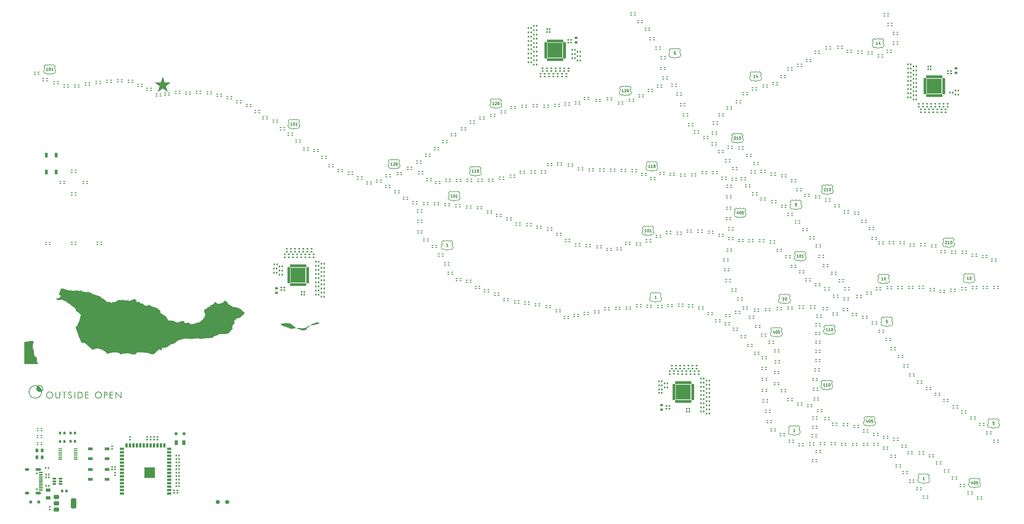
<source format=gbr>
%TF.GenerationSoftware,KiCad,Pcbnew,8.0.4*%
%TF.CreationDate,2025-01-24T11:27:36-08:00*%
%TF.ProjectId,traffic_paradise,74726166-6669-4635-9f70-617261646973,rev?*%
%TF.SameCoordinates,Original*%
%TF.FileFunction,Soldermask,Top*%
%TF.FilePolarity,Negative*%
%FSLAX46Y46*%
G04 Gerber Fmt 4.6, Leading zero omitted, Abs format (unit mm)*
G04 Created by KiCad (PCBNEW 8.0.4) date 2025-01-24 11:27:36*
%MOMM*%
%LPD*%
G01*
G04 APERTURE LIST*
G04 Aperture macros list*
%AMRoundRect*
0 Rectangle with rounded corners*
0 $1 Rounding radius*
0 $2 $3 $4 $5 $6 $7 $8 $9 X,Y pos of 4 corners*
0 Add a 4 corners polygon primitive as box body*
4,1,4,$2,$3,$4,$5,$6,$7,$8,$9,$2,$3,0*
0 Add four circle primitives for the rounded corners*
1,1,$1+$1,$2,$3*
1,1,$1+$1,$4,$5*
1,1,$1+$1,$6,$7*
1,1,$1+$1,$8,$9*
0 Add four rect primitives between the rounded corners*
20,1,$1+$1,$2,$3,$4,$5,0*
20,1,$1+$1,$4,$5,$6,$7,0*
20,1,$1+$1,$6,$7,$8,$9,0*
20,1,$1+$1,$8,$9,$2,$3,0*%
G04 Aperture macros list end*
%ADD10C,0.250000*%
%ADD11C,0.000000*%
%ADD12C,0.100000*%
%ADD13C,0.010000*%
%ADD14R,1.500000X0.900000*%
%ADD15R,0.900000X1.500000*%
%ADD16C,0.600000*%
%ADD17R,3.900000X3.900000*%
%ADD18RoundRect,0.080000X-0.220000X-0.120000X0.220000X-0.120000X0.220000X0.120000X-0.220000X0.120000X0*%
%ADD19RoundRect,0.135000X0.135000X0.185000X-0.135000X0.185000X-0.135000X-0.185000X0.135000X-0.185000X0*%
%ADD20RoundRect,0.150000X-0.512500X-0.150000X0.512500X-0.150000X0.512500X0.150000X-0.512500X0.150000X0*%
%ADD21RoundRect,0.135000X-0.185000X0.135000X-0.185000X-0.135000X0.185000X-0.135000X0.185000X0.135000X0*%
%ADD22RoundRect,0.140000X-0.170000X0.140000X-0.170000X-0.140000X0.170000X-0.140000X0.170000X0.140000X0*%
%ADD23RoundRect,0.135000X0.185000X-0.135000X0.185000X0.135000X-0.185000X0.135000X-0.185000X-0.135000X0*%
%ADD24RoundRect,0.135000X-0.135000X-0.185000X0.135000X-0.185000X0.135000X0.185000X-0.135000X0.185000X0*%
%ADD25RoundRect,0.140000X-0.140000X-0.170000X0.140000X-0.170000X0.140000X0.170000X-0.140000X0.170000X0*%
%ADD26RoundRect,0.200000X0.275000X-0.200000X0.275000X0.200000X-0.275000X0.200000X-0.275000X-0.200000X0*%
%ADD27RoundRect,0.140000X0.140000X0.170000X-0.140000X0.170000X-0.140000X-0.170000X0.140000X-0.170000X0*%
%ADD28C,1.524000*%
%ADD29RoundRect,0.102000X2.625000X2.625000X-2.625000X2.625000X-2.625000X-2.625000X2.625000X-2.625000X0*%
%ADD30RoundRect,0.200000X0.200000X0.275000X-0.200000X0.275000X-0.200000X-0.275000X0.200000X-0.275000X0*%
%ADD31RoundRect,0.140000X0.170000X-0.140000X0.170000X0.140000X-0.170000X0.140000X-0.170000X-0.140000X0*%
%ADD32RoundRect,0.200000X-0.275000X0.200000X-0.275000X-0.200000X0.275000X-0.200000X0.275000X0.200000X0*%
%ADD33RoundRect,0.200000X-0.200000X-0.275000X0.200000X-0.275000X0.200000X0.275000X-0.200000X0.275000X0*%
%ADD34R,1.100000X1.800000*%
%ADD35R,1.092200X0.990600*%
%ADD36RoundRect,0.243750X-0.243750X-0.456250X0.243750X-0.456250X0.243750X0.456250X-0.243750X0.456250X0*%
%ADD37C,0.650000*%
%ADD38R,1.450000X0.600000*%
%ADD39R,1.450000X0.300000*%
%ADD40O,2.100000X1.000000*%
%ADD41O,1.600000X1.000000*%
%ADD42RoundRect,0.225000X0.225000X0.250000X-0.225000X0.250000X-0.225000X-0.250000X0.225000X-0.250000X0*%
%ADD43RoundRect,0.102000X-2.625000X-2.625000X2.625000X-2.625000X2.625000X2.625000X-2.625000X2.625000X0*%
%ADD44R,1.800000X1.100000*%
%ADD45RoundRect,0.250000X0.375000X0.625000X-0.375000X0.625000X-0.375000X-0.625000X0.375000X-0.625000X0*%
%ADD46RoundRect,0.250000X-0.625000X0.375000X-0.625000X-0.375000X0.625000X-0.375000X0.625000X0.375000X0*%
%ADD47R,1.473200X0.355600*%
%ADD48RoundRect,0.375000X-0.625000X-0.375000X0.625000X-0.375000X0.625000X0.375000X-0.625000X0.375000X0*%
%ADD49RoundRect,0.500000X-0.500000X-1.400000X0.500000X-1.400000X0.500000X1.400000X-0.500000X1.400000X0*%
G04 APERTURE END LIST*
D10*
X262601949Y-50542857D02*
X262649568Y-50495238D01*
X262649568Y-50495238D02*
X262744806Y-50447619D01*
X262744806Y-50447619D02*
X262982901Y-50447619D01*
X262982901Y-50447619D02*
X263078139Y-50495238D01*
X263078139Y-50495238D02*
X263125758Y-50542857D01*
X263125758Y-50542857D02*
X263173377Y-50638095D01*
X263173377Y-50638095D02*
X263173377Y-50733333D01*
X263173377Y-50733333D02*
X263125758Y-50876190D01*
X263125758Y-50876190D02*
X262554330Y-51447619D01*
X262554330Y-51447619D02*
X263173377Y-51447619D01*
X264125758Y-51447619D02*
X263554330Y-51447619D01*
X263840044Y-51447619D02*
X263840044Y-50447619D01*
X263840044Y-50447619D02*
X263744806Y-50590476D01*
X263744806Y-50590476D02*
X263649568Y-50685714D01*
X263649568Y-50685714D02*
X263554330Y-50733333D01*
X264744806Y-50447619D02*
X264840044Y-50447619D01*
X264840044Y-50447619D02*
X264935282Y-50495238D01*
X264935282Y-50495238D02*
X264982901Y-50542857D01*
X264982901Y-50542857D02*
X265030520Y-50638095D01*
X265030520Y-50638095D02*
X265078139Y-50828571D01*
X265078139Y-50828571D02*
X265078139Y-51066666D01*
X265078139Y-51066666D02*
X265030520Y-51257142D01*
X265030520Y-51257142D02*
X264982901Y-51352380D01*
X264982901Y-51352380D02*
X264935282Y-51400000D01*
X264935282Y-51400000D02*
X264840044Y-51447619D01*
X264840044Y-51447619D02*
X264744806Y-51447619D01*
X264744806Y-51447619D02*
X264649568Y-51400000D01*
X264649568Y-51400000D02*
X264601949Y-51352380D01*
X264601949Y-51352380D02*
X264554330Y-51257142D01*
X264554330Y-51257142D02*
X264506711Y-51066666D01*
X264506711Y-51066666D02*
X264506711Y-50828571D01*
X264506711Y-50828571D02*
X264554330Y-50638095D01*
X264554330Y-50638095D02*
X264601949Y-50542857D01*
X264601949Y-50542857D02*
X264649568Y-50495238D01*
X264649568Y-50495238D02*
X264744806Y-50447619D01*
X285126377Y-159446619D02*
X284554949Y-159446619D01*
X284840663Y-159446619D02*
X284840663Y-158446619D01*
X284840663Y-158446619D02*
X284745425Y-158589476D01*
X284745425Y-158589476D02*
X284650187Y-158684714D01*
X284650187Y-158684714D02*
X284554949Y-158732333D01*
X240977758Y-19046619D02*
X240501568Y-19046619D01*
X240501568Y-19046619D02*
X240453949Y-19522809D01*
X240453949Y-19522809D02*
X240501568Y-19475190D01*
X240501568Y-19475190D02*
X240596806Y-19427571D01*
X240596806Y-19427571D02*
X240834901Y-19427571D01*
X240834901Y-19427571D02*
X240930139Y-19475190D01*
X240930139Y-19475190D02*
X240977758Y-19522809D01*
X240977758Y-19522809D02*
X241025377Y-19618047D01*
X241025377Y-19618047D02*
X241025377Y-19856142D01*
X241025377Y-19856142D02*
X240977758Y-19951380D01*
X240977758Y-19951380D02*
X240930139Y-19999000D01*
X240930139Y-19999000D02*
X240834901Y-20046619D01*
X240834901Y-20046619D02*
X240596806Y-20046619D01*
X240596806Y-20046619D02*
X240501568Y-19999000D01*
X240501568Y-19999000D02*
X240453949Y-19951380D01*
X9173377Y-26046619D02*
X8601949Y-26046619D01*
X8887663Y-26046619D02*
X8887663Y-25046619D01*
X8887663Y-25046619D02*
X8792425Y-25189476D01*
X8792425Y-25189476D02*
X8697187Y-25284714D01*
X8697187Y-25284714D02*
X8601949Y-25332333D01*
X9792425Y-25046619D02*
X9887663Y-25046619D01*
X9887663Y-25046619D02*
X9982901Y-25094238D01*
X9982901Y-25094238D02*
X10030520Y-25141857D01*
X10030520Y-25141857D02*
X10078139Y-25237095D01*
X10078139Y-25237095D02*
X10125758Y-25427571D01*
X10125758Y-25427571D02*
X10125758Y-25665666D01*
X10125758Y-25665666D02*
X10078139Y-25856142D01*
X10078139Y-25856142D02*
X10030520Y-25951380D01*
X10030520Y-25951380D02*
X9982901Y-25999000D01*
X9982901Y-25999000D02*
X9887663Y-26046619D01*
X9887663Y-26046619D02*
X9792425Y-26046619D01*
X9792425Y-26046619D02*
X9697187Y-25999000D01*
X9697187Y-25999000D02*
X9649568Y-25951380D01*
X9649568Y-25951380D02*
X9601949Y-25856142D01*
X9601949Y-25856142D02*
X9554330Y-25665666D01*
X9554330Y-25665666D02*
X9554330Y-25427571D01*
X9554330Y-25427571D02*
X9601949Y-25237095D01*
X9601949Y-25237095D02*
X9649568Y-25141857D01*
X9649568Y-25141857D02*
X9697187Y-25094238D01*
X9697187Y-25094238D02*
X9792425Y-25046619D01*
X11078139Y-26046619D02*
X10506711Y-26046619D01*
X10792425Y-26046619D02*
X10792425Y-25046619D01*
X10792425Y-25046619D02*
X10697187Y-25189476D01*
X10697187Y-25189476D02*
X10601949Y-25284714D01*
X10601949Y-25284714D02*
X10506711Y-25332333D01*
X270399377Y-28646619D02*
X269827949Y-28646619D01*
X270113663Y-28646619D02*
X270113663Y-27646619D01*
X270113663Y-27646619D02*
X270018425Y-27789476D01*
X270018425Y-27789476D02*
X269923187Y-27884714D01*
X269923187Y-27884714D02*
X269827949Y-27932333D01*
X271256520Y-27979952D02*
X271256520Y-28646619D01*
X271018425Y-27599000D02*
X270780330Y-28313285D01*
X270780330Y-28313285D02*
X271399377Y-28313285D01*
X233926377Y-110246619D02*
X233354949Y-110246619D01*
X233640663Y-110246619D02*
X233640663Y-109246619D01*
X233640663Y-109246619D02*
X233545425Y-109389476D01*
X233545425Y-109389476D02*
X233450187Y-109484714D01*
X233450187Y-109484714D02*
X233354949Y-109532333D01*
X319277758Y-118246619D02*
X318801568Y-118246619D01*
X318801568Y-118246619D02*
X318753949Y-118722809D01*
X318753949Y-118722809D02*
X318801568Y-118675190D01*
X318801568Y-118675190D02*
X318896806Y-118627571D01*
X318896806Y-118627571D02*
X319134901Y-118627571D01*
X319134901Y-118627571D02*
X319230139Y-118675190D01*
X319230139Y-118675190D02*
X319277758Y-118722809D01*
X319277758Y-118722809D02*
X319325377Y-118818047D01*
X319325377Y-118818047D02*
X319325377Y-119056142D01*
X319325377Y-119056142D02*
X319277758Y-119151380D01*
X319277758Y-119151380D02*
X319230139Y-119199000D01*
X319230139Y-119199000D02*
X319134901Y-119246619D01*
X319134901Y-119246619D02*
X318896806Y-119246619D01*
X318896806Y-119246619D02*
X318801568Y-119199000D01*
X318801568Y-119199000D02*
X318753949Y-119151380D01*
X317648377Y-103447619D02*
X317076949Y-103447619D01*
X317362663Y-103447619D02*
X317362663Y-102447619D01*
X317362663Y-102447619D02*
X317267425Y-102590476D01*
X317267425Y-102590476D02*
X317172187Y-102685714D01*
X317172187Y-102685714D02*
X317076949Y-102733333D01*
X318267425Y-102447619D02*
X318362663Y-102447619D01*
X318362663Y-102447619D02*
X318457901Y-102495238D01*
X318457901Y-102495238D02*
X318505520Y-102542857D01*
X318505520Y-102542857D02*
X318553139Y-102638095D01*
X318553139Y-102638095D02*
X318600758Y-102828571D01*
X318600758Y-102828571D02*
X318600758Y-103066666D01*
X318600758Y-103066666D02*
X318553139Y-103257142D01*
X318553139Y-103257142D02*
X318505520Y-103352380D01*
X318505520Y-103352380D02*
X318457901Y-103400000D01*
X318457901Y-103400000D02*
X318362663Y-103447619D01*
X318362663Y-103447619D02*
X318267425Y-103447619D01*
X318267425Y-103447619D02*
X318172187Y-103400000D01*
X318172187Y-103400000D02*
X318124568Y-103352380D01*
X318124568Y-103352380D02*
X318076949Y-103257142D01*
X318076949Y-103257142D02*
X318029330Y-103066666D01*
X318029330Y-103066666D02*
X318029330Y-102828571D01*
X318029330Y-102828571D02*
X318076949Y-102638095D01*
X318076949Y-102638095D02*
X318124568Y-102542857D01*
X318124568Y-102542857D02*
X318172187Y-102495238D01*
X318172187Y-102495238D02*
X318267425Y-102447619D01*
X350678139Y-178179952D02*
X350678139Y-178846619D01*
X350440044Y-177799000D02*
X350201949Y-178513285D01*
X350201949Y-178513285D02*
X350820996Y-178513285D01*
X351392425Y-177846619D02*
X351487663Y-177846619D01*
X351487663Y-177846619D02*
X351582901Y-177894238D01*
X351582901Y-177894238D02*
X351630520Y-177941857D01*
X351630520Y-177941857D02*
X351678139Y-178037095D01*
X351678139Y-178037095D02*
X351725758Y-178227571D01*
X351725758Y-178227571D02*
X351725758Y-178465666D01*
X351725758Y-178465666D02*
X351678139Y-178656142D01*
X351678139Y-178656142D02*
X351630520Y-178751380D01*
X351630520Y-178751380D02*
X351582901Y-178799000D01*
X351582901Y-178799000D02*
X351487663Y-178846619D01*
X351487663Y-178846619D02*
X351392425Y-178846619D01*
X351392425Y-178846619D02*
X351297187Y-178799000D01*
X351297187Y-178799000D02*
X351249568Y-178751380D01*
X351249568Y-178751380D02*
X351201949Y-178656142D01*
X351201949Y-178656142D02*
X351154330Y-178465666D01*
X351154330Y-178465666D02*
X351154330Y-178227571D01*
X351154330Y-178227571D02*
X351201949Y-178037095D01*
X351201949Y-178037095D02*
X351249568Y-177941857D01*
X351249568Y-177941857D02*
X351297187Y-177894238D01*
X351297187Y-177894238D02*
X351392425Y-177846619D01*
X352630520Y-177846619D02*
X352154330Y-177846619D01*
X352154330Y-177846619D02*
X352106711Y-178322809D01*
X352106711Y-178322809D02*
X352154330Y-178275190D01*
X352154330Y-178275190D02*
X352249568Y-178227571D01*
X352249568Y-178227571D02*
X352487663Y-178227571D01*
X352487663Y-178227571D02*
X352582901Y-178275190D01*
X352582901Y-178275190D02*
X352630520Y-178322809D01*
X352630520Y-178322809D02*
X352678139Y-178418047D01*
X352678139Y-178418047D02*
X352678139Y-178656142D01*
X352678139Y-178656142D02*
X352630520Y-178751380D01*
X352630520Y-178751380D02*
X352582901Y-178799000D01*
X352582901Y-178799000D02*
X352487663Y-178846619D01*
X352487663Y-178846619D02*
X352249568Y-178846619D01*
X352249568Y-178846619D02*
X352154330Y-178799000D01*
X352154330Y-178799000D02*
X352106711Y-178751380D01*
X286373377Y-95046619D02*
X285801949Y-95046619D01*
X286087663Y-95046619D02*
X286087663Y-94046619D01*
X286087663Y-94046619D02*
X285992425Y-94189476D01*
X285992425Y-94189476D02*
X285897187Y-94284714D01*
X285897187Y-94284714D02*
X285801949Y-94332333D01*
X286992425Y-94046619D02*
X287087663Y-94046619D01*
X287087663Y-94046619D02*
X287182901Y-94094238D01*
X287182901Y-94094238D02*
X287230520Y-94141857D01*
X287230520Y-94141857D02*
X287278139Y-94237095D01*
X287278139Y-94237095D02*
X287325758Y-94427571D01*
X287325758Y-94427571D02*
X287325758Y-94665666D01*
X287325758Y-94665666D02*
X287278139Y-94856142D01*
X287278139Y-94856142D02*
X287230520Y-94951380D01*
X287230520Y-94951380D02*
X287182901Y-94999000D01*
X287182901Y-94999000D02*
X287087663Y-95046619D01*
X287087663Y-95046619D02*
X286992425Y-95046619D01*
X286992425Y-95046619D02*
X286897187Y-94999000D01*
X286897187Y-94999000D02*
X286849568Y-94951380D01*
X286849568Y-94951380D02*
X286801949Y-94856142D01*
X286801949Y-94856142D02*
X286754330Y-94665666D01*
X286754330Y-94665666D02*
X286754330Y-94427571D01*
X286754330Y-94427571D02*
X286801949Y-94237095D01*
X286801949Y-94237095D02*
X286849568Y-94141857D01*
X286849568Y-94141857D02*
X286897187Y-94094238D01*
X286897187Y-94094238D02*
X286992425Y-94046619D01*
X288278139Y-95046619D02*
X287706711Y-95046619D01*
X287992425Y-95046619D02*
X287992425Y-94046619D01*
X287992425Y-94046619D02*
X287897187Y-94189476D01*
X287897187Y-94189476D02*
X287801949Y-94284714D01*
X287801949Y-94284714D02*
X287706711Y-94332333D01*
X296173377Y-142646619D02*
X295601949Y-142646619D01*
X295887663Y-142646619D02*
X295887663Y-141646619D01*
X295887663Y-141646619D02*
X295792425Y-141789476D01*
X295792425Y-141789476D02*
X295697187Y-141884714D01*
X295697187Y-141884714D02*
X295601949Y-141932333D01*
X297125758Y-142646619D02*
X296554330Y-142646619D01*
X296840044Y-142646619D02*
X296840044Y-141646619D01*
X296840044Y-141646619D02*
X296744806Y-141789476D01*
X296744806Y-141789476D02*
X296649568Y-141884714D01*
X296649568Y-141884714D02*
X296554330Y-141932333D01*
X297744806Y-141646619D02*
X297840044Y-141646619D01*
X297840044Y-141646619D02*
X297935282Y-141694238D01*
X297935282Y-141694238D02*
X297982901Y-141741857D01*
X297982901Y-141741857D02*
X298030520Y-141837095D01*
X298030520Y-141837095D02*
X298078139Y-142027571D01*
X298078139Y-142027571D02*
X298078139Y-142265666D01*
X298078139Y-142265666D02*
X298030520Y-142456142D01*
X298030520Y-142456142D02*
X297982901Y-142551380D01*
X297982901Y-142551380D02*
X297935282Y-142599000D01*
X297935282Y-142599000D02*
X297840044Y-142646619D01*
X297840044Y-142646619D02*
X297744806Y-142646619D01*
X297744806Y-142646619D02*
X297649568Y-142599000D01*
X297649568Y-142599000D02*
X297601949Y-142551380D01*
X297601949Y-142551380D02*
X297554330Y-142456142D01*
X297554330Y-142456142D02*
X297506711Y-142265666D01*
X297506711Y-142265666D02*
X297506711Y-142027571D01*
X297506711Y-142027571D02*
X297554330Y-141837095D01*
X297554330Y-141837095D02*
X297601949Y-141741857D01*
X297601949Y-141741857D02*
X297649568Y-141694238D01*
X297649568Y-141694238D02*
X297744806Y-141646619D01*
X297173377Y-122246619D02*
X296601949Y-122246619D01*
X296887663Y-122246619D02*
X296887663Y-121246619D01*
X296887663Y-121246619D02*
X296792425Y-121389476D01*
X296792425Y-121389476D02*
X296697187Y-121484714D01*
X296697187Y-121484714D02*
X296601949Y-121532333D01*
X298125758Y-122246619D02*
X297554330Y-122246619D01*
X297840044Y-122246619D02*
X297840044Y-121246619D01*
X297840044Y-121246619D02*
X297744806Y-121389476D01*
X297744806Y-121389476D02*
X297649568Y-121484714D01*
X297649568Y-121484714D02*
X297554330Y-121532333D01*
X298744806Y-121246619D02*
X298840044Y-121246619D01*
X298840044Y-121246619D02*
X298935282Y-121294238D01*
X298935282Y-121294238D02*
X298982901Y-121341857D01*
X298982901Y-121341857D02*
X299030520Y-121437095D01*
X299030520Y-121437095D02*
X299078139Y-121627571D01*
X299078139Y-121627571D02*
X299078139Y-121865666D01*
X299078139Y-121865666D02*
X299030520Y-122056142D01*
X299030520Y-122056142D02*
X298982901Y-122151380D01*
X298982901Y-122151380D02*
X298935282Y-122199000D01*
X298935282Y-122199000D02*
X298840044Y-122246619D01*
X298840044Y-122246619D02*
X298744806Y-122246619D01*
X298744806Y-122246619D02*
X298649568Y-122199000D01*
X298649568Y-122199000D02*
X298601949Y-122151380D01*
X298601949Y-122151380D02*
X298554330Y-122056142D01*
X298554330Y-122056142D02*
X298506711Y-121865666D01*
X298506711Y-121865666D02*
X298506711Y-121627571D01*
X298506711Y-121627571D02*
X298554330Y-121437095D01*
X298554330Y-121437095D02*
X298601949Y-121341857D01*
X298601949Y-121341857D02*
X298649568Y-121294238D01*
X298649568Y-121294238D02*
X298744806Y-121246619D01*
X332926377Y-177246619D02*
X332354949Y-177246619D01*
X332640663Y-177246619D02*
X332640663Y-176246619D01*
X332640663Y-176246619D02*
X332545425Y-176389476D01*
X332545425Y-176389476D02*
X332450187Y-176484714D01*
X332450187Y-176484714D02*
X332354949Y-176532333D01*
X295801949Y-69542857D02*
X295849568Y-69495238D01*
X295849568Y-69495238D02*
X295944806Y-69447619D01*
X295944806Y-69447619D02*
X296182901Y-69447619D01*
X296182901Y-69447619D02*
X296278139Y-69495238D01*
X296278139Y-69495238D02*
X296325758Y-69542857D01*
X296325758Y-69542857D02*
X296373377Y-69638095D01*
X296373377Y-69638095D02*
X296373377Y-69733333D01*
X296373377Y-69733333D02*
X296325758Y-69876190D01*
X296325758Y-69876190D02*
X295754330Y-70447619D01*
X295754330Y-70447619D02*
X296373377Y-70447619D01*
X297325758Y-70447619D02*
X296754330Y-70447619D01*
X297040044Y-70447619D02*
X297040044Y-69447619D01*
X297040044Y-69447619D02*
X296944806Y-69590476D01*
X296944806Y-69590476D02*
X296849568Y-69685714D01*
X296849568Y-69685714D02*
X296754330Y-69733333D01*
X297944806Y-69447619D02*
X298040044Y-69447619D01*
X298040044Y-69447619D02*
X298135282Y-69495238D01*
X298135282Y-69495238D02*
X298182901Y-69542857D01*
X298182901Y-69542857D02*
X298230520Y-69638095D01*
X298230520Y-69638095D02*
X298278139Y-69828571D01*
X298278139Y-69828571D02*
X298278139Y-70066666D01*
X298278139Y-70066666D02*
X298230520Y-70257142D01*
X298230520Y-70257142D02*
X298182901Y-70352380D01*
X298182901Y-70352380D02*
X298135282Y-70400000D01*
X298135282Y-70400000D02*
X298040044Y-70447619D01*
X298040044Y-70447619D02*
X297944806Y-70447619D01*
X297944806Y-70447619D02*
X297849568Y-70400000D01*
X297849568Y-70400000D02*
X297801949Y-70352380D01*
X297801949Y-70352380D02*
X297754330Y-70257142D01*
X297754330Y-70257142D02*
X297706711Y-70066666D01*
X297706711Y-70066666D02*
X297706711Y-69828571D01*
X297706711Y-69828571D02*
X297754330Y-69638095D01*
X297754330Y-69638095D02*
X297801949Y-69542857D01*
X297801949Y-69542857D02*
X297849568Y-69495238D01*
X297849568Y-69495238D02*
X297944806Y-69447619D01*
X166373377Y-63646619D02*
X165801949Y-63646619D01*
X166087663Y-63646619D02*
X166087663Y-62646619D01*
X166087663Y-62646619D02*
X165992425Y-62789476D01*
X165992425Y-62789476D02*
X165897187Y-62884714D01*
X165897187Y-62884714D02*
X165801949Y-62932333D01*
X167325758Y-63646619D02*
X166754330Y-63646619D01*
X167040044Y-63646619D02*
X167040044Y-62646619D01*
X167040044Y-62646619D02*
X166944806Y-62789476D01*
X166944806Y-62789476D02*
X166849568Y-62884714D01*
X166849568Y-62884714D02*
X166754330Y-62932333D01*
X167897187Y-63075190D02*
X167801949Y-63027571D01*
X167801949Y-63027571D02*
X167754330Y-62979952D01*
X167754330Y-62979952D02*
X167706711Y-62884714D01*
X167706711Y-62884714D02*
X167706711Y-62837095D01*
X167706711Y-62837095D02*
X167754330Y-62741857D01*
X167754330Y-62741857D02*
X167801949Y-62694238D01*
X167801949Y-62694238D02*
X167897187Y-62646619D01*
X167897187Y-62646619D02*
X168087663Y-62646619D01*
X168087663Y-62646619D02*
X168182901Y-62694238D01*
X168182901Y-62694238D02*
X168230520Y-62741857D01*
X168230520Y-62741857D02*
X168278139Y-62837095D01*
X168278139Y-62837095D02*
X168278139Y-62884714D01*
X168278139Y-62884714D02*
X168230520Y-62979952D01*
X168230520Y-62979952D02*
X168182901Y-63027571D01*
X168182901Y-63027571D02*
X168087663Y-63075190D01*
X168087663Y-63075190D02*
X167897187Y-63075190D01*
X167897187Y-63075190D02*
X167801949Y-63122809D01*
X167801949Y-63122809D02*
X167754330Y-63170428D01*
X167754330Y-63170428D02*
X167706711Y-63265666D01*
X167706711Y-63265666D02*
X167706711Y-63456142D01*
X167706711Y-63456142D02*
X167754330Y-63551380D01*
X167754330Y-63551380D02*
X167801949Y-63599000D01*
X167801949Y-63599000D02*
X167897187Y-63646619D01*
X167897187Y-63646619D02*
X168087663Y-63646619D01*
X168087663Y-63646619D02*
X168182901Y-63599000D01*
X168182901Y-63599000D02*
X168230520Y-63551380D01*
X168230520Y-63551380D02*
X168278139Y-63456142D01*
X168278139Y-63456142D02*
X168278139Y-63265666D01*
X168278139Y-63265666D02*
X168230520Y-63170428D01*
X168230520Y-63170428D02*
X168182901Y-63122809D01*
X168182901Y-63122809D02*
X168087663Y-63075190D01*
X158573377Y-72846619D02*
X158001949Y-72846619D01*
X158287663Y-72846619D02*
X158287663Y-71846619D01*
X158287663Y-71846619D02*
X158192425Y-71989476D01*
X158192425Y-71989476D02*
X158097187Y-72084714D01*
X158097187Y-72084714D02*
X158001949Y-72132333D01*
X159192425Y-71846619D02*
X159287663Y-71846619D01*
X159287663Y-71846619D02*
X159382901Y-71894238D01*
X159382901Y-71894238D02*
X159430520Y-71941857D01*
X159430520Y-71941857D02*
X159478139Y-72037095D01*
X159478139Y-72037095D02*
X159525758Y-72227571D01*
X159525758Y-72227571D02*
X159525758Y-72465666D01*
X159525758Y-72465666D02*
X159478139Y-72656142D01*
X159478139Y-72656142D02*
X159430520Y-72751380D01*
X159430520Y-72751380D02*
X159382901Y-72799000D01*
X159382901Y-72799000D02*
X159287663Y-72846619D01*
X159287663Y-72846619D02*
X159192425Y-72846619D01*
X159192425Y-72846619D02*
X159097187Y-72799000D01*
X159097187Y-72799000D02*
X159049568Y-72751380D01*
X159049568Y-72751380D02*
X159001949Y-72656142D01*
X159001949Y-72656142D02*
X158954330Y-72465666D01*
X158954330Y-72465666D02*
X158954330Y-72227571D01*
X158954330Y-72227571D02*
X159001949Y-72037095D01*
X159001949Y-72037095D02*
X159049568Y-71941857D01*
X159049568Y-71941857D02*
X159097187Y-71894238D01*
X159097187Y-71894238D02*
X159192425Y-71846619D01*
X160478139Y-72846619D02*
X159906711Y-72846619D01*
X160192425Y-72846619D02*
X160192425Y-71846619D01*
X160192425Y-71846619D02*
X160097187Y-71989476D01*
X160097187Y-71989476D02*
X160001949Y-72084714D01*
X160001949Y-72084714D02*
X159906711Y-72132333D01*
X311878139Y-155379952D02*
X311878139Y-156046619D01*
X311640044Y-154999000D02*
X311401949Y-155713285D01*
X311401949Y-155713285D02*
X312020996Y-155713285D01*
X312592425Y-155046619D02*
X312687663Y-155046619D01*
X312687663Y-155046619D02*
X312782901Y-155094238D01*
X312782901Y-155094238D02*
X312830520Y-155141857D01*
X312830520Y-155141857D02*
X312878139Y-155237095D01*
X312878139Y-155237095D02*
X312925758Y-155427571D01*
X312925758Y-155427571D02*
X312925758Y-155665666D01*
X312925758Y-155665666D02*
X312878139Y-155856142D01*
X312878139Y-155856142D02*
X312830520Y-155951380D01*
X312830520Y-155951380D02*
X312782901Y-155999000D01*
X312782901Y-155999000D02*
X312687663Y-156046619D01*
X312687663Y-156046619D02*
X312592425Y-156046619D01*
X312592425Y-156046619D02*
X312497187Y-155999000D01*
X312497187Y-155999000D02*
X312449568Y-155951380D01*
X312449568Y-155951380D02*
X312401949Y-155856142D01*
X312401949Y-155856142D02*
X312354330Y-155665666D01*
X312354330Y-155665666D02*
X312354330Y-155427571D01*
X312354330Y-155427571D02*
X312401949Y-155237095D01*
X312401949Y-155237095D02*
X312449568Y-155141857D01*
X312449568Y-155141857D02*
X312497187Y-155094238D01*
X312497187Y-155094238D02*
X312592425Y-155046619D01*
X313830520Y-155046619D02*
X313354330Y-155046619D01*
X313354330Y-155046619D02*
X313306711Y-155522809D01*
X313306711Y-155522809D02*
X313354330Y-155475190D01*
X313354330Y-155475190D02*
X313449568Y-155427571D01*
X313449568Y-155427571D02*
X313687663Y-155427571D01*
X313687663Y-155427571D02*
X313782901Y-155475190D01*
X313782901Y-155475190D02*
X313830520Y-155522809D01*
X313830520Y-155522809D02*
X313878139Y-155618047D01*
X313878139Y-155618047D02*
X313878139Y-155856142D01*
X313878139Y-155856142D02*
X313830520Y-155951380D01*
X313830520Y-155951380D02*
X313782901Y-155999000D01*
X313782901Y-155999000D02*
X313687663Y-156046619D01*
X313687663Y-156046619D02*
X313449568Y-156046619D01*
X313449568Y-156046619D02*
X313354330Y-155999000D01*
X313354330Y-155999000D02*
X313306711Y-155951380D01*
X315624377Y-16421619D02*
X315052949Y-16421619D01*
X315338663Y-16421619D02*
X315338663Y-15421619D01*
X315338663Y-15421619D02*
X315243425Y-15564476D01*
X315243425Y-15564476D02*
X315148187Y-15659714D01*
X315148187Y-15659714D02*
X315052949Y-15707333D01*
X316481520Y-15754952D02*
X316481520Y-16421619D01*
X316243425Y-15374000D02*
X316005330Y-16088285D01*
X316005330Y-16088285D02*
X316624377Y-16088285D01*
X230173377Y-85646619D02*
X229601949Y-85646619D01*
X229887663Y-85646619D02*
X229887663Y-84646619D01*
X229887663Y-84646619D02*
X229792425Y-84789476D01*
X229792425Y-84789476D02*
X229697187Y-84884714D01*
X229697187Y-84884714D02*
X229601949Y-84932333D01*
X230792425Y-84646619D02*
X230887663Y-84646619D01*
X230887663Y-84646619D02*
X230982901Y-84694238D01*
X230982901Y-84694238D02*
X231030520Y-84741857D01*
X231030520Y-84741857D02*
X231078139Y-84837095D01*
X231078139Y-84837095D02*
X231125758Y-85027571D01*
X231125758Y-85027571D02*
X231125758Y-85265666D01*
X231125758Y-85265666D02*
X231078139Y-85456142D01*
X231078139Y-85456142D02*
X231030520Y-85551380D01*
X231030520Y-85551380D02*
X230982901Y-85599000D01*
X230982901Y-85599000D02*
X230887663Y-85646619D01*
X230887663Y-85646619D02*
X230792425Y-85646619D01*
X230792425Y-85646619D02*
X230697187Y-85599000D01*
X230697187Y-85599000D02*
X230649568Y-85551380D01*
X230649568Y-85551380D02*
X230601949Y-85456142D01*
X230601949Y-85456142D02*
X230554330Y-85265666D01*
X230554330Y-85265666D02*
X230554330Y-85027571D01*
X230554330Y-85027571D02*
X230601949Y-84837095D01*
X230601949Y-84837095D02*
X230649568Y-84741857D01*
X230649568Y-84741857D02*
X230697187Y-84694238D01*
X230697187Y-84694238D02*
X230792425Y-84646619D01*
X232078139Y-85646619D02*
X231506711Y-85646619D01*
X231792425Y-85646619D02*
X231792425Y-84646619D01*
X231792425Y-84646619D02*
X231697187Y-84789476D01*
X231697187Y-84789476D02*
X231601949Y-84884714D01*
X231601949Y-84884714D02*
X231506711Y-84932333D01*
X156926377Y-91046619D02*
X156354949Y-91046619D01*
X156640663Y-91046619D02*
X156640663Y-90046619D01*
X156640663Y-90046619D02*
X156545425Y-90189476D01*
X156545425Y-90189476D02*
X156450187Y-90284714D01*
X156450187Y-90284714D02*
X156354949Y-90332333D01*
X277478139Y-122479952D02*
X277478139Y-123146619D01*
X277240044Y-122099000D02*
X277001949Y-122813285D01*
X277001949Y-122813285D02*
X277620996Y-122813285D01*
X278192425Y-122146619D02*
X278287663Y-122146619D01*
X278287663Y-122146619D02*
X278382901Y-122194238D01*
X278382901Y-122194238D02*
X278430520Y-122241857D01*
X278430520Y-122241857D02*
X278478139Y-122337095D01*
X278478139Y-122337095D02*
X278525758Y-122527571D01*
X278525758Y-122527571D02*
X278525758Y-122765666D01*
X278525758Y-122765666D02*
X278478139Y-122956142D01*
X278478139Y-122956142D02*
X278430520Y-123051380D01*
X278430520Y-123051380D02*
X278382901Y-123099000D01*
X278382901Y-123099000D02*
X278287663Y-123146619D01*
X278287663Y-123146619D02*
X278192425Y-123146619D01*
X278192425Y-123146619D02*
X278097187Y-123099000D01*
X278097187Y-123099000D02*
X278049568Y-123051380D01*
X278049568Y-123051380D02*
X278001949Y-122956142D01*
X278001949Y-122956142D02*
X277954330Y-122765666D01*
X277954330Y-122765666D02*
X277954330Y-122527571D01*
X277954330Y-122527571D02*
X278001949Y-122337095D01*
X278001949Y-122337095D02*
X278049568Y-122241857D01*
X278049568Y-122241857D02*
X278097187Y-122194238D01*
X278097187Y-122194238D02*
X278192425Y-122146619D01*
X279430520Y-122146619D02*
X278954330Y-122146619D01*
X278954330Y-122146619D02*
X278906711Y-122622809D01*
X278906711Y-122622809D02*
X278954330Y-122575190D01*
X278954330Y-122575190D02*
X279049568Y-122527571D01*
X279049568Y-122527571D02*
X279287663Y-122527571D01*
X279287663Y-122527571D02*
X279382901Y-122575190D01*
X279382901Y-122575190D02*
X279430520Y-122622809D01*
X279430520Y-122622809D02*
X279478139Y-122718047D01*
X279478139Y-122718047D02*
X279478139Y-122956142D01*
X279478139Y-122956142D02*
X279430520Y-123051380D01*
X279430520Y-123051380D02*
X279382901Y-123099000D01*
X279382901Y-123099000D02*
X279287663Y-123146619D01*
X279287663Y-123146619D02*
X279049568Y-123146619D01*
X279049568Y-123146619D02*
X278954330Y-123099000D01*
X278954330Y-123099000D02*
X278906711Y-123051380D01*
X264078139Y-78379952D02*
X264078139Y-79046619D01*
X263840044Y-77999000D02*
X263601949Y-78713285D01*
X263601949Y-78713285D02*
X264220996Y-78713285D01*
X264792425Y-78046619D02*
X264887663Y-78046619D01*
X264887663Y-78046619D02*
X264982901Y-78094238D01*
X264982901Y-78094238D02*
X265030520Y-78141857D01*
X265030520Y-78141857D02*
X265078139Y-78237095D01*
X265078139Y-78237095D02*
X265125758Y-78427571D01*
X265125758Y-78427571D02*
X265125758Y-78665666D01*
X265125758Y-78665666D02*
X265078139Y-78856142D01*
X265078139Y-78856142D02*
X265030520Y-78951380D01*
X265030520Y-78951380D02*
X264982901Y-78999000D01*
X264982901Y-78999000D02*
X264887663Y-79046619D01*
X264887663Y-79046619D02*
X264792425Y-79046619D01*
X264792425Y-79046619D02*
X264697187Y-78999000D01*
X264697187Y-78999000D02*
X264649568Y-78951380D01*
X264649568Y-78951380D02*
X264601949Y-78856142D01*
X264601949Y-78856142D02*
X264554330Y-78665666D01*
X264554330Y-78665666D02*
X264554330Y-78427571D01*
X264554330Y-78427571D02*
X264601949Y-78237095D01*
X264601949Y-78237095D02*
X264649568Y-78141857D01*
X264649568Y-78141857D02*
X264697187Y-78094238D01*
X264697187Y-78094238D02*
X264792425Y-78046619D01*
X266030520Y-78046619D02*
X265554330Y-78046619D01*
X265554330Y-78046619D02*
X265506711Y-78522809D01*
X265506711Y-78522809D02*
X265554330Y-78475190D01*
X265554330Y-78475190D02*
X265649568Y-78427571D01*
X265649568Y-78427571D02*
X265887663Y-78427571D01*
X265887663Y-78427571D02*
X265982901Y-78475190D01*
X265982901Y-78475190D02*
X266030520Y-78522809D01*
X266030520Y-78522809D02*
X266078139Y-78618047D01*
X266078139Y-78618047D02*
X266078139Y-78856142D01*
X266078139Y-78856142D02*
X266030520Y-78951380D01*
X266030520Y-78951380D02*
X265982901Y-78999000D01*
X265982901Y-78999000D02*
X265887663Y-79046619D01*
X265887663Y-79046619D02*
X265649568Y-79046619D01*
X265649568Y-79046619D02*
X265554330Y-78999000D01*
X265554330Y-78999000D02*
X265506711Y-78951380D01*
X349248377Y-103247619D02*
X348676949Y-103247619D01*
X348962663Y-103247619D02*
X348962663Y-102247619D01*
X348962663Y-102247619D02*
X348867425Y-102390476D01*
X348867425Y-102390476D02*
X348772187Y-102485714D01*
X348772187Y-102485714D02*
X348676949Y-102533333D01*
X349867425Y-102247619D02*
X349962663Y-102247619D01*
X349962663Y-102247619D02*
X350057901Y-102295238D01*
X350057901Y-102295238D02*
X350105520Y-102342857D01*
X350105520Y-102342857D02*
X350153139Y-102438095D01*
X350153139Y-102438095D02*
X350200758Y-102628571D01*
X350200758Y-102628571D02*
X350200758Y-102866666D01*
X350200758Y-102866666D02*
X350153139Y-103057142D01*
X350153139Y-103057142D02*
X350105520Y-103152380D01*
X350105520Y-103152380D02*
X350057901Y-103200000D01*
X350057901Y-103200000D02*
X349962663Y-103247619D01*
X349962663Y-103247619D02*
X349867425Y-103247619D01*
X349867425Y-103247619D02*
X349772187Y-103200000D01*
X349772187Y-103200000D02*
X349724568Y-103152380D01*
X349724568Y-103152380D02*
X349676949Y-103057142D01*
X349676949Y-103057142D02*
X349629330Y-102866666D01*
X349629330Y-102866666D02*
X349629330Y-102628571D01*
X349629330Y-102628571D02*
X349676949Y-102438095D01*
X349676949Y-102438095D02*
X349724568Y-102342857D01*
X349724568Y-102342857D02*
X349772187Y-102295238D01*
X349772187Y-102295238D02*
X349867425Y-102247619D01*
X281048377Y-110847619D02*
X280476949Y-110847619D01*
X280762663Y-110847619D02*
X280762663Y-109847619D01*
X280762663Y-109847619D02*
X280667425Y-109990476D01*
X280667425Y-109990476D02*
X280572187Y-110085714D01*
X280572187Y-110085714D02*
X280476949Y-110133333D01*
X281667425Y-109847619D02*
X281762663Y-109847619D01*
X281762663Y-109847619D02*
X281857901Y-109895238D01*
X281857901Y-109895238D02*
X281905520Y-109942857D01*
X281905520Y-109942857D02*
X281953139Y-110038095D01*
X281953139Y-110038095D02*
X282000758Y-110228571D01*
X282000758Y-110228571D02*
X282000758Y-110466666D01*
X282000758Y-110466666D02*
X281953139Y-110657142D01*
X281953139Y-110657142D02*
X281905520Y-110752380D01*
X281905520Y-110752380D02*
X281857901Y-110800000D01*
X281857901Y-110800000D02*
X281762663Y-110847619D01*
X281762663Y-110847619D02*
X281667425Y-110847619D01*
X281667425Y-110847619D02*
X281572187Y-110800000D01*
X281572187Y-110800000D02*
X281524568Y-110752380D01*
X281524568Y-110752380D02*
X281476949Y-110657142D01*
X281476949Y-110657142D02*
X281429330Y-110466666D01*
X281429330Y-110466666D02*
X281429330Y-110228571D01*
X281429330Y-110228571D02*
X281476949Y-110038095D01*
X281476949Y-110038095D02*
X281524568Y-109942857D01*
X281524568Y-109942857D02*
X281572187Y-109895238D01*
X281572187Y-109895238D02*
X281667425Y-109847619D01*
X358677758Y-155846619D02*
X358201568Y-155846619D01*
X358201568Y-155846619D02*
X358153949Y-156322809D01*
X358153949Y-156322809D02*
X358201568Y-156275190D01*
X358201568Y-156275190D02*
X358296806Y-156227571D01*
X358296806Y-156227571D02*
X358534901Y-156227571D01*
X358534901Y-156227571D02*
X358630139Y-156275190D01*
X358630139Y-156275190D02*
X358677758Y-156322809D01*
X358677758Y-156322809D02*
X358725377Y-156418047D01*
X358725377Y-156418047D02*
X358725377Y-156656142D01*
X358725377Y-156656142D02*
X358677758Y-156751380D01*
X358677758Y-156751380D02*
X358630139Y-156799000D01*
X358630139Y-156799000D02*
X358534901Y-156846619D01*
X358534901Y-156846619D02*
X358296806Y-156846619D01*
X358296806Y-156846619D02*
X358201568Y-156799000D01*
X358201568Y-156799000D02*
X358153949Y-156751380D01*
X221773377Y-33946619D02*
X221201949Y-33946619D01*
X221487663Y-33946619D02*
X221487663Y-32946619D01*
X221487663Y-32946619D02*
X221392425Y-33089476D01*
X221392425Y-33089476D02*
X221297187Y-33184714D01*
X221297187Y-33184714D02*
X221201949Y-33232333D01*
X222154330Y-33041857D02*
X222201949Y-32994238D01*
X222201949Y-32994238D02*
X222297187Y-32946619D01*
X222297187Y-32946619D02*
X222535282Y-32946619D01*
X222535282Y-32946619D02*
X222630520Y-32994238D01*
X222630520Y-32994238D02*
X222678139Y-33041857D01*
X222678139Y-33041857D02*
X222725758Y-33137095D01*
X222725758Y-33137095D02*
X222725758Y-33232333D01*
X222725758Y-33232333D02*
X222678139Y-33375190D01*
X222678139Y-33375190D02*
X222106711Y-33946619D01*
X222106711Y-33946619D02*
X222725758Y-33946619D01*
X223582901Y-32946619D02*
X223392425Y-32946619D01*
X223392425Y-32946619D02*
X223297187Y-32994238D01*
X223297187Y-32994238D02*
X223249568Y-33041857D01*
X223249568Y-33041857D02*
X223154330Y-33184714D01*
X223154330Y-33184714D02*
X223106711Y-33375190D01*
X223106711Y-33375190D02*
X223106711Y-33756142D01*
X223106711Y-33756142D02*
X223154330Y-33851380D01*
X223154330Y-33851380D02*
X223201949Y-33899000D01*
X223201949Y-33899000D02*
X223297187Y-33946619D01*
X223297187Y-33946619D02*
X223487663Y-33946619D01*
X223487663Y-33946619D02*
X223582901Y-33899000D01*
X223582901Y-33899000D02*
X223630520Y-33851380D01*
X223630520Y-33851380D02*
X223678139Y-33756142D01*
X223678139Y-33756142D02*
X223678139Y-33518047D01*
X223678139Y-33518047D02*
X223630520Y-33422809D01*
X223630520Y-33422809D02*
X223582901Y-33375190D01*
X223582901Y-33375190D02*
X223487663Y-33327571D01*
X223487663Y-33327571D02*
X223297187Y-33327571D01*
X223297187Y-33327571D02*
X223201949Y-33375190D01*
X223201949Y-33375190D02*
X223154330Y-33422809D01*
X223154330Y-33422809D02*
X223106711Y-33518047D01*
X99373377Y-46246619D02*
X98801949Y-46246619D01*
X99087663Y-46246619D02*
X99087663Y-45246619D01*
X99087663Y-45246619D02*
X98992425Y-45389476D01*
X98992425Y-45389476D02*
X98897187Y-45484714D01*
X98897187Y-45484714D02*
X98801949Y-45532333D01*
X99992425Y-45246619D02*
X100087663Y-45246619D01*
X100087663Y-45246619D02*
X100182901Y-45294238D01*
X100182901Y-45294238D02*
X100230520Y-45341857D01*
X100230520Y-45341857D02*
X100278139Y-45437095D01*
X100278139Y-45437095D02*
X100325758Y-45627571D01*
X100325758Y-45627571D02*
X100325758Y-45865666D01*
X100325758Y-45865666D02*
X100278139Y-46056142D01*
X100278139Y-46056142D02*
X100230520Y-46151380D01*
X100230520Y-46151380D02*
X100182901Y-46199000D01*
X100182901Y-46199000D02*
X100087663Y-46246619D01*
X100087663Y-46246619D02*
X99992425Y-46246619D01*
X99992425Y-46246619D02*
X99897187Y-46199000D01*
X99897187Y-46199000D02*
X99849568Y-46151380D01*
X99849568Y-46151380D02*
X99801949Y-46056142D01*
X99801949Y-46056142D02*
X99754330Y-45865666D01*
X99754330Y-45865666D02*
X99754330Y-45627571D01*
X99754330Y-45627571D02*
X99801949Y-45437095D01*
X99801949Y-45437095D02*
X99849568Y-45341857D01*
X99849568Y-45341857D02*
X99897187Y-45294238D01*
X99897187Y-45294238D02*
X99992425Y-45246619D01*
X101278139Y-46246619D02*
X100706711Y-46246619D01*
X100992425Y-46246619D02*
X100992425Y-45246619D01*
X100992425Y-45246619D02*
X100897187Y-45389476D01*
X100897187Y-45389476D02*
X100801949Y-45484714D01*
X100801949Y-45484714D02*
X100706711Y-45532333D01*
X173973377Y-38646619D02*
X173401949Y-38646619D01*
X173687663Y-38646619D02*
X173687663Y-37646619D01*
X173687663Y-37646619D02*
X173592425Y-37789476D01*
X173592425Y-37789476D02*
X173497187Y-37884714D01*
X173497187Y-37884714D02*
X173401949Y-37932333D01*
X174354330Y-37741857D02*
X174401949Y-37694238D01*
X174401949Y-37694238D02*
X174497187Y-37646619D01*
X174497187Y-37646619D02*
X174735282Y-37646619D01*
X174735282Y-37646619D02*
X174830520Y-37694238D01*
X174830520Y-37694238D02*
X174878139Y-37741857D01*
X174878139Y-37741857D02*
X174925758Y-37837095D01*
X174925758Y-37837095D02*
X174925758Y-37932333D01*
X174925758Y-37932333D02*
X174878139Y-38075190D01*
X174878139Y-38075190D02*
X174306711Y-38646619D01*
X174306711Y-38646619D02*
X174925758Y-38646619D01*
X175782901Y-37646619D02*
X175592425Y-37646619D01*
X175592425Y-37646619D02*
X175497187Y-37694238D01*
X175497187Y-37694238D02*
X175449568Y-37741857D01*
X175449568Y-37741857D02*
X175354330Y-37884714D01*
X175354330Y-37884714D02*
X175306711Y-38075190D01*
X175306711Y-38075190D02*
X175306711Y-38456142D01*
X175306711Y-38456142D02*
X175354330Y-38551380D01*
X175354330Y-38551380D02*
X175401949Y-38599000D01*
X175401949Y-38599000D02*
X175497187Y-38646619D01*
X175497187Y-38646619D02*
X175687663Y-38646619D01*
X175687663Y-38646619D02*
X175782901Y-38599000D01*
X175782901Y-38599000D02*
X175830520Y-38551380D01*
X175830520Y-38551380D02*
X175878139Y-38456142D01*
X175878139Y-38456142D02*
X175878139Y-38218047D01*
X175878139Y-38218047D02*
X175830520Y-38122809D01*
X175830520Y-38122809D02*
X175782901Y-38075190D01*
X175782901Y-38075190D02*
X175687663Y-38027571D01*
X175687663Y-38027571D02*
X175497187Y-38027571D01*
X175497187Y-38027571D02*
X175401949Y-38075190D01*
X175401949Y-38075190D02*
X175354330Y-38122809D01*
X175354330Y-38122809D02*
X175306711Y-38218047D01*
X340601949Y-89142857D02*
X340649568Y-89095238D01*
X340649568Y-89095238D02*
X340744806Y-89047619D01*
X340744806Y-89047619D02*
X340982901Y-89047619D01*
X340982901Y-89047619D02*
X341078139Y-89095238D01*
X341078139Y-89095238D02*
X341125758Y-89142857D01*
X341125758Y-89142857D02*
X341173377Y-89238095D01*
X341173377Y-89238095D02*
X341173377Y-89333333D01*
X341173377Y-89333333D02*
X341125758Y-89476190D01*
X341125758Y-89476190D02*
X340554330Y-90047619D01*
X340554330Y-90047619D02*
X341173377Y-90047619D01*
X342125758Y-90047619D02*
X341554330Y-90047619D01*
X341840044Y-90047619D02*
X341840044Y-89047619D01*
X341840044Y-89047619D02*
X341744806Y-89190476D01*
X341744806Y-89190476D02*
X341649568Y-89285714D01*
X341649568Y-89285714D02*
X341554330Y-89333333D01*
X342744806Y-89047619D02*
X342840044Y-89047619D01*
X342840044Y-89047619D02*
X342935282Y-89095238D01*
X342935282Y-89095238D02*
X342982901Y-89142857D01*
X342982901Y-89142857D02*
X343030520Y-89238095D01*
X343030520Y-89238095D02*
X343078139Y-89428571D01*
X343078139Y-89428571D02*
X343078139Y-89666666D01*
X343078139Y-89666666D02*
X343030520Y-89857142D01*
X343030520Y-89857142D02*
X342982901Y-89952380D01*
X342982901Y-89952380D02*
X342935282Y-90000000D01*
X342935282Y-90000000D02*
X342840044Y-90047619D01*
X342840044Y-90047619D02*
X342744806Y-90047619D01*
X342744806Y-90047619D02*
X342649568Y-90000000D01*
X342649568Y-90000000D02*
X342601949Y-89952380D01*
X342601949Y-89952380D02*
X342554330Y-89857142D01*
X342554330Y-89857142D02*
X342506711Y-89666666D01*
X342506711Y-89666666D02*
X342506711Y-89428571D01*
X342506711Y-89428571D02*
X342554330Y-89238095D01*
X342554330Y-89238095D02*
X342601949Y-89142857D01*
X342601949Y-89142857D02*
X342649568Y-89095238D01*
X342649568Y-89095238D02*
X342744806Y-89047619D01*
X285677758Y-75046619D02*
X285201568Y-75046619D01*
X285201568Y-75046619D02*
X285153949Y-75522809D01*
X285153949Y-75522809D02*
X285201568Y-75475190D01*
X285201568Y-75475190D02*
X285296806Y-75427571D01*
X285296806Y-75427571D02*
X285534901Y-75427571D01*
X285534901Y-75427571D02*
X285630139Y-75475190D01*
X285630139Y-75475190D02*
X285677758Y-75522809D01*
X285677758Y-75522809D02*
X285725377Y-75618047D01*
X285725377Y-75618047D02*
X285725377Y-75856142D01*
X285725377Y-75856142D02*
X285677758Y-75951380D01*
X285677758Y-75951380D02*
X285630139Y-75999000D01*
X285630139Y-75999000D02*
X285534901Y-76046619D01*
X285534901Y-76046619D02*
X285296806Y-76046619D01*
X285296806Y-76046619D02*
X285201568Y-75999000D01*
X285201568Y-75999000D02*
X285153949Y-75951380D01*
X136373377Y-61046619D02*
X135801949Y-61046619D01*
X136087663Y-61046619D02*
X136087663Y-60046619D01*
X136087663Y-60046619D02*
X135992425Y-60189476D01*
X135992425Y-60189476D02*
X135897187Y-60284714D01*
X135897187Y-60284714D02*
X135801949Y-60332333D01*
X136754330Y-60141857D02*
X136801949Y-60094238D01*
X136801949Y-60094238D02*
X136897187Y-60046619D01*
X136897187Y-60046619D02*
X137135282Y-60046619D01*
X137135282Y-60046619D02*
X137230520Y-60094238D01*
X137230520Y-60094238D02*
X137278139Y-60141857D01*
X137278139Y-60141857D02*
X137325758Y-60237095D01*
X137325758Y-60237095D02*
X137325758Y-60332333D01*
X137325758Y-60332333D02*
X137278139Y-60475190D01*
X137278139Y-60475190D02*
X136706711Y-61046619D01*
X136706711Y-61046619D02*
X137325758Y-61046619D01*
X138182901Y-60046619D02*
X137992425Y-60046619D01*
X137992425Y-60046619D02*
X137897187Y-60094238D01*
X137897187Y-60094238D02*
X137849568Y-60141857D01*
X137849568Y-60141857D02*
X137754330Y-60284714D01*
X137754330Y-60284714D02*
X137706711Y-60475190D01*
X137706711Y-60475190D02*
X137706711Y-60856142D01*
X137706711Y-60856142D02*
X137754330Y-60951380D01*
X137754330Y-60951380D02*
X137801949Y-60999000D01*
X137801949Y-60999000D02*
X137897187Y-61046619D01*
X137897187Y-61046619D02*
X138087663Y-61046619D01*
X138087663Y-61046619D02*
X138182901Y-60999000D01*
X138182901Y-60999000D02*
X138230520Y-60951380D01*
X138230520Y-60951380D02*
X138278139Y-60856142D01*
X138278139Y-60856142D02*
X138278139Y-60618047D01*
X138278139Y-60618047D02*
X138230520Y-60522809D01*
X138230520Y-60522809D02*
X138182901Y-60475190D01*
X138182901Y-60475190D02*
X138087663Y-60427571D01*
X138087663Y-60427571D02*
X137897187Y-60427571D01*
X137897187Y-60427571D02*
X137801949Y-60475190D01*
X137801949Y-60475190D02*
X137754330Y-60522809D01*
X137754330Y-60522809D02*
X137706711Y-60618047D01*
X231573377Y-61846619D02*
X231001949Y-61846619D01*
X231287663Y-61846619D02*
X231287663Y-60846619D01*
X231287663Y-60846619D02*
X231192425Y-60989476D01*
X231192425Y-60989476D02*
X231097187Y-61084714D01*
X231097187Y-61084714D02*
X231001949Y-61132333D01*
X232525758Y-61846619D02*
X231954330Y-61846619D01*
X232240044Y-61846619D02*
X232240044Y-60846619D01*
X232240044Y-60846619D02*
X232144806Y-60989476D01*
X232144806Y-60989476D02*
X232049568Y-61084714D01*
X232049568Y-61084714D02*
X231954330Y-61132333D01*
X233097187Y-61275190D02*
X233001949Y-61227571D01*
X233001949Y-61227571D02*
X232954330Y-61179952D01*
X232954330Y-61179952D02*
X232906711Y-61084714D01*
X232906711Y-61084714D02*
X232906711Y-61037095D01*
X232906711Y-61037095D02*
X232954330Y-60941857D01*
X232954330Y-60941857D02*
X233001949Y-60894238D01*
X233001949Y-60894238D02*
X233097187Y-60846619D01*
X233097187Y-60846619D02*
X233287663Y-60846619D01*
X233287663Y-60846619D02*
X233382901Y-60894238D01*
X233382901Y-60894238D02*
X233430520Y-60941857D01*
X233430520Y-60941857D02*
X233478139Y-61037095D01*
X233478139Y-61037095D02*
X233478139Y-61084714D01*
X233478139Y-61084714D02*
X233430520Y-61179952D01*
X233430520Y-61179952D02*
X233382901Y-61227571D01*
X233382901Y-61227571D02*
X233287663Y-61275190D01*
X233287663Y-61275190D02*
X233097187Y-61275190D01*
X233097187Y-61275190D02*
X233001949Y-61322809D01*
X233001949Y-61322809D02*
X232954330Y-61370428D01*
X232954330Y-61370428D02*
X232906711Y-61465666D01*
X232906711Y-61465666D02*
X232906711Y-61656142D01*
X232906711Y-61656142D02*
X232954330Y-61751380D01*
X232954330Y-61751380D02*
X233001949Y-61799000D01*
X233001949Y-61799000D02*
X233097187Y-61846619D01*
X233097187Y-61846619D02*
X233287663Y-61846619D01*
X233287663Y-61846619D02*
X233382901Y-61799000D01*
X233382901Y-61799000D02*
X233430520Y-61751380D01*
X233430520Y-61751380D02*
X233478139Y-61656142D01*
X233478139Y-61656142D02*
X233478139Y-61465666D01*
X233478139Y-61465666D02*
X233430520Y-61370428D01*
X233430520Y-61370428D02*
X233382901Y-61322809D01*
X233382901Y-61322809D02*
X233287663Y-61275190D01*
D11*
%TO.C,COASTLINE*%
G36*
X3487204Y-125959814D02*
G01*
X3779081Y-126112144D01*
X3789854Y-126123525D01*
X3910628Y-126287649D01*
X3923706Y-126455998D01*
X3831729Y-126724322D01*
X3807995Y-126781598D01*
X3707526Y-127134434D01*
X3644363Y-127582279D01*
X3618548Y-128064329D01*
X3630127Y-128519785D01*
X3679141Y-128887844D01*
X3765634Y-129107706D01*
X3806316Y-129139008D01*
X3931434Y-129282131D01*
X3982671Y-129607095D01*
X3985098Y-129749850D01*
X4005864Y-130476863D01*
X4077884Y-130998909D01*
X4206829Y-131340645D01*
X4393294Y-131524049D01*
X4635385Y-131716987D01*
X4892415Y-132012110D01*
X4953095Y-132098522D01*
X5122731Y-132395223D01*
X5182636Y-132662533D01*
X5154495Y-133016765D01*
X5140745Y-133104979D01*
X5095212Y-133462284D01*
X5120998Y-133678769D01*
X5239768Y-133842388D01*
X5345360Y-133935685D01*
X5517825Y-134092554D01*
X5602744Y-134215392D01*
X5580090Y-134308584D01*
X5429837Y-134376512D01*
X5131957Y-134423561D01*
X4666424Y-134454113D01*
X4013211Y-134472553D01*
X3152291Y-134483263D01*
X2832220Y-134485755D01*
X1473135Y-134495466D01*
X793593Y-134500321D01*
X501822Y-134506749D01*
X500969Y-126394886D01*
X849505Y-126288494D01*
X1170300Y-126253102D01*
X1483401Y-126213572D01*
X1873331Y-126115000D01*
X1986905Y-126077526D01*
X2526846Y-125940865D01*
X3048369Y-125902174D01*
X3487204Y-125959814D01*
G37*
G36*
X109044529Y-119138381D02*
G01*
X109130903Y-119172731D01*
X109400015Y-119296976D01*
X109546737Y-119387671D01*
X109555839Y-119402143D01*
X109449955Y-119475529D01*
X109167203Y-119582272D01*
X108759935Y-119708171D01*
X108280503Y-119839020D01*
X107781258Y-119960619D01*
X107314551Y-120058762D01*
X106932735Y-120119248D01*
X106899265Y-120122881D01*
X106484743Y-120161298D01*
X106263389Y-120164557D01*
X106195903Y-120125111D01*
X106242986Y-120035412D01*
X106269894Y-120002020D01*
X106605158Y-119723891D01*
X107035517Y-119525197D01*
X107377680Y-119464190D01*
X107626964Y-119423059D01*
X107739587Y-119350320D01*
X107889556Y-119249086D01*
X108173795Y-119140123D01*
X108257965Y-119115816D01*
X108665029Y-119055566D01*
X109044529Y-119138381D01*
G37*
G36*
X105674811Y-120336226D02*
G01*
X105876310Y-120429610D01*
X105889513Y-120538836D01*
X105702663Y-120685289D01*
X105393896Y-120847201D01*
X104959054Y-121128373D01*
X104744291Y-121439645D01*
X104510917Y-121770240D01*
X104095849Y-121968844D01*
X103513187Y-122031794D01*
X102777033Y-121955423D01*
X102766948Y-121953576D01*
X102506530Y-121851692D01*
X102380717Y-121735415D01*
X102187895Y-121620105D01*
X101792554Y-121572145D01*
X101707675Y-121571100D01*
X101338010Y-121550816D01*
X101159999Y-121482218D01*
X101128238Y-121400828D01*
X101233703Y-121254667D01*
X101513235Y-121163396D01*
X101911537Y-121135042D01*
X102373313Y-121177631D01*
X102499266Y-121201811D01*
X103231516Y-121275752D01*
X103945631Y-121197669D01*
X104584553Y-120982419D01*
X105091220Y-120644859D01*
X105235871Y-120489281D01*
X105467733Y-120320901D01*
X105674811Y-120336226D01*
G37*
G36*
X97167506Y-119302424D02*
G01*
X97247079Y-119337551D01*
X97493218Y-119407982D01*
X97872953Y-119453746D01*
X98149695Y-119463636D01*
X98456724Y-119470339D01*
X98696286Y-119508347D01*
X98924482Y-119604511D01*
X99197409Y-119785679D01*
X99571169Y-120078702D01*
X99766837Y-120237615D01*
X100163057Y-120565770D01*
X100485076Y-120842649D01*
X100693159Y-121033469D01*
X100750311Y-121098514D01*
X100666572Y-121167105D01*
X100412435Y-121248543D01*
X100050203Y-121330071D01*
X99642174Y-121398930D01*
X99250649Y-121442365D01*
X99029460Y-121450895D01*
X98641040Y-121380805D01*
X98317415Y-121219397D01*
X98026942Y-121053465D01*
X97768115Y-120987898D01*
X97507567Y-120927913D01*
X97171911Y-120781488D01*
X97071401Y-120725665D01*
X96725133Y-120568746D01*
X96403022Y-120496767D01*
X96330255Y-120497619D01*
X95991586Y-120422514D01*
X95772144Y-120233622D01*
X95500192Y-120000627D01*
X95219852Y-119863928D01*
X95007193Y-119775138D01*
X95003104Y-119685189D01*
X95182995Y-119613902D01*
X95522276Y-119581097D01*
X95571263Y-119580687D01*
X96025366Y-119534988D01*
X96479033Y-119422399D01*
X96550101Y-119396077D01*
X96912347Y-119285061D01*
X97167506Y-119302424D01*
G37*
G36*
X14844034Y-106609534D02*
G01*
X15091846Y-106664104D01*
X15155147Y-106705209D01*
X15312788Y-106788351D01*
X15584256Y-106822260D01*
X15836530Y-106856543D01*
X15885035Y-106966885D01*
X15880661Y-106979561D01*
X15902174Y-107090603D01*
X16080139Y-107087191D01*
X16334114Y-107088791D01*
X16714174Y-107145352D01*
X17006210Y-107211496D01*
X17384766Y-107303308D01*
X17602433Y-107326892D01*
X17722743Y-107280642D01*
X17791977Y-107191654D01*
X17895627Y-107068850D01*
X18000279Y-107128381D01*
X18081044Y-107234865D01*
X18200781Y-107363363D01*
X18365718Y-107422952D01*
X18642502Y-107425399D01*
X18985349Y-107394533D01*
X19419969Y-107339730D01*
X19793410Y-107276973D01*
X19983488Y-107231640D01*
X20187341Y-107204298D01*
X20246758Y-107325985D01*
X20246852Y-107335336D01*
X20260553Y-107466807D01*
X20338916Y-107512734D01*
X20537836Y-107478467D01*
X20838001Y-107391918D01*
X21147394Y-107322692D01*
X21391677Y-107356605D01*
X21690716Y-107512774D01*
X21724029Y-107533243D01*
X22165550Y-107730475D01*
X22532849Y-107775722D01*
X22877218Y-107815050D01*
X23052530Y-107929977D01*
X23187646Y-108051481D01*
X23323979Y-108004623D01*
X23421017Y-107921756D01*
X23698565Y-107805926D01*
X24091880Y-107797643D01*
X24513229Y-107888739D01*
X24852712Y-108055048D01*
X25119753Y-108189218D01*
X25298189Y-108226868D01*
X25491780Y-108324734D01*
X25572659Y-108460969D01*
X25724106Y-108646499D01*
X25994887Y-108695071D01*
X26323238Y-108749299D01*
X26706704Y-108884045D01*
X26801691Y-108929172D01*
X27160944Y-109077405D01*
X27490474Y-109158246D01*
X27562521Y-109163273D01*
X27997548Y-109253815D01*
X28466381Y-109490424D01*
X28878874Y-109820571D01*
X29056494Y-110033793D01*
X29264720Y-110290388D01*
X29425979Y-110356499D01*
X29499419Y-110327866D01*
X29728764Y-110226356D01*
X29831880Y-110309662D01*
X29845009Y-110436630D01*
X29953432Y-110648888D01*
X30203718Y-110805113D01*
X30506922Y-111002252D01*
X30793112Y-111297084D01*
X30835969Y-111356248D01*
X31015566Y-111598419D01*
X31124990Y-111663267D01*
X31211664Y-111575892D01*
X31220808Y-111559923D01*
X31409082Y-111436162D01*
X31708594Y-111439443D01*
X32043353Y-111556278D01*
X32319647Y-111754962D01*
X32479017Y-111896245D01*
X32612174Y-111909930D01*
X32812737Y-111791811D01*
X32901776Y-111728812D01*
X33227135Y-111556961D01*
X33590985Y-111518732D01*
X33763603Y-111532918D01*
X34096494Y-111551993D01*
X34283812Y-111493713D01*
X34408546Y-111331354D01*
X34412540Y-111323939D01*
X34598851Y-111144251D01*
X34917522Y-110979797D01*
X35298220Y-110850509D01*
X35670612Y-110776320D01*
X35964364Y-110777162D01*
X36096482Y-110846708D01*
X36208545Y-110936489D01*
X36387507Y-110892250D01*
X36531407Y-110815336D01*
X36771289Y-110696514D01*
X36920012Y-110707491D01*
X37049231Y-110815949D01*
X37276124Y-110941727D01*
X37633295Y-110958649D01*
X37745488Y-110948008D01*
X38175000Y-110942838D01*
X38664366Y-110996682D01*
X38849847Y-111034150D01*
X39227864Y-111110438D01*
X39474075Y-111108631D01*
X39679007Y-111023925D01*
X39737789Y-110987014D01*
X39950815Y-110875014D01*
X40028613Y-110918771D01*
X40031022Y-110945598D01*
X40091017Y-110975487D01*
X40232109Y-110840620D01*
X40235861Y-110835846D01*
X40452868Y-110659976D01*
X40750449Y-110533893D01*
X41058957Y-110470651D01*
X41308744Y-110483305D01*
X41430162Y-110584910D01*
X41433028Y-110611447D01*
X41530936Y-110769720D01*
X41679935Y-110801983D01*
X41845870Y-110836998D01*
X41895989Y-110986654D01*
X41881781Y-111187967D01*
X41836720Y-111573950D01*
X42512754Y-111525050D01*
X42891924Y-111502848D01*
X43093691Y-111520846D01*
X43173991Y-111600375D01*
X43188761Y-111762764D01*
X43188788Y-111782845D01*
X43207258Y-111968166D01*
X43303673Y-112058422D01*
X43539542Y-112087580D01*
X43744779Y-112089877D01*
X44104686Y-112109772D01*
X44325475Y-112196808D01*
X44500758Y-112392848D01*
X44534871Y-112443200D01*
X44795176Y-112711563D01*
X45129405Y-112898345D01*
X45467656Y-112980976D01*
X45740028Y-112936885D01*
X45829074Y-112861076D01*
X46074214Y-112703214D01*
X46429791Y-112666529D01*
X46810216Y-112744225D01*
X47129899Y-112929507D01*
X47168511Y-112967421D01*
X47467571Y-113184130D01*
X47751797Y-113260048D01*
X48080527Y-113325671D01*
X48287384Y-113431901D01*
X48569313Y-113558104D01*
X48884042Y-113607477D01*
X49171361Y-113669244D01*
X49533328Y-113863435D01*
X50009316Y-114211338D01*
X50027461Y-114225716D01*
X50405886Y-114533807D01*
X50631313Y-114749387D01*
X50738106Y-114920301D01*
X50760628Y-115094391D01*
X50746981Y-115227485D01*
X50731209Y-115469713D01*
X50805320Y-115622067D01*
X51020739Y-115752712D01*
X51204776Y-115834312D01*
X51540758Y-116016442D01*
X51789733Y-116219276D01*
X51846424Y-116295677D01*
X52072963Y-116497192D01*
X52265789Y-116537467D01*
X52468458Y-116589413D01*
X52675563Y-116771517D01*
X52930126Y-117123178D01*
X52965846Y-117178549D01*
X53199070Y-117560325D01*
X53389579Y-117902783D01*
X53481466Y-118097181D01*
X53546823Y-118226414D01*
X53656468Y-118312374D01*
X53857868Y-118368266D01*
X54198487Y-118407297D01*
X54722560Y-118442480D01*
X55261085Y-118480261D01*
X55623469Y-118526661D01*
X55867581Y-118596864D01*
X56051288Y-118706056D01*
X56189096Y-118827315D01*
X56406024Y-119011358D01*
X56610612Y-119091684D01*
X56896442Y-119091463D01*
X57140831Y-119062968D01*
X57549600Y-118983946D01*
X57898282Y-118873501D01*
X58024077Y-118810840D01*
X58308886Y-118685664D01*
X58689296Y-118587390D01*
X58789445Y-118571215D01*
X59199302Y-118562016D01*
X59447836Y-118690663D01*
X59579680Y-118983709D01*
X59593258Y-119049403D01*
X59733327Y-119242747D01*
X60008940Y-119358627D01*
X60328524Y-119376329D01*
X60598395Y-119276753D01*
X60954522Y-119125787D01*
X61304182Y-119204315D01*
X61586525Y-119457108D01*
X61742147Y-119640061D01*
X61889194Y-119734880D01*
X62098740Y-119758556D01*
X62441860Y-119728081D01*
X62625239Y-119705437D01*
X63119082Y-119613397D01*
X63599777Y-119475305D01*
X63878871Y-119360911D01*
X64275445Y-119205160D01*
X64672705Y-119118768D01*
X64775695Y-119112582D01*
X65011044Y-119085089D01*
X65246584Y-118981523D01*
X65534375Y-118770253D01*
X65926480Y-118419648D01*
X65945612Y-118401771D01*
X66567082Y-117748636D01*
X67003957Y-117131331D01*
X67250603Y-116565196D01*
X67301384Y-116065570D01*
X67150665Y-115647793D01*
X67015208Y-115490216D01*
X66829540Y-115292034D01*
X66804079Y-115140296D01*
X66911061Y-114943937D01*
X67034828Y-114583685D01*
X67019932Y-114375493D01*
X66990741Y-114174236D01*
X67087720Y-114121942D01*
X67277919Y-114150823D01*
X67516107Y-114161815D01*
X67711555Y-114051054D01*
X67921102Y-113807715D01*
X68243278Y-113487813D01*
X68633941Y-113332043D01*
X68703668Y-113318940D01*
X69009234Y-113246136D01*
X69144733Y-113133030D01*
X69174041Y-112944443D01*
X69205212Y-112735219D01*
X69346729Y-112697860D01*
X69466668Y-112722860D01*
X69691640Y-112741008D01*
X69759231Y-112624944D01*
X69759295Y-112618499D01*
X69860975Y-112475066D01*
X70054819Y-112440693D01*
X70337647Y-112348156D01*
X70451063Y-112177329D01*
X70615501Y-111899174D01*
X70809367Y-111681890D01*
X71066951Y-111449816D01*
X71378791Y-111829259D01*
X71591663Y-112056156D01*
X71805502Y-112168678D01*
X72115324Y-112205482D01*
X72308821Y-112207647D01*
X72723383Y-112181771D01*
X72944071Y-112099838D01*
X72994386Y-112031015D01*
X73168649Y-111897962D01*
X73523529Y-111855439D01*
X73835152Y-111832620D01*
X74002073Y-111729012D01*
X74107710Y-111504287D01*
X74250379Y-111244017D01*
X74473928Y-111155672D01*
X74543154Y-111153135D01*
X74854355Y-111234419D01*
X75196081Y-111439795D01*
X75498857Y-111711555D01*
X75693206Y-111991987D01*
X75728880Y-112138060D01*
X75782176Y-112331842D01*
X75979003Y-112467750D01*
X76197083Y-112543914D01*
X76499551Y-112672577D01*
X76656478Y-112817548D01*
X76665286Y-112855069D01*
X76766830Y-112991463D01*
X76951275Y-113025946D01*
X77238512Y-113117823D01*
X77409610Y-113272003D01*
X77566776Y-113430606D01*
X77784166Y-113471500D01*
X78035236Y-113441479D01*
X78385397Y-113422638D01*
X78750900Y-113505599D01*
X79127823Y-113662481D01*
X79516822Y-113824558D01*
X79855451Y-113933117D01*
X80021442Y-113961208D01*
X80261515Y-114062055D01*
X80593910Y-114352153D01*
X80836259Y-114618428D01*
X81148269Y-114956592D01*
X81438752Y-115225496D01*
X81647408Y-115369603D01*
X81655386Y-115372833D01*
X81843741Y-115528952D01*
X81833337Y-115748423D01*
X81634954Y-115990198D01*
X81461647Y-116110775D01*
X81147960Y-116355131D01*
X80884647Y-116646742D01*
X80567947Y-116974201D01*
X80137782Y-117273398D01*
X79679376Y-117495145D01*
X79277955Y-117590254D01*
X79248690Y-117590923D01*
X78961738Y-117648755D01*
X78660025Y-117846567D01*
X78413649Y-118080729D01*
X78150994Y-118368329D01*
X78022187Y-118596039D01*
X78009088Y-118848732D01*
X78093559Y-119211282D01*
X78138869Y-119366506D01*
X78096690Y-119558989D01*
X77955772Y-119638381D01*
X77756557Y-119785474D01*
X77543467Y-120063644D01*
X77474909Y-120185113D01*
X77328024Y-120526192D01*
X77303207Y-120788795D01*
X77361913Y-121019421D01*
X77417686Y-121221441D01*
X77399382Y-121388469D01*
X77278996Y-121580342D01*
X77028523Y-121856895D01*
X76914890Y-121974526D01*
X76603749Y-122312453D01*
X76347633Y-122622011D01*
X76206376Y-122828942D01*
X76053341Y-123029982D01*
X75929600Y-123093027D01*
X75730655Y-123144432D01*
X75462792Y-123263075D01*
X75218545Y-123344698D01*
X74839045Y-123395099D01*
X74288846Y-123417450D01*
X73736168Y-123417645D01*
X73134467Y-123414620D01*
X72719503Y-123425025D01*
X72444007Y-123455630D01*
X72260710Y-123513207D01*
X72122343Y-123604528D01*
X72063376Y-123657274D01*
X71801438Y-123839390D01*
X71566036Y-123912804D01*
X71302076Y-123964363D01*
X70958630Y-124093919D01*
X70603599Y-124266847D01*
X70304884Y-124448518D01*
X70130384Y-124604305D01*
X70110447Y-124655114D01*
X70066871Y-124726787D01*
X69915122Y-124782084D01*
X69623664Y-124825742D01*
X69160963Y-124862496D01*
X68501000Y-124896834D01*
X67878045Y-124932067D01*
X67310576Y-124977079D01*
X66854355Y-125026558D01*
X66565146Y-125075192D01*
X66532090Y-125084401D01*
X66139352Y-125167232D01*
X65707625Y-125195229D01*
X65315370Y-125170238D01*
X65041050Y-125094109D01*
X64980305Y-125047847D01*
X64850444Y-124971247D01*
X64602255Y-124948196D01*
X64188414Y-124976246D01*
X64000304Y-124997137D01*
X63466633Y-125055289D01*
X62925074Y-125106784D01*
X62538518Y-125137210D01*
X62170501Y-125172526D01*
X61897826Y-125219446D01*
X61816774Y-125247283D01*
X61633259Y-125261170D01*
X61392373Y-125200055D01*
X60977825Y-125107843D01*
X60433823Y-125073315D01*
X59844727Y-125092709D01*
X59294901Y-125162261D01*
X58868707Y-125278209D01*
X58787102Y-125316269D01*
X58426226Y-125467739D01*
X58084660Y-125546991D01*
X58022937Y-125550370D01*
X57477631Y-125648445D01*
X56989477Y-125913084D01*
X56644640Y-126293349D01*
X56437172Y-126569424D01*
X56242179Y-126647830D01*
X56185181Y-126638727D01*
X55940188Y-126684300D01*
X55810288Y-126826415D01*
X55552165Y-127032897D01*
X55326340Y-127072029D01*
X54993120Y-127121985D01*
X54598820Y-127249898D01*
X54216790Y-127422832D01*
X53920378Y-127607852D01*
X53785139Y-127764051D01*
X53610969Y-127981005D01*
X53267260Y-128185962D01*
X52818157Y-128352983D01*
X52327808Y-128456127D01*
X52022984Y-128476637D01*
X51382336Y-128476637D01*
X51382336Y-128879407D01*
X51348736Y-129205569D01*
X51225478Y-129345379D01*
X50978875Y-129313388D01*
X50684047Y-129180990D01*
X50372625Y-129044197D01*
X50225387Y-129040604D01*
X50205474Y-129088775D01*
X50110227Y-129229484D01*
X49871635Y-129434609D01*
X49650078Y-129588619D01*
X49310566Y-129844826D01*
X49043326Y-130115657D01*
X48951895Y-130252995D01*
X48743527Y-130506239D01*
X48362740Y-130708329D01*
X48206491Y-130764267D01*
X47847433Y-130874036D01*
X47599626Y-130900570D01*
X47353801Y-130839206D01*
X47067480Y-130715680D01*
X46519003Y-130530827D01*
X45780662Y-130379568D01*
X44895064Y-130267923D01*
X43904815Y-130201911D01*
X43326542Y-130187186D01*
X42118212Y-130173872D01*
X41793638Y-130571759D01*
X41611357Y-130782779D01*
X41450828Y-130896692D01*
X41237897Y-130936037D01*
X40898409Y-130923353D01*
X40690245Y-130907129D01*
X40245079Y-130849370D01*
X39861901Y-130761239D01*
X39648034Y-130674449D01*
X39385065Y-130591663D01*
X38954384Y-130546398D01*
X38419061Y-130536893D01*
X37842166Y-130561389D01*
X37286769Y-130618127D01*
X36815940Y-130705347D01*
X36635759Y-130758487D01*
X36280071Y-130879569D01*
X36070965Y-130915077D01*
X35933124Y-130854033D01*
X35791231Y-130685461D01*
X35749334Y-130629294D01*
X35620316Y-130484137D01*
X35456840Y-130384614D01*
X35205904Y-130314466D01*
X34814506Y-130257434D01*
X34392371Y-130213043D01*
X33823938Y-130165305D01*
X33423470Y-130156279D01*
X33127591Y-130188853D01*
X32872920Y-130265914D01*
X32827481Y-130284349D01*
X32459594Y-130404937D01*
X32121003Y-130464996D01*
X32077049Y-130466499D01*
X31747307Y-130530764D01*
X31535353Y-130638353D01*
X31252378Y-130793579D01*
X31069616Y-130771540D01*
X31015513Y-130612813D01*
X30913811Y-130395181D01*
X30637702Y-130119693D01*
X30230668Y-129814095D01*
X29736189Y-129506130D01*
X29197750Y-129223542D01*
X28658833Y-128994076D01*
X28296014Y-128877618D01*
X27712814Y-128749810D01*
X27261144Y-128727924D01*
X26862242Y-128815022D01*
X26567590Y-128944840D01*
X26253002Y-129090646D01*
X25987907Y-129158234D01*
X25733717Y-129131896D01*
X25451842Y-128995925D01*
X25103695Y-128734612D01*
X24650686Y-128332249D01*
X24331754Y-128034704D01*
X23757903Y-127505531D01*
X23309463Y-127122749D01*
X22949822Y-126863777D01*
X22642365Y-126706035D01*
X22350477Y-126626943D01*
X22037544Y-126603922D01*
X22011519Y-126603826D01*
X21744591Y-126588573D01*
X21576007Y-126506441D01*
X21439962Y-126302873D01*
X21314723Y-126026137D01*
X21174532Y-125676492D01*
X21084413Y-125406094D01*
X21066207Y-125313032D01*
X20999066Y-125129925D01*
X20849422Y-124902019D01*
X20707243Y-124637569D01*
X20565666Y-124241346D01*
X20482276Y-123917889D01*
X20388861Y-123548152D01*
X20295517Y-123291792D01*
X20230858Y-123209356D01*
X20145858Y-123112268D01*
X20129802Y-122998665D01*
X20075218Y-122757485D01*
X20023666Y-122676776D01*
X19944462Y-122519393D01*
X19828041Y-122205708D01*
X19696331Y-121805925D01*
X19571258Y-121390250D01*
X19474748Y-121028887D01*
X19428727Y-120792041D01*
X19427498Y-120767935D01*
X19522153Y-120649753D01*
X19604794Y-120634241D01*
X19791733Y-120533521D01*
X19990807Y-120282172D01*
X20156322Y-119956412D01*
X20242583Y-119632458D01*
X20246415Y-119564045D01*
X20301913Y-119311422D01*
X20409958Y-119192090D01*
X20522626Y-119053513D01*
X20671012Y-118742965D01*
X20836554Y-118316199D01*
X21000691Y-117828966D01*
X21144863Y-117337017D01*
X21250507Y-116896104D01*
X21299064Y-116561979D01*
X21300309Y-116517751D01*
X21271117Y-116235706D01*
X21150872Y-116013297D01*
X20890568Y-115770005D01*
X20802843Y-115700369D01*
X20490764Y-115451701D01*
X20239354Y-115242790D01*
X20150704Y-115163805D01*
X19904532Y-115035908D01*
X19770289Y-115015808D01*
X19606090Y-114958837D01*
X19547104Y-114749485D01*
X19544548Y-114653462D01*
X19471462Y-114265985D01*
X19236678Y-113899652D01*
X18816903Y-113526695D01*
X18326676Y-113201522D01*
X17925131Y-112932899D01*
X17654862Y-112700718D01*
X17554971Y-112538611D01*
X17554964Y-112537781D01*
X17445945Y-112362478D01*
X17202593Y-112264910D01*
X16931385Y-112151467D01*
X16567768Y-111930834D01*
X16215557Y-111670356D01*
X15870235Y-111410643D01*
X15572799Y-111224971D01*
X15387094Y-111153144D01*
X15385950Y-111153135D01*
X15164585Y-111088291D01*
X14878324Y-110929481D01*
X14839230Y-110902450D01*
X14639749Y-110774164D01*
X14453952Y-110713457D01*
X14209005Y-110713951D01*
X13832077Y-110769264D01*
X13661640Y-110799295D01*
X13228141Y-110871678D01*
X12962655Y-110893070D01*
X12803615Y-110858287D01*
X12689457Y-110762146D01*
X12649543Y-110714078D01*
X12404463Y-110472268D01*
X12228880Y-110346565D01*
X12118120Y-110266272D01*
X12175773Y-110231262D01*
X12430869Y-110230355D01*
X12521507Y-110233835D01*
X13025567Y-110224478D01*
X13360915Y-110126115D01*
X13585172Y-109909552D01*
X13726592Y-109623267D01*
X13835117Y-109327065D01*
X13844060Y-109173917D01*
X13740968Y-109089593D01*
X13629555Y-109044727D01*
X13356571Y-108836265D01*
X13256988Y-108529722D01*
X13344744Y-108198408D01*
X13443597Y-108066530D01*
X13623282Y-107800103D01*
X13692014Y-107560615D01*
X13766545Y-107296416D01*
X13855506Y-107183440D01*
X13964446Y-106969317D01*
X13958905Y-106817956D01*
X13948030Y-106682129D01*
X14042320Y-106613584D01*
X14293366Y-106590029D01*
X14490809Y-106588158D01*
X14844034Y-106609534D01*
G37*
D12*
%TO.C,G2101*%
X263803356Y-49114913D02*
X263811611Y-49119255D01*
X263823434Y-49125763D01*
X263837731Y-49133841D01*
X263843574Y-49137192D01*
X263918385Y-49176986D01*
X263997495Y-49212893D01*
X264079430Y-49244360D01*
X264162717Y-49270833D01*
X264245883Y-49291762D01*
X264268395Y-49296444D01*
X264355114Y-49310665D01*
X264444360Y-49319598D01*
X264534868Y-49323236D01*
X264625373Y-49321570D01*
X264714607Y-49314593D01*
X264801306Y-49302297D01*
X264815133Y-49299784D01*
X264888650Y-49283672D01*
X264963508Y-49262846D01*
X265038214Y-49237856D01*
X265111271Y-49209252D01*
X265181184Y-49177584D01*
X265246458Y-49143402D01*
X265257504Y-49137081D01*
X265286487Y-49120260D01*
X265470779Y-49305963D01*
X265505802Y-49341245D01*
X265543989Y-49379701D01*
X265584381Y-49420364D01*
X265626016Y-49462268D01*
X265667935Y-49504446D01*
X265709176Y-49545931D01*
X265748779Y-49585757D01*
X265785783Y-49622957D01*
X265819227Y-49656565D01*
X265824837Y-49662200D01*
X265994602Y-49832734D01*
X265959774Y-49870533D01*
X265920069Y-49915644D01*
X265885370Y-49959603D01*
X265854587Y-50003963D01*
X265826629Y-50050272D01*
X265805445Y-50090000D01*
X265773555Y-50159927D01*
X265747825Y-50231648D01*
X265728039Y-50305837D01*
X265716201Y-50368333D01*
X265713251Y-50392261D01*
X265710999Y-50421049D01*
X265709455Y-50453206D01*
X265708628Y-50487239D01*
X265708526Y-50521658D01*
X265709159Y-50554971D01*
X265710537Y-50585686D01*
X265712668Y-50612312D01*
X265714608Y-50627683D01*
X265729893Y-50707009D01*
X265750860Y-50783116D01*
X265777455Y-50855844D01*
X265809621Y-50925029D01*
X265827828Y-50958333D01*
X265834500Y-50969552D01*
X265843790Y-50984667D01*
X265854654Y-51002004D01*
X265866048Y-51019889D01*
X265870729Y-51027144D01*
X265910136Y-51092091D01*
X265943599Y-51156384D01*
X265971606Y-51221135D01*
X265994642Y-51287459D01*
X266011667Y-51350000D01*
X266027254Y-51429038D01*
X266036443Y-51508663D01*
X266039296Y-51588431D01*
X266035875Y-51667900D01*
X266026242Y-51746625D01*
X266010459Y-51824165D01*
X265988589Y-51900076D01*
X265960693Y-51973914D01*
X265926834Y-52045237D01*
X265909964Y-52075881D01*
X265865971Y-52145894D01*
X265817227Y-52211374D01*
X265763999Y-52272150D01*
X265706555Y-52328053D01*
X265645160Y-52378911D01*
X265580082Y-52424555D01*
X265511587Y-52464815D01*
X265439942Y-52499519D01*
X265365415Y-52528497D01*
X265288271Y-52551580D01*
X265208778Y-52568597D01*
X265127202Y-52579378D01*
X265120173Y-52580002D01*
X265109955Y-52580587D01*
X265093776Y-52581141D01*
X265072345Y-52581654D01*
X265046370Y-52582116D01*
X265016557Y-52582519D01*
X264983614Y-52582851D01*
X264948250Y-52583105D01*
X264911171Y-52583270D01*
X264873085Y-52583337D01*
X264871807Y-52583337D01*
X264833328Y-52583403D01*
X264795541Y-52583571D01*
X264759195Y-52583830D01*
X264725039Y-52584172D01*
X264693820Y-52584587D01*
X264666288Y-52585064D01*
X264643190Y-52585593D01*
X264625276Y-52586165D01*
X264613440Y-52586759D01*
X264510591Y-52597140D01*
X264409888Y-52613831D01*
X264311352Y-52636824D01*
X264215006Y-52666113D01*
X264120872Y-52701689D01*
X264028971Y-52743545D01*
X263939326Y-52791673D01*
X263853013Y-52845364D01*
X263836617Y-52856238D01*
X263822200Y-52865711D01*
X263810649Y-52873209D01*
X263802848Y-52878155D01*
X263799683Y-52879977D01*
X263799672Y-52879978D01*
X263796584Y-52878189D01*
X263789066Y-52873305D01*
X263778170Y-52866024D01*
X263764950Y-52857044D01*
X263761662Y-52854791D01*
X263676613Y-52800445D01*
X263588451Y-52751944D01*
X263497417Y-52709371D01*
X263403755Y-52672809D01*
X263307709Y-52642344D01*
X263209520Y-52618059D01*
X263109433Y-52600039D01*
X263007690Y-52588366D01*
X262986560Y-52586759D01*
X262974472Y-52586155D01*
X262956465Y-52585583D01*
X262933288Y-52585054D01*
X262905688Y-52584578D01*
X262874415Y-52584164D01*
X262840216Y-52583822D01*
X262803840Y-52583563D01*
X262766035Y-52583396D01*
X262728193Y-52583331D01*
X262690024Y-52583265D01*
X262652790Y-52583097D01*
X262617206Y-52582836D01*
X262583986Y-52582494D01*
X262553844Y-52582080D01*
X262527495Y-52581603D01*
X262505653Y-52581073D01*
X262489031Y-52580501D01*
X262478345Y-52579897D01*
X262478160Y-52579881D01*
X262397253Y-52569763D01*
X262318235Y-52553362D01*
X262241396Y-52530867D01*
X262167024Y-52502465D01*
X262095407Y-52468345D01*
X262026832Y-52428696D01*
X261961590Y-52383706D01*
X261899967Y-52333564D01*
X261842252Y-52278457D01*
X261788733Y-52218575D01*
X261739699Y-52154105D01*
X261695438Y-52085237D01*
X261680139Y-52058333D01*
X261646867Y-51991142D01*
X261618694Y-51920359D01*
X261595822Y-51846888D01*
X261578448Y-51771631D01*
X261566774Y-51695491D01*
X261561000Y-51619370D01*
X261561198Y-51573308D01*
X261686973Y-51573308D01*
X261687257Y-51606967D01*
X261688302Y-51640117D01*
X261690082Y-51671088D01*
X261692568Y-51698209D01*
X261694607Y-51713333D01*
X261710039Y-51789830D01*
X261731488Y-51863580D01*
X261758872Y-51934419D01*
X261792110Y-52002187D01*
X261831120Y-52066721D01*
X261875820Y-52127861D01*
X261926129Y-52185445D01*
X261941694Y-52201395D01*
X261998363Y-52253441D01*
X262058607Y-52299877D01*
X262122273Y-52340616D01*
X262189206Y-52375572D01*
X262259254Y-52404657D01*
X262332262Y-52427787D01*
X262354810Y-52433574D01*
X262369626Y-52437161D01*
X262382981Y-52440300D01*
X262395423Y-52443024D01*
X262407500Y-52445369D01*
X262419759Y-52447371D01*
X262432748Y-52449065D01*
X262447014Y-52450485D01*
X262463106Y-52451666D01*
X262481570Y-52452645D01*
X262502955Y-52453455D01*
X262527807Y-52454133D01*
X262556675Y-52454712D01*
X262590107Y-52455229D01*
X262628649Y-52455718D01*
X262672849Y-52456215D01*
X262714858Y-52456665D01*
X262756859Y-52457156D01*
X262797822Y-52457716D01*
X262837121Y-52458333D01*
X262874131Y-52458993D01*
X262908229Y-52459683D01*
X262938789Y-52460389D01*
X262965187Y-52461097D01*
X262986798Y-52461794D01*
X263002997Y-52462468D01*
X263013160Y-52463103D01*
X263013230Y-52463109D01*
X263105968Y-52473371D01*
X263194271Y-52487376D01*
X263279413Y-52505420D01*
X263362667Y-52527799D01*
X263445303Y-52554807D01*
X263504961Y-52577216D01*
X263541052Y-52592216D01*
X263579886Y-52609656D01*
X263620059Y-52628823D01*
X263660167Y-52649001D01*
X263698805Y-52669475D01*
X263734571Y-52689532D01*
X263766059Y-52708457D01*
X263778331Y-52716329D01*
X263788189Y-52722788D01*
X263795529Y-52727560D01*
X263798901Y-52729703D01*
X263798966Y-52729737D01*
X263801865Y-52728195D01*
X263809241Y-52723814D01*
X263819921Y-52717299D01*
X263830636Y-52710664D01*
X263918893Y-52659525D01*
X264010906Y-52613625D01*
X264105985Y-52573233D01*
X264203441Y-52538619D01*
X264302587Y-52510052D01*
X264398412Y-52488625D01*
X264427946Y-52483170D01*
X264456723Y-52478348D01*
X264485336Y-52474124D01*
X264514382Y-52470462D01*
X264544457Y-52467325D01*
X264576154Y-52464677D01*
X264610071Y-52462483D01*
X264646802Y-52460705D01*
X264686943Y-52459309D01*
X264731089Y-52458257D01*
X264779836Y-52457514D01*
X264833778Y-52457044D01*
X264893512Y-52456810D01*
X264923580Y-52456771D01*
X264968731Y-52456699D01*
X265007904Y-52456510D01*
X265041791Y-52456161D01*
X265071079Y-52455609D01*
X265096461Y-52454813D01*
X265118624Y-52453729D01*
X265138260Y-52452314D01*
X265156058Y-52450527D01*
X265172709Y-52448323D01*
X265188901Y-52445662D01*
X265205325Y-52442499D01*
X265222672Y-52438792D01*
X265225906Y-52438073D01*
X265272967Y-52426538D01*
X265315893Y-52413681D01*
X265357205Y-52398618D01*
X265399421Y-52380466D01*
X265425213Y-52368224D01*
X265491553Y-52332152D01*
X265554062Y-52290772D01*
X265612484Y-52244403D01*
X265666562Y-52193366D01*
X265716039Y-52137980D01*
X265760660Y-52078564D01*
X265800167Y-52015439D01*
X265834303Y-51948925D01*
X265862812Y-51879341D01*
X265885437Y-51807008D01*
X265889996Y-51789138D01*
X265896520Y-51761292D01*
X265901651Y-51736365D01*
X265905547Y-51712903D01*
X265908360Y-51689450D01*
X265910247Y-51664553D01*
X265911362Y-51636755D01*
X265911860Y-51604601D01*
X265911928Y-51583333D01*
X265911808Y-51552274D01*
X265911410Y-51526733D01*
X265910682Y-51505564D01*
X265909568Y-51487622D01*
X265908015Y-51471761D01*
X265905968Y-51456836D01*
X265905942Y-51456666D01*
X265892295Y-51387381D01*
X265873243Y-51318467D01*
X265849386Y-51251965D01*
X265837019Y-51222868D01*
X265827013Y-51201314D01*
X265816537Y-51180512D01*
X265804867Y-51159184D01*
X265791281Y-51136048D01*
X265775059Y-51109825D01*
X265759835Y-51085977D01*
X265718714Y-51018202D01*
X265683599Y-50951460D01*
X265654140Y-50884776D01*
X265629985Y-50817176D01*
X265610781Y-50747689D01*
X265596178Y-50675339D01*
X265586643Y-50606666D01*
X265585031Y-50587220D01*
X265583864Y-50562736D01*
X265583141Y-50534830D01*
X265582863Y-50505117D01*
X265583031Y-50475210D01*
X265583644Y-50446726D01*
X265584703Y-50421279D01*
X265586208Y-50400482D01*
X265586602Y-50396666D01*
X265599097Y-50313308D01*
X265617855Y-50231811D01*
X265642746Y-50152494D01*
X265673642Y-50075680D01*
X265710413Y-50001690D01*
X265752932Y-49930845D01*
X265799761Y-49865154D01*
X265808372Y-49853835D01*
X265815177Y-49844540D01*
X265819309Y-49838475D01*
X265820149Y-49836820D01*
X265817832Y-49834267D01*
X265811104Y-49827279D01*
X265800255Y-49816150D01*
X265785576Y-49801174D01*
X265767355Y-49782644D01*
X265745882Y-49760855D01*
X265721448Y-49736099D01*
X265694342Y-49708670D01*
X265664853Y-49678862D01*
X265633272Y-49646969D01*
X265599889Y-49613284D01*
X265564992Y-49578101D01*
X265542612Y-49555552D01*
X265265192Y-49276105D01*
X265221853Y-49296760D01*
X265128958Y-49337415D01*
X265034299Y-49371772D01*
X264938183Y-49399834D01*
X264840918Y-49421603D01*
X264742809Y-49437081D01*
X264644165Y-49446271D01*
X264545290Y-49449175D01*
X264446493Y-49445795D01*
X264348079Y-49436134D01*
X264250355Y-49420195D01*
X264153629Y-49397979D01*
X264058206Y-49369488D01*
X263964394Y-49334727D01*
X263872499Y-49293695D01*
X263857394Y-49286249D01*
X263799773Y-49257451D01*
X263741979Y-49286505D01*
X263651898Y-49328084D01*
X263559282Y-49363620D01*
X263464512Y-49393062D01*
X263367970Y-49416363D01*
X263270038Y-49433474D01*
X263171097Y-49444346D01*
X263071528Y-49448929D01*
X262971713Y-49447176D01*
X262872034Y-49439037D01*
X262772872Y-49424463D01*
X262729860Y-49416075D01*
X262642550Y-49395065D01*
X262556562Y-49368867D01*
X262470808Y-49337109D01*
X262384201Y-49299421D01*
X262374813Y-49295010D01*
X262334808Y-49276081D01*
X262057388Y-49555540D01*
X262021696Y-49591509D01*
X261987335Y-49626163D01*
X261954598Y-49659208D01*
X261923772Y-49690351D01*
X261895147Y-49719297D01*
X261869014Y-49745754D01*
X261845662Y-49769428D01*
X261825382Y-49790024D01*
X261808461Y-49807250D01*
X261795191Y-49820811D01*
X261785862Y-49830414D01*
X261780762Y-49835766D01*
X261779852Y-49836820D01*
X261781714Y-49840060D01*
X261786827Y-49847335D01*
X261794324Y-49857439D01*
X261800220Y-49865154D01*
X261848261Y-49932662D01*
X261890405Y-50003001D01*
X261926612Y-50075820D01*
X261956845Y-50150766D01*
X261981065Y-50227490D01*
X261999234Y-50305641D01*
X262011314Y-50384866D01*
X262017266Y-50464817D01*
X262017053Y-50545141D01*
X262010635Y-50625487D01*
X261997975Y-50705506D01*
X261979033Y-50784845D01*
X261953773Y-50863154D01*
X261922155Y-50940081D01*
X261918422Y-50948157D01*
X261905402Y-50974800D01*
X261890904Y-51001996D01*
X261874232Y-51030956D01*
X261854694Y-51062893D01*
X261835382Y-51093180D01*
X261797240Y-51156364D01*
X261765225Y-51218826D01*
X261739000Y-51281480D01*
X261718228Y-51345243D01*
X261702572Y-51411030D01*
X261691696Y-51479757D01*
X261690956Y-51485983D01*
X261688796Y-51511146D01*
X261687477Y-51540811D01*
X261686973Y-51573308D01*
X261561198Y-51573308D01*
X261561324Y-51544173D01*
X261562329Y-51526405D01*
X261565205Y-51488979D01*
X261568639Y-51456034D01*
X261572965Y-51425389D01*
X261578513Y-51394863D01*
X261585615Y-51362274D01*
X261590143Y-51343333D01*
X261605884Y-51285688D01*
X261624321Y-51231051D01*
X261646056Y-51178053D01*
X261671694Y-51125327D01*
X261701840Y-51071504D01*
X261730729Y-51025000D01*
X261766675Y-50966447D01*
X261797278Y-50910013D01*
X261822997Y-50854530D01*
X261844290Y-50798829D01*
X261861615Y-50741742D01*
X261875431Y-50682102D01*
X261883765Y-50635000D01*
X261886997Y-50608682D01*
X261889390Y-50577561D01*
X261890933Y-50543246D01*
X261891617Y-50507350D01*
X261891433Y-50471483D01*
X261890371Y-50437257D01*
X261888421Y-50406284D01*
X261885573Y-50380174D01*
X261885304Y-50378333D01*
X261872325Y-50307317D01*
X261854990Y-50240237D01*
X261832833Y-50175611D01*
X261805384Y-50111956D01*
X261793414Y-50087606D01*
X261766405Y-50037993D01*
X261737031Y-49991256D01*
X261704248Y-49945912D01*
X261667009Y-49900480D01*
X261640227Y-49870533D01*
X261605398Y-49832734D01*
X261775140Y-49662200D01*
X261807828Y-49629353D01*
X261844251Y-49592741D01*
X261883451Y-49553328D01*
X261924466Y-49512082D01*
X261966336Y-49469968D01*
X262008100Y-49427951D01*
X262048799Y-49386999D01*
X262087472Y-49348077D01*
X262123158Y-49312152D01*
X262129289Y-49305978D01*
X262313696Y-49120291D01*
X262352589Y-49142405D01*
X262430098Y-49182965D01*
X262511793Y-49219042D01*
X262596627Y-49250288D01*
X262683551Y-49276352D01*
X262771520Y-49296885D01*
X262858210Y-49311366D01*
X262931661Y-49318972D01*
X263008102Y-49322780D01*
X263085838Y-49322832D01*
X263163175Y-49319170D01*
X263238419Y-49311839D01*
X263309873Y-49300881D01*
X263315611Y-49299804D01*
X263393900Y-49282398D01*
X263472733Y-49260073D01*
X263550754Y-49233332D01*
X263626611Y-49202680D01*
X263698950Y-49168623D01*
X263766192Y-49131798D01*
X263779075Y-49124296D01*
X263789831Y-49118260D01*
X263797183Y-49114393D01*
X263799765Y-49113333D01*
X263803356Y-49114913D01*
G36*
X263803356Y-49114913D02*
G01*
X263811611Y-49119255D01*
X263823434Y-49125763D01*
X263837731Y-49133841D01*
X263843574Y-49137192D01*
X263918385Y-49176986D01*
X263997495Y-49212893D01*
X264079430Y-49244360D01*
X264162717Y-49270833D01*
X264245883Y-49291762D01*
X264268395Y-49296444D01*
X264355114Y-49310665D01*
X264444360Y-49319598D01*
X264534868Y-49323236D01*
X264625373Y-49321570D01*
X264714607Y-49314593D01*
X264801306Y-49302297D01*
X264815133Y-49299784D01*
X264888650Y-49283672D01*
X264963508Y-49262846D01*
X265038214Y-49237856D01*
X265111271Y-49209252D01*
X265181184Y-49177584D01*
X265246458Y-49143402D01*
X265257504Y-49137081D01*
X265286487Y-49120260D01*
X265470779Y-49305963D01*
X265505802Y-49341245D01*
X265543989Y-49379701D01*
X265584381Y-49420364D01*
X265626016Y-49462268D01*
X265667935Y-49504446D01*
X265709176Y-49545931D01*
X265748779Y-49585757D01*
X265785783Y-49622957D01*
X265819227Y-49656565D01*
X265824837Y-49662200D01*
X265994602Y-49832734D01*
X265959774Y-49870533D01*
X265920069Y-49915644D01*
X265885370Y-49959603D01*
X265854587Y-50003963D01*
X265826629Y-50050272D01*
X265805445Y-50090000D01*
X265773555Y-50159927D01*
X265747825Y-50231648D01*
X265728039Y-50305837D01*
X265716201Y-50368333D01*
X265713251Y-50392261D01*
X265710999Y-50421049D01*
X265709455Y-50453206D01*
X265708628Y-50487239D01*
X265708526Y-50521658D01*
X265709159Y-50554971D01*
X265710537Y-50585686D01*
X265712668Y-50612312D01*
X265714608Y-50627683D01*
X265729893Y-50707009D01*
X265750860Y-50783116D01*
X265777455Y-50855844D01*
X265809621Y-50925029D01*
X265827828Y-50958333D01*
X265834500Y-50969552D01*
X265843790Y-50984667D01*
X265854654Y-51002004D01*
X265866048Y-51019889D01*
X265870729Y-51027144D01*
X265910136Y-51092091D01*
X265943599Y-51156384D01*
X265971606Y-51221135D01*
X265994642Y-51287459D01*
X266011667Y-51350000D01*
X266027254Y-51429038D01*
X266036443Y-51508663D01*
X266039296Y-51588431D01*
X266035875Y-51667900D01*
X266026242Y-51746625D01*
X266010459Y-51824165D01*
X265988589Y-51900076D01*
X265960693Y-51973914D01*
X265926834Y-52045237D01*
X265909964Y-52075881D01*
X265865971Y-52145894D01*
X265817227Y-52211374D01*
X265763999Y-52272150D01*
X265706555Y-52328053D01*
X265645160Y-52378911D01*
X265580082Y-52424555D01*
X265511587Y-52464815D01*
X265439942Y-52499519D01*
X265365415Y-52528497D01*
X265288271Y-52551580D01*
X265208778Y-52568597D01*
X265127202Y-52579378D01*
X265120173Y-52580002D01*
X265109955Y-52580587D01*
X265093776Y-52581141D01*
X265072345Y-52581654D01*
X265046370Y-52582116D01*
X265016557Y-52582519D01*
X264983614Y-52582851D01*
X264948250Y-52583105D01*
X264911171Y-52583270D01*
X264873085Y-52583337D01*
X264871807Y-52583337D01*
X264833328Y-52583403D01*
X264795541Y-52583571D01*
X264759195Y-52583830D01*
X264725039Y-52584172D01*
X264693820Y-52584587D01*
X264666288Y-52585064D01*
X264643190Y-52585593D01*
X264625276Y-52586165D01*
X264613440Y-52586759D01*
X264510591Y-52597140D01*
X264409888Y-52613831D01*
X264311352Y-52636824D01*
X264215006Y-52666113D01*
X264120872Y-52701689D01*
X264028971Y-52743545D01*
X263939326Y-52791673D01*
X263853013Y-52845364D01*
X263836617Y-52856238D01*
X263822200Y-52865711D01*
X263810649Y-52873209D01*
X263802848Y-52878155D01*
X263799683Y-52879977D01*
X263799672Y-52879978D01*
X263796584Y-52878189D01*
X263789066Y-52873305D01*
X263778170Y-52866024D01*
X263764950Y-52857044D01*
X263761662Y-52854791D01*
X263676613Y-52800445D01*
X263588451Y-52751944D01*
X263497417Y-52709371D01*
X263403755Y-52672809D01*
X263307709Y-52642344D01*
X263209520Y-52618059D01*
X263109433Y-52600039D01*
X263007690Y-52588366D01*
X262986560Y-52586759D01*
X262974472Y-52586155D01*
X262956465Y-52585583D01*
X262933288Y-52585054D01*
X262905688Y-52584578D01*
X262874415Y-52584164D01*
X262840216Y-52583822D01*
X262803840Y-52583563D01*
X262766035Y-52583396D01*
X262728193Y-52583331D01*
X262690024Y-52583265D01*
X262652790Y-52583097D01*
X262617206Y-52582836D01*
X262583986Y-52582494D01*
X262553844Y-52582080D01*
X262527495Y-52581603D01*
X262505653Y-52581073D01*
X262489031Y-52580501D01*
X262478345Y-52579897D01*
X262478160Y-52579881D01*
X262397253Y-52569763D01*
X262318235Y-52553362D01*
X262241396Y-52530867D01*
X262167024Y-52502465D01*
X262095407Y-52468345D01*
X262026832Y-52428696D01*
X261961590Y-52383706D01*
X261899967Y-52333564D01*
X261842252Y-52278457D01*
X261788733Y-52218575D01*
X261739699Y-52154105D01*
X261695438Y-52085237D01*
X261680139Y-52058333D01*
X261646867Y-51991142D01*
X261618694Y-51920359D01*
X261595822Y-51846888D01*
X261578448Y-51771631D01*
X261566774Y-51695491D01*
X261561000Y-51619370D01*
X261561198Y-51573308D01*
X261686973Y-51573308D01*
X261687257Y-51606967D01*
X261688302Y-51640117D01*
X261690082Y-51671088D01*
X261692568Y-51698209D01*
X261694607Y-51713333D01*
X261710039Y-51789830D01*
X261731488Y-51863580D01*
X261758872Y-51934419D01*
X261792110Y-52002187D01*
X261831120Y-52066721D01*
X261875820Y-52127861D01*
X261926129Y-52185445D01*
X261941694Y-52201395D01*
X261998363Y-52253441D01*
X262058607Y-52299877D01*
X262122273Y-52340616D01*
X262189206Y-52375572D01*
X262259254Y-52404657D01*
X262332262Y-52427787D01*
X262354810Y-52433574D01*
X262369626Y-52437161D01*
X262382981Y-52440300D01*
X262395423Y-52443024D01*
X262407500Y-52445369D01*
X262419759Y-52447371D01*
X262432748Y-52449065D01*
X262447014Y-52450485D01*
X262463106Y-52451666D01*
X262481570Y-52452645D01*
X262502955Y-52453455D01*
X262527807Y-52454133D01*
X262556675Y-52454712D01*
X262590107Y-52455229D01*
X262628649Y-52455718D01*
X262672849Y-52456215D01*
X262714858Y-52456665D01*
X262756859Y-52457156D01*
X262797822Y-52457716D01*
X262837121Y-52458333D01*
X262874131Y-52458993D01*
X262908229Y-52459683D01*
X262938789Y-52460389D01*
X262965187Y-52461097D01*
X262986798Y-52461794D01*
X263002997Y-52462468D01*
X263013160Y-52463103D01*
X263013230Y-52463109D01*
X263105968Y-52473371D01*
X263194271Y-52487376D01*
X263279413Y-52505420D01*
X263362667Y-52527799D01*
X263445303Y-52554807D01*
X263504961Y-52577216D01*
X263541052Y-52592216D01*
X263579886Y-52609656D01*
X263620059Y-52628823D01*
X263660167Y-52649001D01*
X263698805Y-52669475D01*
X263734571Y-52689532D01*
X263766059Y-52708457D01*
X263778331Y-52716329D01*
X263788189Y-52722788D01*
X263795529Y-52727560D01*
X263798901Y-52729703D01*
X263798966Y-52729737D01*
X263801865Y-52728195D01*
X263809241Y-52723814D01*
X263819921Y-52717299D01*
X263830636Y-52710664D01*
X263918893Y-52659525D01*
X264010906Y-52613625D01*
X264105985Y-52573233D01*
X264203441Y-52538619D01*
X264302587Y-52510052D01*
X264398412Y-52488625D01*
X264427946Y-52483170D01*
X264456723Y-52478348D01*
X264485336Y-52474124D01*
X264514382Y-52470462D01*
X264544457Y-52467325D01*
X264576154Y-52464677D01*
X264610071Y-52462483D01*
X264646802Y-52460705D01*
X264686943Y-52459309D01*
X264731089Y-52458257D01*
X264779836Y-52457514D01*
X264833778Y-52457044D01*
X264893512Y-52456810D01*
X264923580Y-52456771D01*
X264968731Y-52456699D01*
X265007904Y-52456510D01*
X265041791Y-52456161D01*
X265071079Y-52455609D01*
X265096461Y-52454813D01*
X265118624Y-52453729D01*
X265138260Y-52452314D01*
X265156058Y-52450527D01*
X265172709Y-52448323D01*
X265188901Y-52445662D01*
X265205325Y-52442499D01*
X265222672Y-52438792D01*
X265225906Y-52438073D01*
X265272967Y-52426538D01*
X265315893Y-52413681D01*
X265357205Y-52398618D01*
X265399421Y-52380466D01*
X265425213Y-52368224D01*
X265491553Y-52332152D01*
X265554062Y-52290772D01*
X265612484Y-52244403D01*
X265666562Y-52193366D01*
X265716039Y-52137980D01*
X265760660Y-52078564D01*
X265800167Y-52015439D01*
X265834303Y-51948925D01*
X265862812Y-51879341D01*
X265885437Y-51807008D01*
X265889996Y-51789138D01*
X265896520Y-51761292D01*
X265901651Y-51736365D01*
X265905547Y-51712903D01*
X265908360Y-51689450D01*
X265910247Y-51664553D01*
X265911362Y-51636755D01*
X265911860Y-51604601D01*
X265911928Y-51583333D01*
X265911808Y-51552274D01*
X265911410Y-51526733D01*
X265910682Y-51505564D01*
X265909568Y-51487622D01*
X265908015Y-51471761D01*
X265905968Y-51456836D01*
X265905942Y-51456666D01*
X265892295Y-51387381D01*
X265873243Y-51318467D01*
X265849386Y-51251965D01*
X265837019Y-51222868D01*
X265827013Y-51201314D01*
X265816537Y-51180512D01*
X265804867Y-51159184D01*
X265791281Y-51136048D01*
X265775059Y-51109825D01*
X265759835Y-51085977D01*
X265718714Y-51018202D01*
X265683599Y-50951460D01*
X265654140Y-50884776D01*
X265629985Y-50817176D01*
X265610781Y-50747689D01*
X265596178Y-50675339D01*
X265586643Y-50606666D01*
X265585031Y-50587220D01*
X265583864Y-50562736D01*
X265583141Y-50534830D01*
X265582863Y-50505117D01*
X265583031Y-50475210D01*
X265583644Y-50446726D01*
X265584703Y-50421279D01*
X265586208Y-50400482D01*
X265586602Y-50396666D01*
X265599097Y-50313308D01*
X265617855Y-50231811D01*
X265642746Y-50152494D01*
X265673642Y-50075680D01*
X265710413Y-50001690D01*
X265752932Y-49930845D01*
X265799761Y-49865154D01*
X265808372Y-49853835D01*
X265815177Y-49844540D01*
X265819309Y-49838475D01*
X265820149Y-49836820D01*
X265817832Y-49834267D01*
X265811104Y-49827279D01*
X265800255Y-49816150D01*
X265785576Y-49801174D01*
X265767355Y-49782644D01*
X265745882Y-49760855D01*
X265721448Y-49736099D01*
X265694342Y-49708670D01*
X265664853Y-49678862D01*
X265633272Y-49646969D01*
X265599889Y-49613284D01*
X265564992Y-49578101D01*
X265542612Y-49555552D01*
X265265192Y-49276105D01*
X265221853Y-49296760D01*
X265128958Y-49337415D01*
X265034299Y-49371772D01*
X264938183Y-49399834D01*
X264840918Y-49421603D01*
X264742809Y-49437081D01*
X264644165Y-49446271D01*
X264545290Y-49449175D01*
X264446493Y-49445795D01*
X264348079Y-49436134D01*
X264250355Y-49420195D01*
X264153629Y-49397979D01*
X264058206Y-49369488D01*
X263964394Y-49334727D01*
X263872499Y-49293695D01*
X263857394Y-49286249D01*
X263799773Y-49257451D01*
X263741979Y-49286505D01*
X263651898Y-49328084D01*
X263559282Y-49363620D01*
X263464512Y-49393062D01*
X263367970Y-49416363D01*
X263270038Y-49433474D01*
X263171097Y-49444346D01*
X263071528Y-49448929D01*
X262971713Y-49447176D01*
X262872034Y-49439037D01*
X262772872Y-49424463D01*
X262729860Y-49416075D01*
X262642550Y-49395065D01*
X262556562Y-49368867D01*
X262470808Y-49337109D01*
X262384201Y-49299421D01*
X262374813Y-49295010D01*
X262334808Y-49276081D01*
X262057388Y-49555540D01*
X262021696Y-49591509D01*
X261987335Y-49626163D01*
X261954598Y-49659208D01*
X261923772Y-49690351D01*
X261895147Y-49719297D01*
X261869014Y-49745754D01*
X261845662Y-49769428D01*
X261825382Y-49790024D01*
X261808461Y-49807250D01*
X261795191Y-49820811D01*
X261785862Y-49830414D01*
X261780762Y-49835766D01*
X261779852Y-49836820D01*
X261781714Y-49840060D01*
X261786827Y-49847335D01*
X261794324Y-49857439D01*
X261800220Y-49865154D01*
X261848261Y-49932662D01*
X261890405Y-50003001D01*
X261926612Y-50075820D01*
X261956845Y-50150766D01*
X261981065Y-50227490D01*
X261999234Y-50305641D01*
X262011314Y-50384866D01*
X262017266Y-50464817D01*
X262017053Y-50545141D01*
X262010635Y-50625487D01*
X261997975Y-50705506D01*
X261979033Y-50784845D01*
X261953773Y-50863154D01*
X261922155Y-50940081D01*
X261918422Y-50948157D01*
X261905402Y-50974800D01*
X261890904Y-51001996D01*
X261874232Y-51030956D01*
X261854694Y-51062893D01*
X261835382Y-51093180D01*
X261797240Y-51156364D01*
X261765225Y-51218826D01*
X261739000Y-51281480D01*
X261718228Y-51345243D01*
X261702572Y-51411030D01*
X261691696Y-51479757D01*
X261690956Y-51485983D01*
X261688796Y-51511146D01*
X261687477Y-51540811D01*
X261686973Y-51573308D01*
X261561198Y-51573308D01*
X261561324Y-51544173D01*
X261562329Y-51526405D01*
X261565205Y-51488979D01*
X261568639Y-51456034D01*
X261572965Y-51425389D01*
X261578513Y-51394863D01*
X261585615Y-51362274D01*
X261590143Y-51343333D01*
X261605884Y-51285688D01*
X261624321Y-51231051D01*
X261646056Y-51178053D01*
X261671694Y-51125327D01*
X261701840Y-51071504D01*
X261730729Y-51025000D01*
X261766675Y-50966447D01*
X261797278Y-50910013D01*
X261822997Y-50854530D01*
X261844290Y-50798829D01*
X261861615Y-50741742D01*
X261875431Y-50682102D01*
X261883765Y-50635000D01*
X261886997Y-50608682D01*
X261889390Y-50577561D01*
X261890933Y-50543246D01*
X261891617Y-50507350D01*
X261891433Y-50471483D01*
X261890371Y-50437257D01*
X261888421Y-50406284D01*
X261885573Y-50380174D01*
X261885304Y-50378333D01*
X261872325Y-50307317D01*
X261854990Y-50240237D01*
X261832833Y-50175611D01*
X261805384Y-50111956D01*
X261793414Y-50087606D01*
X261766405Y-50037993D01*
X261737031Y-49991256D01*
X261704248Y-49945912D01*
X261667009Y-49900480D01*
X261640227Y-49870533D01*
X261605398Y-49832734D01*
X261775140Y-49662200D01*
X261807828Y-49629353D01*
X261844251Y-49592741D01*
X261883451Y-49553328D01*
X261924466Y-49512082D01*
X261966336Y-49469968D01*
X262008100Y-49427951D01*
X262048799Y-49386999D01*
X262087472Y-49348077D01*
X262123158Y-49312152D01*
X262129289Y-49305978D01*
X262313696Y-49120291D01*
X262352589Y-49142405D01*
X262430098Y-49182965D01*
X262511793Y-49219042D01*
X262596627Y-49250288D01*
X262683551Y-49276352D01*
X262771520Y-49296885D01*
X262858210Y-49311366D01*
X262931661Y-49318972D01*
X263008102Y-49322780D01*
X263085838Y-49322832D01*
X263163175Y-49319170D01*
X263238419Y-49311839D01*
X263309873Y-49300881D01*
X263315611Y-49299804D01*
X263393900Y-49282398D01*
X263472733Y-49260073D01*
X263550754Y-49233332D01*
X263626611Y-49202680D01*
X263698950Y-49168623D01*
X263766192Y-49131798D01*
X263779075Y-49124296D01*
X263789831Y-49118260D01*
X263797183Y-49114393D01*
X263799765Y-49113333D01*
X263803356Y-49114913D01*
G37*
%TO.C,G13*%
X284803356Y-157114913D02*
X284811611Y-157119255D01*
X284823434Y-157125763D01*
X284837731Y-157133841D01*
X284843574Y-157137192D01*
X284918385Y-157176986D01*
X284997495Y-157212893D01*
X285079430Y-157244360D01*
X285162717Y-157270833D01*
X285245883Y-157291762D01*
X285268395Y-157296444D01*
X285355114Y-157310665D01*
X285444360Y-157319598D01*
X285534868Y-157323236D01*
X285625373Y-157321570D01*
X285714607Y-157314593D01*
X285801306Y-157302297D01*
X285815133Y-157299784D01*
X285888650Y-157283672D01*
X285963508Y-157262846D01*
X286038214Y-157237856D01*
X286111271Y-157209252D01*
X286181184Y-157177584D01*
X286246458Y-157143402D01*
X286257504Y-157137081D01*
X286286487Y-157120260D01*
X286470779Y-157305963D01*
X286505802Y-157341245D01*
X286543989Y-157379701D01*
X286584381Y-157420364D01*
X286626016Y-157462268D01*
X286667935Y-157504446D01*
X286709176Y-157545931D01*
X286748779Y-157585757D01*
X286785783Y-157622957D01*
X286819227Y-157656565D01*
X286824837Y-157662200D01*
X286994602Y-157832734D01*
X286959774Y-157870533D01*
X286920069Y-157915644D01*
X286885370Y-157959603D01*
X286854587Y-158003963D01*
X286826629Y-158050272D01*
X286805445Y-158090000D01*
X286773555Y-158159927D01*
X286747825Y-158231648D01*
X286728039Y-158305837D01*
X286716201Y-158368333D01*
X286713251Y-158392261D01*
X286710999Y-158421049D01*
X286709455Y-158453206D01*
X286708628Y-158487239D01*
X286708526Y-158521658D01*
X286709159Y-158554971D01*
X286710537Y-158585686D01*
X286712668Y-158612312D01*
X286714608Y-158627683D01*
X286729893Y-158707009D01*
X286750860Y-158783116D01*
X286777455Y-158855844D01*
X286809621Y-158925029D01*
X286827828Y-158958333D01*
X286834500Y-158969552D01*
X286843790Y-158984667D01*
X286854654Y-159002004D01*
X286866048Y-159019889D01*
X286870729Y-159027144D01*
X286910136Y-159092091D01*
X286943599Y-159156384D01*
X286971606Y-159221135D01*
X286994642Y-159287459D01*
X287011667Y-159350000D01*
X287027254Y-159429038D01*
X287036443Y-159508663D01*
X287039296Y-159588431D01*
X287035875Y-159667900D01*
X287026242Y-159746625D01*
X287010459Y-159824165D01*
X286988589Y-159900076D01*
X286960693Y-159973914D01*
X286926834Y-160045237D01*
X286909964Y-160075881D01*
X286865971Y-160145894D01*
X286817227Y-160211374D01*
X286763999Y-160272150D01*
X286706555Y-160328053D01*
X286645160Y-160378911D01*
X286580082Y-160424555D01*
X286511587Y-160464815D01*
X286439942Y-160499519D01*
X286365415Y-160528497D01*
X286288271Y-160551580D01*
X286208778Y-160568597D01*
X286127202Y-160579378D01*
X286120173Y-160580002D01*
X286109955Y-160580587D01*
X286093776Y-160581141D01*
X286072345Y-160581654D01*
X286046370Y-160582116D01*
X286016557Y-160582519D01*
X285983614Y-160582851D01*
X285948250Y-160583105D01*
X285911171Y-160583270D01*
X285873085Y-160583337D01*
X285871807Y-160583337D01*
X285833328Y-160583403D01*
X285795541Y-160583571D01*
X285759195Y-160583830D01*
X285725039Y-160584172D01*
X285693820Y-160584587D01*
X285666288Y-160585064D01*
X285643190Y-160585593D01*
X285625276Y-160586165D01*
X285613440Y-160586759D01*
X285510591Y-160597140D01*
X285409888Y-160613831D01*
X285311352Y-160636824D01*
X285215006Y-160666113D01*
X285120872Y-160701689D01*
X285028971Y-160743545D01*
X284939326Y-160791673D01*
X284853013Y-160845364D01*
X284836617Y-160856238D01*
X284822200Y-160865711D01*
X284810649Y-160873209D01*
X284802848Y-160878155D01*
X284799683Y-160879977D01*
X284799672Y-160879978D01*
X284796584Y-160878189D01*
X284789066Y-160873305D01*
X284778170Y-160866024D01*
X284764950Y-160857044D01*
X284761662Y-160854791D01*
X284676613Y-160800445D01*
X284588451Y-160751944D01*
X284497417Y-160709371D01*
X284403755Y-160672809D01*
X284307709Y-160642344D01*
X284209520Y-160618059D01*
X284109433Y-160600039D01*
X284007690Y-160588366D01*
X283986560Y-160586759D01*
X283974472Y-160586155D01*
X283956465Y-160585583D01*
X283933288Y-160585054D01*
X283905688Y-160584578D01*
X283874415Y-160584164D01*
X283840216Y-160583822D01*
X283803840Y-160583563D01*
X283766035Y-160583396D01*
X283728193Y-160583331D01*
X283690024Y-160583265D01*
X283652790Y-160583097D01*
X283617206Y-160582836D01*
X283583986Y-160582494D01*
X283553844Y-160582080D01*
X283527495Y-160581603D01*
X283505653Y-160581073D01*
X283489031Y-160580501D01*
X283478345Y-160579897D01*
X283478160Y-160579881D01*
X283397253Y-160569763D01*
X283318235Y-160553362D01*
X283241396Y-160530867D01*
X283167024Y-160502465D01*
X283095407Y-160468345D01*
X283026832Y-160428696D01*
X282961590Y-160383706D01*
X282899967Y-160333564D01*
X282842252Y-160278457D01*
X282788733Y-160218575D01*
X282739699Y-160154105D01*
X282695438Y-160085237D01*
X282680139Y-160058333D01*
X282646867Y-159991142D01*
X282618694Y-159920359D01*
X282595822Y-159846888D01*
X282578448Y-159771631D01*
X282566774Y-159695491D01*
X282561000Y-159619370D01*
X282561198Y-159573308D01*
X282686973Y-159573308D01*
X282687257Y-159606967D01*
X282688302Y-159640117D01*
X282690082Y-159671088D01*
X282692568Y-159698209D01*
X282694607Y-159713333D01*
X282710039Y-159789830D01*
X282731488Y-159863580D01*
X282758872Y-159934419D01*
X282792110Y-160002187D01*
X282831120Y-160066721D01*
X282875820Y-160127861D01*
X282926129Y-160185445D01*
X282941694Y-160201395D01*
X282998363Y-160253441D01*
X283058607Y-160299877D01*
X283122273Y-160340616D01*
X283189206Y-160375572D01*
X283259254Y-160404657D01*
X283332262Y-160427787D01*
X283354810Y-160433574D01*
X283369626Y-160437161D01*
X283382981Y-160440300D01*
X283395423Y-160443024D01*
X283407500Y-160445369D01*
X283419759Y-160447371D01*
X283432748Y-160449065D01*
X283447014Y-160450485D01*
X283463106Y-160451666D01*
X283481570Y-160452645D01*
X283502955Y-160453455D01*
X283527807Y-160454133D01*
X283556675Y-160454712D01*
X283590107Y-160455229D01*
X283628649Y-160455718D01*
X283672849Y-160456215D01*
X283714858Y-160456665D01*
X283756859Y-160457156D01*
X283797822Y-160457716D01*
X283837121Y-160458333D01*
X283874131Y-160458993D01*
X283908229Y-160459683D01*
X283938789Y-160460389D01*
X283965187Y-160461097D01*
X283986798Y-160461794D01*
X284002997Y-160462468D01*
X284013160Y-160463103D01*
X284013230Y-160463109D01*
X284105968Y-160473371D01*
X284194271Y-160487376D01*
X284279413Y-160505420D01*
X284362667Y-160527799D01*
X284445303Y-160554807D01*
X284504961Y-160577216D01*
X284541052Y-160592216D01*
X284579886Y-160609656D01*
X284620059Y-160628823D01*
X284660167Y-160649001D01*
X284698805Y-160669475D01*
X284734571Y-160689532D01*
X284766059Y-160708457D01*
X284778331Y-160716329D01*
X284788189Y-160722788D01*
X284795529Y-160727560D01*
X284798901Y-160729703D01*
X284798966Y-160729737D01*
X284801865Y-160728195D01*
X284809241Y-160723814D01*
X284819921Y-160717299D01*
X284830636Y-160710664D01*
X284918893Y-160659525D01*
X285010906Y-160613625D01*
X285105985Y-160573233D01*
X285203441Y-160538619D01*
X285302587Y-160510052D01*
X285398412Y-160488625D01*
X285427946Y-160483170D01*
X285456723Y-160478348D01*
X285485336Y-160474124D01*
X285514382Y-160470462D01*
X285544457Y-160467325D01*
X285576154Y-160464677D01*
X285610071Y-160462483D01*
X285646802Y-160460705D01*
X285686943Y-160459309D01*
X285731089Y-160458257D01*
X285779836Y-160457514D01*
X285833778Y-160457044D01*
X285893512Y-160456810D01*
X285923580Y-160456771D01*
X285968731Y-160456699D01*
X286007904Y-160456510D01*
X286041791Y-160456161D01*
X286071079Y-160455609D01*
X286096461Y-160454813D01*
X286118624Y-160453729D01*
X286138260Y-160452314D01*
X286156058Y-160450527D01*
X286172709Y-160448323D01*
X286188901Y-160445662D01*
X286205325Y-160442499D01*
X286222672Y-160438792D01*
X286225906Y-160438073D01*
X286272967Y-160426538D01*
X286315893Y-160413681D01*
X286357205Y-160398618D01*
X286399421Y-160380466D01*
X286425213Y-160368224D01*
X286491553Y-160332152D01*
X286554062Y-160290772D01*
X286612484Y-160244403D01*
X286666562Y-160193366D01*
X286716039Y-160137980D01*
X286760660Y-160078564D01*
X286800167Y-160015439D01*
X286834303Y-159948925D01*
X286862812Y-159879341D01*
X286885437Y-159807008D01*
X286889996Y-159789138D01*
X286896520Y-159761292D01*
X286901651Y-159736365D01*
X286905547Y-159712903D01*
X286908360Y-159689450D01*
X286910247Y-159664553D01*
X286911362Y-159636755D01*
X286911860Y-159604601D01*
X286911928Y-159583333D01*
X286911808Y-159552274D01*
X286911410Y-159526733D01*
X286910682Y-159505564D01*
X286909568Y-159487622D01*
X286908015Y-159471761D01*
X286905968Y-159456836D01*
X286905942Y-159456666D01*
X286892295Y-159387381D01*
X286873243Y-159318467D01*
X286849386Y-159251965D01*
X286837019Y-159222868D01*
X286827013Y-159201314D01*
X286816537Y-159180512D01*
X286804867Y-159159184D01*
X286791281Y-159136048D01*
X286775059Y-159109825D01*
X286759835Y-159085977D01*
X286718714Y-159018202D01*
X286683599Y-158951460D01*
X286654140Y-158884776D01*
X286629985Y-158817176D01*
X286610781Y-158747689D01*
X286596178Y-158675339D01*
X286586643Y-158606666D01*
X286585031Y-158587220D01*
X286583864Y-158562736D01*
X286583141Y-158534830D01*
X286582863Y-158505117D01*
X286583031Y-158475210D01*
X286583644Y-158446726D01*
X286584703Y-158421279D01*
X286586208Y-158400482D01*
X286586602Y-158396666D01*
X286599097Y-158313308D01*
X286617855Y-158231811D01*
X286642746Y-158152494D01*
X286673642Y-158075680D01*
X286710413Y-158001690D01*
X286752932Y-157930845D01*
X286799761Y-157865154D01*
X286808372Y-157853835D01*
X286815177Y-157844540D01*
X286819309Y-157838475D01*
X286820149Y-157836820D01*
X286817832Y-157834267D01*
X286811104Y-157827279D01*
X286800255Y-157816150D01*
X286785576Y-157801174D01*
X286767355Y-157782644D01*
X286745882Y-157760855D01*
X286721448Y-157736099D01*
X286694342Y-157708670D01*
X286664853Y-157678862D01*
X286633272Y-157646969D01*
X286599889Y-157613284D01*
X286564992Y-157578101D01*
X286542612Y-157555552D01*
X286265192Y-157276105D01*
X286221853Y-157296760D01*
X286128958Y-157337415D01*
X286034299Y-157371772D01*
X285938183Y-157399834D01*
X285840918Y-157421603D01*
X285742809Y-157437081D01*
X285644165Y-157446271D01*
X285545290Y-157449175D01*
X285446493Y-157445795D01*
X285348079Y-157436134D01*
X285250355Y-157420195D01*
X285153629Y-157397979D01*
X285058206Y-157369488D01*
X284964394Y-157334727D01*
X284872499Y-157293695D01*
X284857394Y-157286249D01*
X284799773Y-157257451D01*
X284741979Y-157286505D01*
X284651898Y-157328084D01*
X284559282Y-157363620D01*
X284464512Y-157393062D01*
X284367970Y-157416363D01*
X284270038Y-157433474D01*
X284171097Y-157444346D01*
X284071528Y-157448929D01*
X283971713Y-157447176D01*
X283872034Y-157439037D01*
X283772872Y-157424463D01*
X283729860Y-157416075D01*
X283642550Y-157395065D01*
X283556562Y-157368867D01*
X283470808Y-157337109D01*
X283384201Y-157299421D01*
X283374813Y-157295010D01*
X283334808Y-157276081D01*
X283057388Y-157555540D01*
X283021696Y-157591509D01*
X282987335Y-157626163D01*
X282954598Y-157659208D01*
X282923772Y-157690351D01*
X282895147Y-157719297D01*
X282869014Y-157745754D01*
X282845662Y-157769428D01*
X282825382Y-157790024D01*
X282808461Y-157807250D01*
X282795191Y-157820811D01*
X282785862Y-157830414D01*
X282780762Y-157835766D01*
X282779852Y-157836820D01*
X282781714Y-157840060D01*
X282786827Y-157847335D01*
X282794324Y-157857439D01*
X282800220Y-157865154D01*
X282848261Y-157932662D01*
X282890405Y-158003001D01*
X282926612Y-158075820D01*
X282956845Y-158150766D01*
X282981065Y-158227490D01*
X282999234Y-158305641D01*
X283011314Y-158384866D01*
X283017266Y-158464817D01*
X283017053Y-158545141D01*
X283010635Y-158625487D01*
X282997975Y-158705506D01*
X282979033Y-158784845D01*
X282953773Y-158863154D01*
X282922155Y-158940081D01*
X282918422Y-158948157D01*
X282905402Y-158974800D01*
X282890904Y-159001996D01*
X282874232Y-159030956D01*
X282854694Y-159062893D01*
X282835382Y-159093180D01*
X282797240Y-159156364D01*
X282765225Y-159218826D01*
X282739000Y-159281480D01*
X282718228Y-159345243D01*
X282702572Y-159411030D01*
X282691696Y-159479757D01*
X282690956Y-159485983D01*
X282688796Y-159511146D01*
X282687477Y-159540811D01*
X282686973Y-159573308D01*
X282561198Y-159573308D01*
X282561324Y-159544173D01*
X282562329Y-159526405D01*
X282565205Y-159488979D01*
X282568639Y-159456034D01*
X282572965Y-159425389D01*
X282578513Y-159394863D01*
X282585615Y-159362274D01*
X282590143Y-159343333D01*
X282605884Y-159285688D01*
X282624321Y-159231051D01*
X282646056Y-159178053D01*
X282671694Y-159125327D01*
X282701840Y-159071504D01*
X282730729Y-159025000D01*
X282766675Y-158966447D01*
X282797278Y-158910013D01*
X282822997Y-158854530D01*
X282844290Y-158798829D01*
X282861615Y-158741742D01*
X282875431Y-158682102D01*
X282883765Y-158635000D01*
X282886997Y-158608682D01*
X282889390Y-158577561D01*
X282890933Y-158543246D01*
X282891617Y-158507350D01*
X282891433Y-158471483D01*
X282890371Y-158437257D01*
X282888421Y-158406284D01*
X282885573Y-158380174D01*
X282885304Y-158378333D01*
X282872325Y-158307317D01*
X282854990Y-158240237D01*
X282832833Y-158175611D01*
X282805384Y-158111956D01*
X282793414Y-158087606D01*
X282766405Y-158037993D01*
X282737031Y-157991256D01*
X282704248Y-157945912D01*
X282667009Y-157900480D01*
X282640227Y-157870533D01*
X282605398Y-157832734D01*
X282775140Y-157662200D01*
X282807828Y-157629353D01*
X282844251Y-157592741D01*
X282883451Y-157553328D01*
X282924466Y-157512082D01*
X282966336Y-157469968D01*
X283008100Y-157427951D01*
X283048799Y-157386999D01*
X283087472Y-157348077D01*
X283123158Y-157312152D01*
X283129289Y-157305978D01*
X283313696Y-157120291D01*
X283352589Y-157142405D01*
X283430098Y-157182965D01*
X283511793Y-157219042D01*
X283596627Y-157250288D01*
X283683551Y-157276352D01*
X283771520Y-157296885D01*
X283858210Y-157311366D01*
X283931661Y-157318972D01*
X284008102Y-157322780D01*
X284085838Y-157322832D01*
X284163175Y-157319170D01*
X284238419Y-157311839D01*
X284309873Y-157300881D01*
X284315611Y-157299804D01*
X284393900Y-157282398D01*
X284472733Y-157260073D01*
X284550754Y-157233332D01*
X284626611Y-157202680D01*
X284698950Y-157168623D01*
X284766192Y-157131798D01*
X284779075Y-157124296D01*
X284789831Y-157118260D01*
X284797183Y-157114393D01*
X284799765Y-157113333D01*
X284803356Y-157114913D01*
G36*
X284803356Y-157114913D02*
G01*
X284811611Y-157119255D01*
X284823434Y-157125763D01*
X284837731Y-157133841D01*
X284843574Y-157137192D01*
X284918385Y-157176986D01*
X284997495Y-157212893D01*
X285079430Y-157244360D01*
X285162717Y-157270833D01*
X285245883Y-157291762D01*
X285268395Y-157296444D01*
X285355114Y-157310665D01*
X285444360Y-157319598D01*
X285534868Y-157323236D01*
X285625373Y-157321570D01*
X285714607Y-157314593D01*
X285801306Y-157302297D01*
X285815133Y-157299784D01*
X285888650Y-157283672D01*
X285963508Y-157262846D01*
X286038214Y-157237856D01*
X286111271Y-157209252D01*
X286181184Y-157177584D01*
X286246458Y-157143402D01*
X286257504Y-157137081D01*
X286286487Y-157120260D01*
X286470779Y-157305963D01*
X286505802Y-157341245D01*
X286543989Y-157379701D01*
X286584381Y-157420364D01*
X286626016Y-157462268D01*
X286667935Y-157504446D01*
X286709176Y-157545931D01*
X286748779Y-157585757D01*
X286785783Y-157622957D01*
X286819227Y-157656565D01*
X286824837Y-157662200D01*
X286994602Y-157832734D01*
X286959774Y-157870533D01*
X286920069Y-157915644D01*
X286885370Y-157959603D01*
X286854587Y-158003963D01*
X286826629Y-158050272D01*
X286805445Y-158090000D01*
X286773555Y-158159927D01*
X286747825Y-158231648D01*
X286728039Y-158305837D01*
X286716201Y-158368333D01*
X286713251Y-158392261D01*
X286710999Y-158421049D01*
X286709455Y-158453206D01*
X286708628Y-158487239D01*
X286708526Y-158521658D01*
X286709159Y-158554971D01*
X286710537Y-158585686D01*
X286712668Y-158612312D01*
X286714608Y-158627683D01*
X286729893Y-158707009D01*
X286750860Y-158783116D01*
X286777455Y-158855844D01*
X286809621Y-158925029D01*
X286827828Y-158958333D01*
X286834500Y-158969552D01*
X286843790Y-158984667D01*
X286854654Y-159002004D01*
X286866048Y-159019889D01*
X286870729Y-159027144D01*
X286910136Y-159092091D01*
X286943599Y-159156384D01*
X286971606Y-159221135D01*
X286994642Y-159287459D01*
X287011667Y-159350000D01*
X287027254Y-159429038D01*
X287036443Y-159508663D01*
X287039296Y-159588431D01*
X287035875Y-159667900D01*
X287026242Y-159746625D01*
X287010459Y-159824165D01*
X286988589Y-159900076D01*
X286960693Y-159973914D01*
X286926834Y-160045237D01*
X286909964Y-160075881D01*
X286865971Y-160145894D01*
X286817227Y-160211374D01*
X286763999Y-160272150D01*
X286706555Y-160328053D01*
X286645160Y-160378911D01*
X286580082Y-160424555D01*
X286511587Y-160464815D01*
X286439942Y-160499519D01*
X286365415Y-160528497D01*
X286288271Y-160551580D01*
X286208778Y-160568597D01*
X286127202Y-160579378D01*
X286120173Y-160580002D01*
X286109955Y-160580587D01*
X286093776Y-160581141D01*
X286072345Y-160581654D01*
X286046370Y-160582116D01*
X286016557Y-160582519D01*
X285983614Y-160582851D01*
X285948250Y-160583105D01*
X285911171Y-160583270D01*
X285873085Y-160583337D01*
X285871807Y-160583337D01*
X285833328Y-160583403D01*
X285795541Y-160583571D01*
X285759195Y-160583830D01*
X285725039Y-160584172D01*
X285693820Y-160584587D01*
X285666288Y-160585064D01*
X285643190Y-160585593D01*
X285625276Y-160586165D01*
X285613440Y-160586759D01*
X285510591Y-160597140D01*
X285409888Y-160613831D01*
X285311352Y-160636824D01*
X285215006Y-160666113D01*
X285120872Y-160701689D01*
X285028971Y-160743545D01*
X284939326Y-160791673D01*
X284853013Y-160845364D01*
X284836617Y-160856238D01*
X284822200Y-160865711D01*
X284810649Y-160873209D01*
X284802848Y-160878155D01*
X284799683Y-160879977D01*
X284799672Y-160879978D01*
X284796584Y-160878189D01*
X284789066Y-160873305D01*
X284778170Y-160866024D01*
X284764950Y-160857044D01*
X284761662Y-160854791D01*
X284676613Y-160800445D01*
X284588451Y-160751944D01*
X284497417Y-160709371D01*
X284403755Y-160672809D01*
X284307709Y-160642344D01*
X284209520Y-160618059D01*
X284109433Y-160600039D01*
X284007690Y-160588366D01*
X283986560Y-160586759D01*
X283974472Y-160586155D01*
X283956465Y-160585583D01*
X283933288Y-160585054D01*
X283905688Y-160584578D01*
X283874415Y-160584164D01*
X283840216Y-160583822D01*
X283803840Y-160583563D01*
X283766035Y-160583396D01*
X283728193Y-160583331D01*
X283690024Y-160583265D01*
X283652790Y-160583097D01*
X283617206Y-160582836D01*
X283583986Y-160582494D01*
X283553844Y-160582080D01*
X283527495Y-160581603D01*
X283505653Y-160581073D01*
X283489031Y-160580501D01*
X283478345Y-160579897D01*
X283478160Y-160579881D01*
X283397253Y-160569763D01*
X283318235Y-160553362D01*
X283241396Y-160530867D01*
X283167024Y-160502465D01*
X283095407Y-160468345D01*
X283026832Y-160428696D01*
X282961590Y-160383706D01*
X282899967Y-160333564D01*
X282842252Y-160278457D01*
X282788733Y-160218575D01*
X282739699Y-160154105D01*
X282695438Y-160085237D01*
X282680139Y-160058333D01*
X282646867Y-159991142D01*
X282618694Y-159920359D01*
X282595822Y-159846888D01*
X282578448Y-159771631D01*
X282566774Y-159695491D01*
X282561000Y-159619370D01*
X282561198Y-159573308D01*
X282686973Y-159573308D01*
X282687257Y-159606967D01*
X282688302Y-159640117D01*
X282690082Y-159671088D01*
X282692568Y-159698209D01*
X282694607Y-159713333D01*
X282710039Y-159789830D01*
X282731488Y-159863580D01*
X282758872Y-159934419D01*
X282792110Y-160002187D01*
X282831120Y-160066721D01*
X282875820Y-160127861D01*
X282926129Y-160185445D01*
X282941694Y-160201395D01*
X282998363Y-160253441D01*
X283058607Y-160299877D01*
X283122273Y-160340616D01*
X283189206Y-160375572D01*
X283259254Y-160404657D01*
X283332262Y-160427787D01*
X283354810Y-160433574D01*
X283369626Y-160437161D01*
X283382981Y-160440300D01*
X283395423Y-160443024D01*
X283407500Y-160445369D01*
X283419759Y-160447371D01*
X283432748Y-160449065D01*
X283447014Y-160450485D01*
X283463106Y-160451666D01*
X283481570Y-160452645D01*
X283502955Y-160453455D01*
X283527807Y-160454133D01*
X283556675Y-160454712D01*
X283590107Y-160455229D01*
X283628649Y-160455718D01*
X283672849Y-160456215D01*
X283714858Y-160456665D01*
X283756859Y-160457156D01*
X283797822Y-160457716D01*
X283837121Y-160458333D01*
X283874131Y-160458993D01*
X283908229Y-160459683D01*
X283938789Y-160460389D01*
X283965187Y-160461097D01*
X283986798Y-160461794D01*
X284002997Y-160462468D01*
X284013160Y-160463103D01*
X284013230Y-160463109D01*
X284105968Y-160473371D01*
X284194271Y-160487376D01*
X284279413Y-160505420D01*
X284362667Y-160527799D01*
X284445303Y-160554807D01*
X284504961Y-160577216D01*
X284541052Y-160592216D01*
X284579886Y-160609656D01*
X284620059Y-160628823D01*
X284660167Y-160649001D01*
X284698805Y-160669475D01*
X284734571Y-160689532D01*
X284766059Y-160708457D01*
X284778331Y-160716329D01*
X284788189Y-160722788D01*
X284795529Y-160727560D01*
X284798901Y-160729703D01*
X284798966Y-160729737D01*
X284801865Y-160728195D01*
X284809241Y-160723814D01*
X284819921Y-160717299D01*
X284830636Y-160710664D01*
X284918893Y-160659525D01*
X285010906Y-160613625D01*
X285105985Y-160573233D01*
X285203441Y-160538619D01*
X285302587Y-160510052D01*
X285398412Y-160488625D01*
X285427946Y-160483170D01*
X285456723Y-160478348D01*
X285485336Y-160474124D01*
X285514382Y-160470462D01*
X285544457Y-160467325D01*
X285576154Y-160464677D01*
X285610071Y-160462483D01*
X285646802Y-160460705D01*
X285686943Y-160459309D01*
X285731089Y-160458257D01*
X285779836Y-160457514D01*
X285833778Y-160457044D01*
X285893512Y-160456810D01*
X285923580Y-160456771D01*
X285968731Y-160456699D01*
X286007904Y-160456510D01*
X286041791Y-160456161D01*
X286071079Y-160455609D01*
X286096461Y-160454813D01*
X286118624Y-160453729D01*
X286138260Y-160452314D01*
X286156058Y-160450527D01*
X286172709Y-160448323D01*
X286188901Y-160445662D01*
X286205325Y-160442499D01*
X286222672Y-160438792D01*
X286225906Y-160438073D01*
X286272967Y-160426538D01*
X286315893Y-160413681D01*
X286357205Y-160398618D01*
X286399421Y-160380466D01*
X286425213Y-160368224D01*
X286491553Y-160332152D01*
X286554062Y-160290772D01*
X286612484Y-160244403D01*
X286666562Y-160193366D01*
X286716039Y-160137980D01*
X286760660Y-160078564D01*
X286800167Y-160015439D01*
X286834303Y-159948925D01*
X286862812Y-159879341D01*
X286885437Y-159807008D01*
X286889996Y-159789138D01*
X286896520Y-159761292D01*
X286901651Y-159736365D01*
X286905547Y-159712903D01*
X286908360Y-159689450D01*
X286910247Y-159664553D01*
X286911362Y-159636755D01*
X286911860Y-159604601D01*
X286911928Y-159583333D01*
X286911808Y-159552274D01*
X286911410Y-159526733D01*
X286910682Y-159505564D01*
X286909568Y-159487622D01*
X286908015Y-159471761D01*
X286905968Y-159456836D01*
X286905942Y-159456666D01*
X286892295Y-159387381D01*
X286873243Y-159318467D01*
X286849386Y-159251965D01*
X286837019Y-159222868D01*
X286827013Y-159201314D01*
X286816537Y-159180512D01*
X286804867Y-159159184D01*
X286791281Y-159136048D01*
X286775059Y-159109825D01*
X286759835Y-159085977D01*
X286718714Y-159018202D01*
X286683599Y-158951460D01*
X286654140Y-158884776D01*
X286629985Y-158817176D01*
X286610781Y-158747689D01*
X286596178Y-158675339D01*
X286586643Y-158606666D01*
X286585031Y-158587220D01*
X286583864Y-158562736D01*
X286583141Y-158534830D01*
X286582863Y-158505117D01*
X286583031Y-158475210D01*
X286583644Y-158446726D01*
X286584703Y-158421279D01*
X286586208Y-158400482D01*
X286586602Y-158396666D01*
X286599097Y-158313308D01*
X286617855Y-158231811D01*
X286642746Y-158152494D01*
X286673642Y-158075680D01*
X286710413Y-158001690D01*
X286752932Y-157930845D01*
X286799761Y-157865154D01*
X286808372Y-157853835D01*
X286815177Y-157844540D01*
X286819309Y-157838475D01*
X286820149Y-157836820D01*
X286817832Y-157834267D01*
X286811104Y-157827279D01*
X286800255Y-157816150D01*
X286785576Y-157801174D01*
X286767355Y-157782644D01*
X286745882Y-157760855D01*
X286721448Y-157736099D01*
X286694342Y-157708670D01*
X286664853Y-157678862D01*
X286633272Y-157646969D01*
X286599889Y-157613284D01*
X286564992Y-157578101D01*
X286542612Y-157555552D01*
X286265192Y-157276105D01*
X286221853Y-157296760D01*
X286128958Y-157337415D01*
X286034299Y-157371772D01*
X285938183Y-157399834D01*
X285840918Y-157421603D01*
X285742809Y-157437081D01*
X285644165Y-157446271D01*
X285545290Y-157449175D01*
X285446493Y-157445795D01*
X285348079Y-157436134D01*
X285250355Y-157420195D01*
X285153629Y-157397979D01*
X285058206Y-157369488D01*
X284964394Y-157334727D01*
X284872499Y-157293695D01*
X284857394Y-157286249D01*
X284799773Y-157257451D01*
X284741979Y-157286505D01*
X284651898Y-157328084D01*
X284559282Y-157363620D01*
X284464512Y-157393062D01*
X284367970Y-157416363D01*
X284270038Y-157433474D01*
X284171097Y-157444346D01*
X284071528Y-157448929D01*
X283971713Y-157447176D01*
X283872034Y-157439037D01*
X283772872Y-157424463D01*
X283729860Y-157416075D01*
X283642550Y-157395065D01*
X283556562Y-157368867D01*
X283470808Y-157337109D01*
X283384201Y-157299421D01*
X283374813Y-157295010D01*
X283334808Y-157276081D01*
X283057388Y-157555540D01*
X283021696Y-157591509D01*
X282987335Y-157626163D01*
X282954598Y-157659208D01*
X282923772Y-157690351D01*
X282895147Y-157719297D01*
X282869014Y-157745754D01*
X282845662Y-157769428D01*
X282825382Y-157790024D01*
X282808461Y-157807250D01*
X282795191Y-157820811D01*
X282785862Y-157830414D01*
X282780762Y-157835766D01*
X282779852Y-157836820D01*
X282781714Y-157840060D01*
X282786827Y-157847335D01*
X282794324Y-157857439D01*
X282800220Y-157865154D01*
X282848261Y-157932662D01*
X282890405Y-158003001D01*
X282926612Y-158075820D01*
X282956845Y-158150766D01*
X282981065Y-158227490D01*
X282999234Y-158305641D01*
X283011314Y-158384866D01*
X283017266Y-158464817D01*
X283017053Y-158545141D01*
X283010635Y-158625487D01*
X282997975Y-158705506D01*
X282979033Y-158784845D01*
X282953773Y-158863154D01*
X282922155Y-158940081D01*
X282918422Y-158948157D01*
X282905402Y-158974800D01*
X282890904Y-159001996D01*
X282874232Y-159030956D01*
X282854694Y-159062893D01*
X282835382Y-159093180D01*
X282797240Y-159156364D01*
X282765225Y-159218826D01*
X282739000Y-159281480D01*
X282718228Y-159345243D01*
X282702572Y-159411030D01*
X282691696Y-159479757D01*
X282690956Y-159485983D01*
X282688796Y-159511146D01*
X282687477Y-159540811D01*
X282686973Y-159573308D01*
X282561198Y-159573308D01*
X282561324Y-159544173D01*
X282562329Y-159526405D01*
X282565205Y-159488979D01*
X282568639Y-159456034D01*
X282572965Y-159425389D01*
X282578513Y-159394863D01*
X282585615Y-159362274D01*
X282590143Y-159343333D01*
X282605884Y-159285688D01*
X282624321Y-159231051D01*
X282646056Y-159178053D01*
X282671694Y-159125327D01*
X282701840Y-159071504D01*
X282730729Y-159025000D01*
X282766675Y-158966447D01*
X282797278Y-158910013D01*
X282822997Y-158854530D01*
X282844290Y-158798829D01*
X282861615Y-158741742D01*
X282875431Y-158682102D01*
X282883765Y-158635000D01*
X282886997Y-158608682D01*
X282889390Y-158577561D01*
X282890933Y-158543246D01*
X282891617Y-158507350D01*
X282891433Y-158471483D01*
X282890371Y-158437257D01*
X282888421Y-158406284D01*
X282885573Y-158380174D01*
X282885304Y-158378333D01*
X282872325Y-158307317D01*
X282854990Y-158240237D01*
X282832833Y-158175611D01*
X282805384Y-158111956D01*
X282793414Y-158087606D01*
X282766405Y-158037993D01*
X282737031Y-157991256D01*
X282704248Y-157945912D01*
X282667009Y-157900480D01*
X282640227Y-157870533D01*
X282605398Y-157832734D01*
X282775140Y-157662200D01*
X282807828Y-157629353D01*
X282844251Y-157592741D01*
X282883451Y-157553328D01*
X282924466Y-157512082D01*
X282966336Y-157469968D01*
X283008100Y-157427951D01*
X283048799Y-157386999D01*
X283087472Y-157348077D01*
X283123158Y-157312152D01*
X283129289Y-157305978D01*
X283313696Y-157120291D01*
X283352589Y-157142405D01*
X283430098Y-157182965D01*
X283511793Y-157219042D01*
X283596627Y-157250288D01*
X283683551Y-157276352D01*
X283771520Y-157296885D01*
X283858210Y-157311366D01*
X283931661Y-157318972D01*
X284008102Y-157322780D01*
X284085838Y-157322832D01*
X284163175Y-157319170D01*
X284238419Y-157311839D01*
X284309873Y-157300881D01*
X284315611Y-157299804D01*
X284393900Y-157282398D01*
X284472733Y-157260073D01*
X284550754Y-157233332D01*
X284626611Y-157202680D01*
X284698950Y-157168623D01*
X284766192Y-157131798D01*
X284779075Y-157124296D01*
X284789831Y-157118260D01*
X284797183Y-157114393D01*
X284799765Y-157113333D01*
X284803356Y-157114913D01*
G37*
%TO.C,G51*%
X240703356Y-17714913D02*
X240711611Y-17719255D01*
X240723434Y-17725763D01*
X240737731Y-17733841D01*
X240743574Y-17737192D01*
X240818385Y-17776986D01*
X240897495Y-17812893D01*
X240979430Y-17844360D01*
X241062717Y-17870833D01*
X241145883Y-17891762D01*
X241168395Y-17896444D01*
X241255114Y-17910665D01*
X241344360Y-17919598D01*
X241434868Y-17923236D01*
X241525373Y-17921570D01*
X241614607Y-17914593D01*
X241701306Y-17902297D01*
X241715133Y-17899784D01*
X241788650Y-17883672D01*
X241863508Y-17862846D01*
X241938214Y-17837856D01*
X242011271Y-17809252D01*
X242081184Y-17777584D01*
X242146458Y-17743402D01*
X242157504Y-17737081D01*
X242186487Y-17720260D01*
X242370779Y-17905963D01*
X242405802Y-17941245D01*
X242443989Y-17979701D01*
X242484381Y-18020364D01*
X242526016Y-18062268D01*
X242567935Y-18104446D01*
X242609176Y-18145931D01*
X242648779Y-18185757D01*
X242685783Y-18222957D01*
X242719227Y-18256565D01*
X242724837Y-18262200D01*
X242894602Y-18432734D01*
X242859774Y-18470533D01*
X242820069Y-18515644D01*
X242785370Y-18559603D01*
X242754587Y-18603963D01*
X242726629Y-18650272D01*
X242705445Y-18690000D01*
X242673555Y-18759927D01*
X242647825Y-18831648D01*
X242628039Y-18905837D01*
X242616201Y-18968333D01*
X242613251Y-18992261D01*
X242610999Y-19021049D01*
X242609455Y-19053206D01*
X242608628Y-19087239D01*
X242608526Y-19121658D01*
X242609159Y-19154971D01*
X242610537Y-19185686D01*
X242612668Y-19212312D01*
X242614608Y-19227683D01*
X242629893Y-19307009D01*
X242650860Y-19383116D01*
X242677455Y-19455844D01*
X242709621Y-19525029D01*
X242727828Y-19558333D01*
X242734500Y-19569552D01*
X242743790Y-19584667D01*
X242754654Y-19602004D01*
X242766048Y-19619889D01*
X242770729Y-19627144D01*
X242810136Y-19692091D01*
X242843599Y-19756384D01*
X242871606Y-19821135D01*
X242894642Y-19887459D01*
X242911667Y-19950000D01*
X242927254Y-20029038D01*
X242936443Y-20108663D01*
X242939296Y-20188431D01*
X242935875Y-20267900D01*
X242926242Y-20346625D01*
X242910459Y-20424165D01*
X242888589Y-20500076D01*
X242860693Y-20573914D01*
X242826834Y-20645237D01*
X242809964Y-20675881D01*
X242765971Y-20745894D01*
X242717227Y-20811374D01*
X242663999Y-20872150D01*
X242606555Y-20928053D01*
X242545160Y-20978911D01*
X242480082Y-21024555D01*
X242411587Y-21064815D01*
X242339942Y-21099519D01*
X242265415Y-21128497D01*
X242188271Y-21151580D01*
X242108778Y-21168597D01*
X242027202Y-21179378D01*
X242020173Y-21180002D01*
X242009955Y-21180587D01*
X241993776Y-21181141D01*
X241972345Y-21181654D01*
X241946370Y-21182116D01*
X241916557Y-21182519D01*
X241883614Y-21182851D01*
X241848250Y-21183105D01*
X241811171Y-21183270D01*
X241773085Y-21183337D01*
X241771807Y-21183337D01*
X241733328Y-21183403D01*
X241695541Y-21183571D01*
X241659195Y-21183830D01*
X241625039Y-21184172D01*
X241593820Y-21184587D01*
X241566288Y-21185064D01*
X241543190Y-21185593D01*
X241525276Y-21186165D01*
X241513440Y-21186759D01*
X241410591Y-21197140D01*
X241309888Y-21213831D01*
X241211352Y-21236824D01*
X241115006Y-21266113D01*
X241020872Y-21301689D01*
X240928971Y-21343545D01*
X240839326Y-21391673D01*
X240753013Y-21445364D01*
X240736617Y-21456238D01*
X240722200Y-21465711D01*
X240710649Y-21473209D01*
X240702848Y-21478155D01*
X240699683Y-21479977D01*
X240699672Y-21479978D01*
X240696584Y-21478189D01*
X240689066Y-21473305D01*
X240678170Y-21466024D01*
X240664950Y-21457044D01*
X240661662Y-21454791D01*
X240576613Y-21400445D01*
X240488451Y-21351944D01*
X240397417Y-21309371D01*
X240303755Y-21272809D01*
X240207709Y-21242344D01*
X240109520Y-21218059D01*
X240009433Y-21200039D01*
X239907690Y-21188366D01*
X239886560Y-21186759D01*
X239874472Y-21186155D01*
X239856465Y-21185583D01*
X239833288Y-21185054D01*
X239805688Y-21184578D01*
X239774415Y-21184164D01*
X239740216Y-21183822D01*
X239703840Y-21183563D01*
X239666035Y-21183396D01*
X239628193Y-21183331D01*
X239590024Y-21183265D01*
X239552790Y-21183097D01*
X239517206Y-21182836D01*
X239483986Y-21182494D01*
X239453844Y-21182080D01*
X239427495Y-21181603D01*
X239405653Y-21181073D01*
X239389031Y-21180501D01*
X239378345Y-21179897D01*
X239378160Y-21179881D01*
X239297253Y-21169763D01*
X239218235Y-21153362D01*
X239141396Y-21130867D01*
X239067024Y-21102465D01*
X238995407Y-21068345D01*
X238926832Y-21028696D01*
X238861590Y-20983706D01*
X238799967Y-20933564D01*
X238742252Y-20878457D01*
X238688733Y-20818575D01*
X238639699Y-20754105D01*
X238595438Y-20685237D01*
X238580139Y-20658333D01*
X238546867Y-20591142D01*
X238518694Y-20520359D01*
X238495822Y-20446888D01*
X238478448Y-20371631D01*
X238466774Y-20295491D01*
X238461000Y-20219370D01*
X238461198Y-20173308D01*
X238586973Y-20173308D01*
X238587257Y-20206967D01*
X238588302Y-20240117D01*
X238590082Y-20271088D01*
X238592568Y-20298209D01*
X238594607Y-20313333D01*
X238610039Y-20389830D01*
X238631488Y-20463580D01*
X238658872Y-20534419D01*
X238692110Y-20602187D01*
X238731120Y-20666721D01*
X238775820Y-20727861D01*
X238826129Y-20785445D01*
X238841694Y-20801395D01*
X238898363Y-20853441D01*
X238958607Y-20899877D01*
X239022273Y-20940616D01*
X239089206Y-20975572D01*
X239159254Y-21004657D01*
X239232262Y-21027787D01*
X239254810Y-21033574D01*
X239269626Y-21037161D01*
X239282981Y-21040300D01*
X239295423Y-21043024D01*
X239307500Y-21045369D01*
X239319759Y-21047371D01*
X239332748Y-21049065D01*
X239347014Y-21050485D01*
X239363106Y-21051666D01*
X239381570Y-21052645D01*
X239402955Y-21053455D01*
X239427807Y-21054133D01*
X239456675Y-21054712D01*
X239490107Y-21055229D01*
X239528649Y-21055718D01*
X239572849Y-21056215D01*
X239614858Y-21056665D01*
X239656859Y-21057156D01*
X239697822Y-21057716D01*
X239737121Y-21058333D01*
X239774131Y-21058993D01*
X239808229Y-21059683D01*
X239838789Y-21060389D01*
X239865187Y-21061097D01*
X239886798Y-21061794D01*
X239902997Y-21062468D01*
X239913160Y-21063103D01*
X239913230Y-21063109D01*
X240005968Y-21073371D01*
X240094271Y-21087376D01*
X240179413Y-21105420D01*
X240262667Y-21127799D01*
X240345303Y-21154807D01*
X240404961Y-21177216D01*
X240441052Y-21192216D01*
X240479886Y-21209656D01*
X240520059Y-21228823D01*
X240560167Y-21249001D01*
X240598805Y-21269475D01*
X240634571Y-21289532D01*
X240666059Y-21308457D01*
X240678331Y-21316329D01*
X240688189Y-21322788D01*
X240695529Y-21327560D01*
X240698901Y-21329703D01*
X240698966Y-21329737D01*
X240701865Y-21328195D01*
X240709241Y-21323814D01*
X240719921Y-21317299D01*
X240730636Y-21310664D01*
X240818893Y-21259525D01*
X240910906Y-21213625D01*
X241005985Y-21173233D01*
X241103441Y-21138619D01*
X241202587Y-21110052D01*
X241298412Y-21088625D01*
X241327946Y-21083170D01*
X241356723Y-21078348D01*
X241385336Y-21074124D01*
X241414382Y-21070462D01*
X241444457Y-21067325D01*
X241476154Y-21064677D01*
X241510071Y-21062483D01*
X241546802Y-21060705D01*
X241586943Y-21059309D01*
X241631089Y-21058257D01*
X241679836Y-21057514D01*
X241733778Y-21057044D01*
X241793512Y-21056810D01*
X241823580Y-21056771D01*
X241868731Y-21056699D01*
X241907904Y-21056510D01*
X241941791Y-21056161D01*
X241971079Y-21055609D01*
X241996461Y-21054813D01*
X242018624Y-21053729D01*
X242038260Y-21052314D01*
X242056058Y-21050527D01*
X242072709Y-21048323D01*
X242088901Y-21045662D01*
X242105325Y-21042499D01*
X242122672Y-21038792D01*
X242125906Y-21038073D01*
X242172967Y-21026538D01*
X242215893Y-21013681D01*
X242257205Y-20998618D01*
X242299421Y-20980466D01*
X242325213Y-20968224D01*
X242391553Y-20932152D01*
X242454062Y-20890772D01*
X242512484Y-20844403D01*
X242566562Y-20793366D01*
X242616039Y-20737980D01*
X242660660Y-20678564D01*
X242700167Y-20615439D01*
X242734303Y-20548925D01*
X242762812Y-20479341D01*
X242785437Y-20407008D01*
X242789996Y-20389138D01*
X242796520Y-20361292D01*
X242801651Y-20336365D01*
X242805547Y-20312903D01*
X242808360Y-20289450D01*
X242810247Y-20264553D01*
X242811362Y-20236755D01*
X242811860Y-20204601D01*
X242811928Y-20183333D01*
X242811808Y-20152274D01*
X242811410Y-20126733D01*
X242810682Y-20105564D01*
X242809568Y-20087622D01*
X242808015Y-20071761D01*
X242805968Y-20056836D01*
X242805942Y-20056666D01*
X242792295Y-19987381D01*
X242773243Y-19918467D01*
X242749386Y-19851965D01*
X242737019Y-19822868D01*
X242727013Y-19801314D01*
X242716537Y-19780512D01*
X242704867Y-19759184D01*
X242691281Y-19736048D01*
X242675059Y-19709825D01*
X242659835Y-19685977D01*
X242618714Y-19618202D01*
X242583599Y-19551460D01*
X242554140Y-19484776D01*
X242529985Y-19417176D01*
X242510781Y-19347689D01*
X242496178Y-19275339D01*
X242486643Y-19206666D01*
X242485031Y-19187220D01*
X242483864Y-19162736D01*
X242483141Y-19134830D01*
X242482863Y-19105117D01*
X242483031Y-19075210D01*
X242483644Y-19046726D01*
X242484703Y-19021279D01*
X242486208Y-19000482D01*
X242486602Y-18996666D01*
X242499097Y-18913308D01*
X242517855Y-18831811D01*
X242542746Y-18752494D01*
X242573642Y-18675680D01*
X242610413Y-18601690D01*
X242652932Y-18530845D01*
X242699761Y-18465154D01*
X242708372Y-18453835D01*
X242715177Y-18444540D01*
X242719309Y-18438475D01*
X242720149Y-18436820D01*
X242717832Y-18434267D01*
X242711104Y-18427279D01*
X242700255Y-18416150D01*
X242685576Y-18401174D01*
X242667355Y-18382644D01*
X242645882Y-18360855D01*
X242621448Y-18336099D01*
X242594342Y-18308670D01*
X242564853Y-18278862D01*
X242533272Y-18246969D01*
X242499889Y-18213284D01*
X242464992Y-18178101D01*
X242442612Y-18155552D01*
X242165192Y-17876105D01*
X242121853Y-17896760D01*
X242028958Y-17937415D01*
X241934299Y-17971772D01*
X241838183Y-17999834D01*
X241740918Y-18021603D01*
X241642809Y-18037081D01*
X241544165Y-18046271D01*
X241445290Y-18049175D01*
X241346493Y-18045795D01*
X241248079Y-18036134D01*
X241150355Y-18020195D01*
X241053629Y-17997979D01*
X240958206Y-17969488D01*
X240864394Y-17934727D01*
X240772499Y-17893695D01*
X240757394Y-17886249D01*
X240699773Y-17857451D01*
X240641979Y-17886505D01*
X240551898Y-17928084D01*
X240459282Y-17963620D01*
X240364512Y-17993062D01*
X240267970Y-18016363D01*
X240170038Y-18033474D01*
X240071097Y-18044346D01*
X239971528Y-18048929D01*
X239871713Y-18047176D01*
X239772034Y-18039037D01*
X239672872Y-18024463D01*
X239629860Y-18016075D01*
X239542550Y-17995065D01*
X239456562Y-17968867D01*
X239370808Y-17937109D01*
X239284201Y-17899421D01*
X239274813Y-17895010D01*
X239234808Y-17876081D01*
X238957388Y-18155540D01*
X238921696Y-18191509D01*
X238887335Y-18226163D01*
X238854598Y-18259208D01*
X238823772Y-18290351D01*
X238795147Y-18319297D01*
X238769014Y-18345754D01*
X238745662Y-18369428D01*
X238725382Y-18390024D01*
X238708461Y-18407250D01*
X238695191Y-18420811D01*
X238685862Y-18430414D01*
X238680762Y-18435766D01*
X238679852Y-18436820D01*
X238681714Y-18440060D01*
X238686827Y-18447335D01*
X238694324Y-18457439D01*
X238700220Y-18465154D01*
X238748261Y-18532662D01*
X238790405Y-18603001D01*
X238826612Y-18675820D01*
X238856845Y-18750766D01*
X238881065Y-18827490D01*
X238899234Y-18905641D01*
X238911314Y-18984866D01*
X238917266Y-19064817D01*
X238917053Y-19145141D01*
X238910635Y-19225487D01*
X238897975Y-19305506D01*
X238879033Y-19384845D01*
X238853773Y-19463154D01*
X238822155Y-19540081D01*
X238818422Y-19548157D01*
X238805402Y-19574800D01*
X238790904Y-19601996D01*
X238774232Y-19630956D01*
X238754694Y-19662893D01*
X238735382Y-19693180D01*
X238697240Y-19756364D01*
X238665225Y-19818826D01*
X238639000Y-19881480D01*
X238618228Y-19945243D01*
X238602572Y-20011030D01*
X238591696Y-20079757D01*
X238590956Y-20085983D01*
X238588796Y-20111146D01*
X238587477Y-20140811D01*
X238586973Y-20173308D01*
X238461198Y-20173308D01*
X238461324Y-20144173D01*
X238462329Y-20126405D01*
X238465205Y-20088979D01*
X238468639Y-20056034D01*
X238472965Y-20025389D01*
X238478513Y-19994863D01*
X238485615Y-19962274D01*
X238490143Y-19943333D01*
X238505884Y-19885688D01*
X238524321Y-19831051D01*
X238546056Y-19778053D01*
X238571694Y-19725327D01*
X238601840Y-19671504D01*
X238630729Y-19625000D01*
X238666675Y-19566447D01*
X238697278Y-19510013D01*
X238722997Y-19454530D01*
X238744290Y-19398829D01*
X238761615Y-19341742D01*
X238775431Y-19282102D01*
X238783765Y-19235000D01*
X238786997Y-19208682D01*
X238789390Y-19177561D01*
X238790933Y-19143246D01*
X238791617Y-19107350D01*
X238791433Y-19071483D01*
X238790371Y-19037257D01*
X238788421Y-19006284D01*
X238785573Y-18980174D01*
X238785304Y-18978333D01*
X238772325Y-18907317D01*
X238754990Y-18840237D01*
X238732833Y-18775611D01*
X238705384Y-18711956D01*
X238693414Y-18687606D01*
X238666405Y-18637993D01*
X238637031Y-18591256D01*
X238604248Y-18545912D01*
X238567009Y-18500480D01*
X238540227Y-18470533D01*
X238505398Y-18432734D01*
X238675140Y-18262200D01*
X238707828Y-18229353D01*
X238744251Y-18192741D01*
X238783451Y-18153328D01*
X238824466Y-18112082D01*
X238866336Y-18069968D01*
X238908100Y-18027951D01*
X238948799Y-17986999D01*
X238987472Y-17948077D01*
X239023158Y-17912152D01*
X239029289Y-17905978D01*
X239213696Y-17720291D01*
X239252589Y-17742405D01*
X239330098Y-17782965D01*
X239411793Y-17819042D01*
X239496627Y-17850288D01*
X239583551Y-17876352D01*
X239671520Y-17896885D01*
X239758210Y-17911366D01*
X239831661Y-17918972D01*
X239908102Y-17922780D01*
X239985838Y-17922832D01*
X240063175Y-17919170D01*
X240138419Y-17911839D01*
X240209873Y-17900881D01*
X240215611Y-17899804D01*
X240293900Y-17882398D01*
X240372733Y-17860073D01*
X240450754Y-17833332D01*
X240526611Y-17802680D01*
X240598950Y-17768623D01*
X240666192Y-17731798D01*
X240679075Y-17724296D01*
X240689831Y-17718260D01*
X240697183Y-17714393D01*
X240699765Y-17713333D01*
X240703356Y-17714913D01*
G36*
X240703356Y-17714913D02*
G01*
X240711611Y-17719255D01*
X240723434Y-17725763D01*
X240737731Y-17733841D01*
X240743574Y-17737192D01*
X240818385Y-17776986D01*
X240897495Y-17812893D01*
X240979430Y-17844360D01*
X241062717Y-17870833D01*
X241145883Y-17891762D01*
X241168395Y-17896444D01*
X241255114Y-17910665D01*
X241344360Y-17919598D01*
X241434868Y-17923236D01*
X241525373Y-17921570D01*
X241614607Y-17914593D01*
X241701306Y-17902297D01*
X241715133Y-17899784D01*
X241788650Y-17883672D01*
X241863508Y-17862846D01*
X241938214Y-17837856D01*
X242011271Y-17809252D01*
X242081184Y-17777584D01*
X242146458Y-17743402D01*
X242157504Y-17737081D01*
X242186487Y-17720260D01*
X242370779Y-17905963D01*
X242405802Y-17941245D01*
X242443989Y-17979701D01*
X242484381Y-18020364D01*
X242526016Y-18062268D01*
X242567935Y-18104446D01*
X242609176Y-18145931D01*
X242648779Y-18185757D01*
X242685783Y-18222957D01*
X242719227Y-18256565D01*
X242724837Y-18262200D01*
X242894602Y-18432734D01*
X242859774Y-18470533D01*
X242820069Y-18515644D01*
X242785370Y-18559603D01*
X242754587Y-18603963D01*
X242726629Y-18650272D01*
X242705445Y-18690000D01*
X242673555Y-18759927D01*
X242647825Y-18831648D01*
X242628039Y-18905837D01*
X242616201Y-18968333D01*
X242613251Y-18992261D01*
X242610999Y-19021049D01*
X242609455Y-19053206D01*
X242608628Y-19087239D01*
X242608526Y-19121658D01*
X242609159Y-19154971D01*
X242610537Y-19185686D01*
X242612668Y-19212312D01*
X242614608Y-19227683D01*
X242629893Y-19307009D01*
X242650860Y-19383116D01*
X242677455Y-19455844D01*
X242709621Y-19525029D01*
X242727828Y-19558333D01*
X242734500Y-19569552D01*
X242743790Y-19584667D01*
X242754654Y-19602004D01*
X242766048Y-19619889D01*
X242770729Y-19627144D01*
X242810136Y-19692091D01*
X242843599Y-19756384D01*
X242871606Y-19821135D01*
X242894642Y-19887459D01*
X242911667Y-19950000D01*
X242927254Y-20029038D01*
X242936443Y-20108663D01*
X242939296Y-20188431D01*
X242935875Y-20267900D01*
X242926242Y-20346625D01*
X242910459Y-20424165D01*
X242888589Y-20500076D01*
X242860693Y-20573914D01*
X242826834Y-20645237D01*
X242809964Y-20675881D01*
X242765971Y-20745894D01*
X242717227Y-20811374D01*
X242663999Y-20872150D01*
X242606555Y-20928053D01*
X242545160Y-20978911D01*
X242480082Y-21024555D01*
X242411587Y-21064815D01*
X242339942Y-21099519D01*
X242265415Y-21128497D01*
X242188271Y-21151580D01*
X242108778Y-21168597D01*
X242027202Y-21179378D01*
X242020173Y-21180002D01*
X242009955Y-21180587D01*
X241993776Y-21181141D01*
X241972345Y-21181654D01*
X241946370Y-21182116D01*
X241916557Y-21182519D01*
X241883614Y-21182851D01*
X241848250Y-21183105D01*
X241811171Y-21183270D01*
X241773085Y-21183337D01*
X241771807Y-21183337D01*
X241733328Y-21183403D01*
X241695541Y-21183571D01*
X241659195Y-21183830D01*
X241625039Y-21184172D01*
X241593820Y-21184587D01*
X241566288Y-21185064D01*
X241543190Y-21185593D01*
X241525276Y-21186165D01*
X241513440Y-21186759D01*
X241410591Y-21197140D01*
X241309888Y-21213831D01*
X241211352Y-21236824D01*
X241115006Y-21266113D01*
X241020872Y-21301689D01*
X240928971Y-21343545D01*
X240839326Y-21391673D01*
X240753013Y-21445364D01*
X240736617Y-21456238D01*
X240722200Y-21465711D01*
X240710649Y-21473209D01*
X240702848Y-21478155D01*
X240699683Y-21479977D01*
X240699672Y-21479978D01*
X240696584Y-21478189D01*
X240689066Y-21473305D01*
X240678170Y-21466024D01*
X240664950Y-21457044D01*
X240661662Y-21454791D01*
X240576613Y-21400445D01*
X240488451Y-21351944D01*
X240397417Y-21309371D01*
X240303755Y-21272809D01*
X240207709Y-21242344D01*
X240109520Y-21218059D01*
X240009433Y-21200039D01*
X239907690Y-21188366D01*
X239886560Y-21186759D01*
X239874472Y-21186155D01*
X239856465Y-21185583D01*
X239833288Y-21185054D01*
X239805688Y-21184578D01*
X239774415Y-21184164D01*
X239740216Y-21183822D01*
X239703840Y-21183563D01*
X239666035Y-21183396D01*
X239628193Y-21183331D01*
X239590024Y-21183265D01*
X239552790Y-21183097D01*
X239517206Y-21182836D01*
X239483986Y-21182494D01*
X239453844Y-21182080D01*
X239427495Y-21181603D01*
X239405653Y-21181073D01*
X239389031Y-21180501D01*
X239378345Y-21179897D01*
X239378160Y-21179881D01*
X239297253Y-21169763D01*
X239218235Y-21153362D01*
X239141396Y-21130867D01*
X239067024Y-21102465D01*
X238995407Y-21068345D01*
X238926832Y-21028696D01*
X238861590Y-20983706D01*
X238799967Y-20933564D01*
X238742252Y-20878457D01*
X238688733Y-20818575D01*
X238639699Y-20754105D01*
X238595438Y-20685237D01*
X238580139Y-20658333D01*
X238546867Y-20591142D01*
X238518694Y-20520359D01*
X238495822Y-20446888D01*
X238478448Y-20371631D01*
X238466774Y-20295491D01*
X238461000Y-20219370D01*
X238461198Y-20173308D01*
X238586973Y-20173308D01*
X238587257Y-20206967D01*
X238588302Y-20240117D01*
X238590082Y-20271088D01*
X238592568Y-20298209D01*
X238594607Y-20313333D01*
X238610039Y-20389830D01*
X238631488Y-20463580D01*
X238658872Y-20534419D01*
X238692110Y-20602187D01*
X238731120Y-20666721D01*
X238775820Y-20727861D01*
X238826129Y-20785445D01*
X238841694Y-20801395D01*
X238898363Y-20853441D01*
X238958607Y-20899877D01*
X239022273Y-20940616D01*
X239089206Y-20975572D01*
X239159254Y-21004657D01*
X239232262Y-21027787D01*
X239254810Y-21033574D01*
X239269626Y-21037161D01*
X239282981Y-21040300D01*
X239295423Y-21043024D01*
X239307500Y-21045369D01*
X239319759Y-21047371D01*
X239332748Y-21049065D01*
X239347014Y-21050485D01*
X239363106Y-21051666D01*
X239381570Y-21052645D01*
X239402955Y-21053455D01*
X239427807Y-21054133D01*
X239456675Y-21054712D01*
X239490107Y-21055229D01*
X239528649Y-21055718D01*
X239572849Y-21056215D01*
X239614858Y-21056665D01*
X239656859Y-21057156D01*
X239697822Y-21057716D01*
X239737121Y-21058333D01*
X239774131Y-21058993D01*
X239808229Y-21059683D01*
X239838789Y-21060389D01*
X239865187Y-21061097D01*
X239886798Y-21061794D01*
X239902997Y-21062468D01*
X239913160Y-21063103D01*
X239913230Y-21063109D01*
X240005968Y-21073371D01*
X240094271Y-21087376D01*
X240179413Y-21105420D01*
X240262667Y-21127799D01*
X240345303Y-21154807D01*
X240404961Y-21177216D01*
X240441052Y-21192216D01*
X240479886Y-21209656D01*
X240520059Y-21228823D01*
X240560167Y-21249001D01*
X240598805Y-21269475D01*
X240634571Y-21289532D01*
X240666059Y-21308457D01*
X240678331Y-21316329D01*
X240688189Y-21322788D01*
X240695529Y-21327560D01*
X240698901Y-21329703D01*
X240698966Y-21329737D01*
X240701865Y-21328195D01*
X240709241Y-21323814D01*
X240719921Y-21317299D01*
X240730636Y-21310664D01*
X240818893Y-21259525D01*
X240910906Y-21213625D01*
X241005985Y-21173233D01*
X241103441Y-21138619D01*
X241202587Y-21110052D01*
X241298412Y-21088625D01*
X241327946Y-21083170D01*
X241356723Y-21078348D01*
X241385336Y-21074124D01*
X241414382Y-21070462D01*
X241444457Y-21067325D01*
X241476154Y-21064677D01*
X241510071Y-21062483D01*
X241546802Y-21060705D01*
X241586943Y-21059309D01*
X241631089Y-21058257D01*
X241679836Y-21057514D01*
X241733778Y-21057044D01*
X241793512Y-21056810D01*
X241823580Y-21056771D01*
X241868731Y-21056699D01*
X241907904Y-21056510D01*
X241941791Y-21056161D01*
X241971079Y-21055609D01*
X241996461Y-21054813D01*
X242018624Y-21053729D01*
X242038260Y-21052314D01*
X242056058Y-21050527D01*
X242072709Y-21048323D01*
X242088901Y-21045662D01*
X242105325Y-21042499D01*
X242122672Y-21038792D01*
X242125906Y-21038073D01*
X242172967Y-21026538D01*
X242215893Y-21013681D01*
X242257205Y-20998618D01*
X242299421Y-20980466D01*
X242325213Y-20968224D01*
X242391553Y-20932152D01*
X242454062Y-20890772D01*
X242512484Y-20844403D01*
X242566562Y-20793366D01*
X242616039Y-20737980D01*
X242660660Y-20678564D01*
X242700167Y-20615439D01*
X242734303Y-20548925D01*
X242762812Y-20479341D01*
X242785437Y-20407008D01*
X242789996Y-20389138D01*
X242796520Y-20361292D01*
X242801651Y-20336365D01*
X242805547Y-20312903D01*
X242808360Y-20289450D01*
X242810247Y-20264553D01*
X242811362Y-20236755D01*
X242811860Y-20204601D01*
X242811928Y-20183333D01*
X242811808Y-20152274D01*
X242811410Y-20126733D01*
X242810682Y-20105564D01*
X242809568Y-20087622D01*
X242808015Y-20071761D01*
X242805968Y-20056836D01*
X242805942Y-20056666D01*
X242792295Y-19987381D01*
X242773243Y-19918467D01*
X242749386Y-19851965D01*
X242737019Y-19822868D01*
X242727013Y-19801314D01*
X242716537Y-19780512D01*
X242704867Y-19759184D01*
X242691281Y-19736048D01*
X242675059Y-19709825D01*
X242659835Y-19685977D01*
X242618714Y-19618202D01*
X242583599Y-19551460D01*
X242554140Y-19484776D01*
X242529985Y-19417176D01*
X242510781Y-19347689D01*
X242496178Y-19275339D01*
X242486643Y-19206666D01*
X242485031Y-19187220D01*
X242483864Y-19162736D01*
X242483141Y-19134830D01*
X242482863Y-19105117D01*
X242483031Y-19075210D01*
X242483644Y-19046726D01*
X242484703Y-19021279D01*
X242486208Y-19000482D01*
X242486602Y-18996666D01*
X242499097Y-18913308D01*
X242517855Y-18831811D01*
X242542746Y-18752494D01*
X242573642Y-18675680D01*
X242610413Y-18601690D01*
X242652932Y-18530845D01*
X242699761Y-18465154D01*
X242708372Y-18453835D01*
X242715177Y-18444540D01*
X242719309Y-18438475D01*
X242720149Y-18436820D01*
X242717832Y-18434267D01*
X242711104Y-18427279D01*
X242700255Y-18416150D01*
X242685576Y-18401174D01*
X242667355Y-18382644D01*
X242645882Y-18360855D01*
X242621448Y-18336099D01*
X242594342Y-18308670D01*
X242564853Y-18278862D01*
X242533272Y-18246969D01*
X242499889Y-18213284D01*
X242464992Y-18178101D01*
X242442612Y-18155552D01*
X242165192Y-17876105D01*
X242121853Y-17896760D01*
X242028958Y-17937415D01*
X241934299Y-17971772D01*
X241838183Y-17999834D01*
X241740918Y-18021603D01*
X241642809Y-18037081D01*
X241544165Y-18046271D01*
X241445290Y-18049175D01*
X241346493Y-18045795D01*
X241248079Y-18036134D01*
X241150355Y-18020195D01*
X241053629Y-17997979D01*
X240958206Y-17969488D01*
X240864394Y-17934727D01*
X240772499Y-17893695D01*
X240757394Y-17886249D01*
X240699773Y-17857451D01*
X240641979Y-17886505D01*
X240551898Y-17928084D01*
X240459282Y-17963620D01*
X240364512Y-17993062D01*
X240267970Y-18016363D01*
X240170038Y-18033474D01*
X240071097Y-18044346D01*
X239971528Y-18048929D01*
X239871713Y-18047176D01*
X239772034Y-18039037D01*
X239672872Y-18024463D01*
X239629860Y-18016075D01*
X239542550Y-17995065D01*
X239456562Y-17968867D01*
X239370808Y-17937109D01*
X239284201Y-17899421D01*
X239274813Y-17895010D01*
X239234808Y-17876081D01*
X238957388Y-18155540D01*
X238921696Y-18191509D01*
X238887335Y-18226163D01*
X238854598Y-18259208D01*
X238823772Y-18290351D01*
X238795147Y-18319297D01*
X238769014Y-18345754D01*
X238745662Y-18369428D01*
X238725382Y-18390024D01*
X238708461Y-18407250D01*
X238695191Y-18420811D01*
X238685862Y-18430414D01*
X238680762Y-18435766D01*
X238679852Y-18436820D01*
X238681714Y-18440060D01*
X238686827Y-18447335D01*
X238694324Y-18457439D01*
X238700220Y-18465154D01*
X238748261Y-18532662D01*
X238790405Y-18603001D01*
X238826612Y-18675820D01*
X238856845Y-18750766D01*
X238881065Y-18827490D01*
X238899234Y-18905641D01*
X238911314Y-18984866D01*
X238917266Y-19064817D01*
X238917053Y-19145141D01*
X238910635Y-19225487D01*
X238897975Y-19305506D01*
X238879033Y-19384845D01*
X238853773Y-19463154D01*
X238822155Y-19540081D01*
X238818422Y-19548157D01*
X238805402Y-19574800D01*
X238790904Y-19601996D01*
X238774232Y-19630956D01*
X238754694Y-19662893D01*
X238735382Y-19693180D01*
X238697240Y-19756364D01*
X238665225Y-19818826D01*
X238639000Y-19881480D01*
X238618228Y-19945243D01*
X238602572Y-20011030D01*
X238591696Y-20079757D01*
X238590956Y-20085983D01*
X238588796Y-20111146D01*
X238587477Y-20140811D01*
X238586973Y-20173308D01*
X238461198Y-20173308D01*
X238461324Y-20144173D01*
X238462329Y-20126405D01*
X238465205Y-20088979D01*
X238468639Y-20056034D01*
X238472965Y-20025389D01*
X238478513Y-19994863D01*
X238485615Y-19962274D01*
X238490143Y-19943333D01*
X238505884Y-19885688D01*
X238524321Y-19831051D01*
X238546056Y-19778053D01*
X238571694Y-19725327D01*
X238601840Y-19671504D01*
X238630729Y-19625000D01*
X238666675Y-19566447D01*
X238697278Y-19510013D01*
X238722997Y-19454530D01*
X238744290Y-19398829D01*
X238761615Y-19341742D01*
X238775431Y-19282102D01*
X238783765Y-19235000D01*
X238786997Y-19208682D01*
X238789390Y-19177561D01*
X238790933Y-19143246D01*
X238791617Y-19107350D01*
X238791433Y-19071483D01*
X238790371Y-19037257D01*
X238788421Y-19006284D01*
X238785573Y-18980174D01*
X238785304Y-18978333D01*
X238772325Y-18907317D01*
X238754990Y-18840237D01*
X238732833Y-18775611D01*
X238705384Y-18711956D01*
X238693414Y-18687606D01*
X238666405Y-18637993D01*
X238637031Y-18591256D01*
X238604248Y-18545912D01*
X238567009Y-18500480D01*
X238540227Y-18470533D01*
X238505398Y-18432734D01*
X238675140Y-18262200D01*
X238707828Y-18229353D01*
X238744251Y-18192741D01*
X238783451Y-18153328D01*
X238824466Y-18112082D01*
X238866336Y-18069968D01*
X238908100Y-18027951D01*
X238948799Y-17986999D01*
X238987472Y-17948077D01*
X239023158Y-17912152D01*
X239029289Y-17905978D01*
X239213696Y-17720291D01*
X239252589Y-17742405D01*
X239330098Y-17782965D01*
X239411793Y-17819042D01*
X239496627Y-17850288D01*
X239583551Y-17876352D01*
X239671520Y-17896885D01*
X239758210Y-17911366D01*
X239831661Y-17918972D01*
X239908102Y-17922780D01*
X239985838Y-17922832D01*
X240063175Y-17919170D01*
X240138419Y-17911839D01*
X240209873Y-17900881D01*
X240215611Y-17899804D01*
X240293900Y-17882398D01*
X240372733Y-17860073D01*
X240450754Y-17833332D01*
X240526611Y-17802680D01*
X240598950Y-17768623D01*
X240666192Y-17731798D01*
X240679075Y-17724296D01*
X240689831Y-17718260D01*
X240697183Y-17714393D01*
X240699765Y-17713333D01*
X240703356Y-17714913D01*
G37*
%TO.C,G1011*%
X9803356Y-23714913D02*
X9811611Y-23719255D01*
X9823434Y-23725763D01*
X9837731Y-23733841D01*
X9843574Y-23737192D01*
X9918385Y-23776986D01*
X9997495Y-23812893D01*
X10079430Y-23844360D01*
X10162717Y-23870833D01*
X10245883Y-23891762D01*
X10268395Y-23896444D01*
X10355114Y-23910665D01*
X10444360Y-23919598D01*
X10534868Y-23923236D01*
X10625373Y-23921570D01*
X10714607Y-23914593D01*
X10801306Y-23902297D01*
X10815133Y-23899784D01*
X10888650Y-23883672D01*
X10963508Y-23862846D01*
X11038214Y-23837856D01*
X11111271Y-23809252D01*
X11181184Y-23777584D01*
X11246458Y-23743402D01*
X11257504Y-23737081D01*
X11286487Y-23720260D01*
X11470779Y-23905963D01*
X11505802Y-23941245D01*
X11543989Y-23979701D01*
X11584381Y-24020364D01*
X11626016Y-24062268D01*
X11667935Y-24104446D01*
X11709176Y-24145931D01*
X11748779Y-24185757D01*
X11785783Y-24222957D01*
X11819227Y-24256565D01*
X11824837Y-24262200D01*
X11994602Y-24432734D01*
X11959774Y-24470533D01*
X11920069Y-24515644D01*
X11885370Y-24559603D01*
X11854587Y-24603963D01*
X11826629Y-24650272D01*
X11805445Y-24690000D01*
X11773555Y-24759927D01*
X11747825Y-24831648D01*
X11728039Y-24905837D01*
X11716201Y-24968333D01*
X11713251Y-24992261D01*
X11710999Y-25021049D01*
X11709455Y-25053206D01*
X11708628Y-25087239D01*
X11708526Y-25121658D01*
X11709159Y-25154971D01*
X11710537Y-25185686D01*
X11712668Y-25212312D01*
X11714608Y-25227683D01*
X11729893Y-25307009D01*
X11750860Y-25383116D01*
X11777455Y-25455844D01*
X11809621Y-25525029D01*
X11827828Y-25558333D01*
X11834500Y-25569552D01*
X11843790Y-25584667D01*
X11854654Y-25602004D01*
X11866048Y-25619889D01*
X11870729Y-25627144D01*
X11910136Y-25692091D01*
X11943599Y-25756384D01*
X11971606Y-25821135D01*
X11994642Y-25887459D01*
X12011667Y-25950000D01*
X12027254Y-26029038D01*
X12036443Y-26108663D01*
X12039296Y-26188431D01*
X12035875Y-26267900D01*
X12026242Y-26346625D01*
X12010459Y-26424165D01*
X11988589Y-26500076D01*
X11960693Y-26573914D01*
X11926834Y-26645237D01*
X11909964Y-26675881D01*
X11865971Y-26745894D01*
X11817227Y-26811374D01*
X11763999Y-26872150D01*
X11706555Y-26928053D01*
X11645160Y-26978911D01*
X11580082Y-27024555D01*
X11511587Y-27064815D01*
X11439942Y-27099519D01*
X11365415Y-27128497D01*
X11288271Y-27151580D01*
X11208778Y-27168597D01*
X11127202Y-27179378D01*
X11120173Y-27180002D01*
X11109955Y-27180587D01*
X11093776Y-27181141D01*
X11072345Y-27181654D01*
X11046370Y-27182116D01*
X11016557Y-27182519D01*
X10983614Y-27182851D01*
X10948250Y-27183105D01*
X10911171Y-27183270D01*
X10873085Y-27183337D01*
X10871807Y-27183337D01*
X10833328Y-27183403D01*
X10795541Y-27183571D01*
X10759195Y-27183830D01*
X10725039Y-27184172D01*
X10693820Y-27184587D01*
X10666288Y-27185064D01*
X10643190Y-27185593D01*
X10625276Y-27186165D01*
X10613440Y-27186759D01*
X10510591Y-27197140D01*
X10409888Y-27213831D01*
X10311352Y-27236824D01*
X10215006Y-27266113D01*
X10120872Y-27301689D01*
X10028971Y-27343545D01*
X9939326Y-27391673D01*
X9853013Y-27445364D01*
X9836617Y-27456238D01*
X9822200Y-27465711D01*
X9810649Y-27473209D01*
X9802848Y-27478155D01*
X9799683Y-27479977D01*
X9799672Y-27479978D01*
X9796584Y-27478189D01*
X9789066Y-27473305D01*
X9778170Y-27466024D01*
X9764950Y-27457044D01*
X9761662Y-27454791D01*
X9676613Y-27400445D01*
X9588451Y-27351944D01*
X9497417Y-27309371D01*
X9403755Y-27272809D01*
X9307709Y-27242344D01*
X9209520Y-27218059D01*
X9109433Y-27200039D01*
X9007690Y-27188366D01*
X8986560Y-27186759D01*
X8974472Y-27186155D01*
X8956465Y-27185583D01*
X8933288Y-27185054D01*
X8905688Y-27184578D01*
X8874415Y-27184164D01*
X8840216Y-27183822D01*
X8803840Y-27183563D01*
X8766035Y-27183396D01*
X8728193Y-27183331D01*
X8690024Y-27183265D01*
X8652790Y-27183097D01*
X8617206Y-27182836D01*
X8583986Y-27182494D01*
X8553844Y-27182080D01*
X8527495Y-27181603D01*
X8505653Y-27181073D01*
X8489031Y-27180501D01*
X8478345Y-27179897D01*
X8478160Y-27179881D01*
X8397253Y-27169763D01*
X8318235Y-27153362D01*
X8241396Y-27130867D01*
X8167024Y-27102465D01*
X8095407Y-27068345D01*
X8026832Y-27028696D01*
X7961590Y-26983706D01*
X7899967Y-26933564D01*
X7842252Y-26878457D01*
X7788733Y-26818575D01*
X7739699Y-26754105D01*
X7695438Y-26685237D01*
X7680139Y-26658333D01*
X7646867Y-26591142D01*
X7618694Y-26520359D01*
X7595822Y-26446888D01*
X7578448Y-26371631D01*
X7566774Y-26295491D01*
X7561000Y-26219370D01*
X7561198Y-26173308D01*
X7686973Y-26173308D01*
X7687257Y-26206967D01*
X7688302Y-26240117D01*
X7690082Y-26271088D01*
X7692568Y-26298209D01*
X7694607Y-26313333D01*
X7710039Y-26389830D01*
X7731488Y-26463580D01*
X7758872Y-26534419D01*
X7792110Y-26602187D01*
X7831120Y-26666721D01*
X7875820Y-26727861D01*
X7926129Y-26785445D01*
X7941694Y-26801395D01*
X7998363Y-26853441D01*
X8058607Y-26899877D01*
X8122273Y-26940616D01*
X8189206Y-26975572D01*
X8259254Y-27004657D01*
X8332262Y-27027787D01*
X8354810Y-27033574D01*
X8369626Y-27037161D01*
X8382981Y-27040300D01*
X8395423Y-27043024D01*
X8407500Y-27045369D01*
X8419759Y-27047371D01*
X8432748Y-27049065D01*
X8447014Y-27050485D01*
X8463106Y-27051666D01*
X8481570Y-27052645D01*
X8502955Y-27053455D01*
X8527807Y-27054133D01*
X8556675Y-27054712D01*
X8590107Y-27055229D01*
X8628649Y-27055718D01*
X8672849Y-27056215D01*
X8714858Y-27056665D01*
X8756859Y-27057156D01*
X8797822Y-27057716D01*
X8837121Y-27058333D01*
X8874131Y-27058993D01*
X8908229Y-27059683D01*
X8938789Y-27060389D01*
X8965187Y-27061097D01*
X8986798Y-27061794D01*
X9002997Y-27062468D01*
X9013160Y-27063103D01*
X9013230Y-27063109D01*
X9105968Y-27073371D01*
X9194271Y-27087376D01*
X9279413Y-27105420D01*
X9362667Y-27127799D01*
X9445303Y-27154807D01*
X9504961Y-27177216D01*
X9541052Y-27192216D01*
X9579886Y-27209656D01*
X9620059Y-27228823D01*
X9660167Y-27249001D01*
X9698805Y-27269475D01*
X9734571Y-27289532D01*
X9766059Y-27308457D01*
X9778331Y-27316329D01*
X9788189Y-27322788D01*
X9795529Y-27327560D01*
X9798901Y-27329703D01*
X9798966Y-27329737D01*
X9801865Y-27328195D01*
X9809241Y-27323814D01*
X9819921Y-27317299D01*
X9830636Y-27310664D01*
X9918893Y-27259525D01*
X10010906Y-27213625D01*
X10105985Y-27173233D01*
X10203441Y-27138619D01*
X10302587Y-27110052D01*
X10398412Y-27088625D01*
X10427946Y-27083170D01*
X10456723Y-27078348D01*
X10485336Y-27074124D01*
X10514382Y-27070462D01*
X10544457Y-27067325D01*
X10576154Y-27064677D01*
X10610071Y-27062483D01*
X10646802Y-27060705D01*
X10686943Y-27059309D01*
X10731089Y-27058257D01*
X10779836Y-27057514D01*
X10833778Y-27057044D01*
X10893512Y-27056810D01*
X10923580Y-27056771D01*
X10968731Y-27056699D01*
X11007904Y-27056510D01*
X11041791Y-27056161D01*
X11071079Y-27055609D01*
X11096461Y-27054813D01*
X11118624Y-27053729D01*
X11138260Y-27052314D01*
X11156058Y-27050527D01*
X11172709Y-27048323D01*
X11188901Y-27045662D01*
X11205325Y-27042499D01*
X11222672Y-27038792D01*
X11225906Y-27038073D01*
X11272967Y-27026538D01*
X11315893Y-27013681D01*
X11357205Y-26998618D01*
X11399421Y-26980466D01*
X11425213Y-26968224D01*
X11491553Y-26932152D01*
X11554062Y-26890772D01*
X11612484Y-26844403D01*
X11666562Y-26793366D01*
X11716039Y-26737980D01*
X11760660Y-26678564D01*
X11800167Y-26615439D01*
X11834303Y-26548925D01*
X11862812Y-26479341D01*
X11885437Y-26407008D01*
X11889996Y-26389138D01*
X11896520Y-26361292D01*
X11901651Y-26336365D01*
X11905547Y-26312903D01*
X11908360Y-26289450D01*
X11910247Y-26264553D01*
X11911362Y-26236755D01*
X11911860Y-26204601D01*
X11911928Y-26183333D01*
X11911808Y-26152274D01*
X11911410Y-26126733D01*
X11910682Y-26105564D01*
X11909568Y-26087622D01*
X11908015Y-26071761D01*
X11905968Y-26056836D01*
X11905942Y-26056666D01*
X11892295Y-25987381D01*
X11873243Y-25918467D01*
X11849386Y-25851965D01*
X11837019Y-25822868D01*
X11827013Y-25801314D01*
X11816537Y-25780512D01*
X11804867Y-25759184D01*
X11791281Y-25736048D01*
X11775059Y-25709825D01*
X11759835Y-25685977D01*
X11718714Y-25618202D01*
X11683599Y-25551460D01*
X11654140Y-25484776D01*
X11629985Y-25417176D01*
X11610781Y-25347689D01*
X11596178Y-25275339D01*
X11586643Y-25206666D01*
X11585031Y-25187220D01*
X11583864Y-25162736D01*
X11583141Y-25134830D01*
X11582863Y-25105117D01*
X11583031Y-25075210D01*
X11583644Y-25046726D01*
X11584703Y-25021279D01*
X11586208Y-25000482D01*
X11586602Y-24996666D01*
X11599097Y-24913308D01*
X11617855Y-24831811D01*
X11642746Y-24752494D01*
X11673642Y-24675680D01*
X11710413Y-24601690D01*
X11752932Y-24530845D01*
X11799761Y-24465154D01*
X11808372Y-24453835D01*
X11815177Y-24444540D01*
X11819309Y-24438475D01*
X11820149Y-24436820D01*
X11817832Y-24434267D01*
X11811104Y-24427279D01*
X11800255Y-24416150D01*
X11785576Y-24401174D01*
X11767355Y-24382644D01*
X11745882Y-24360855D01*
X11721448Y-24336099D01*
X11694342Y-24308670D01*
X11664853Y-24278862D01*
X11633272Y-24246969D01*
X11599889Y-24213284D01*
X11564992Y-24178101D01*
X11542612Y-24155552D01*
X11265192Y-23876105D01*
X11221853Y-23896760D01*
X11128958Y-23937415D01*
X11034299Y-23971772D01*
X10938183Y-23999834D01*
X10840918Y-24021603D01*
X10742809Y-24037081D01*
X10644165Y-24046271D01*
X10545290Y-24049175D01*
X10446493Y-24045795D01*
X10348079Y-24036134D01*
X10250355Y-24020195D01*
X10153629Y-23997979D01*
X10058206Y-23969488D01*
X9964394Y-23934727D01*
X9872499Y-23893695D01*
X9857394Y-23886249D01*
X9799773Y-23857451D01*
X9741979Y-23886505D01*
X9651898Y-23928084D01*
X9559282Y-23963620D01*
X9464512Y-23993062D01*
X9367970Y-24016363D01*
X9270038Y-24033474D01*
X9171097Y-24044346D01*
X9071528Y-24048929D01*
X8971713Y-24047176D01*
X8872034Y-24039037D01*
X8772872Y-24024463D01*
X8729860Y-24016075D01*
X8642550Y-23995065D01*
X8556562Y-23968867D01*
X8470808Y-23937109D01*
X8384201Y-23899421D01*
X8374813Y-23895010D01*
X8334808Y-23876081D01*
X8057388Y-24155540D01*
X8021696Y-24191509D01*
X7987335Y-24226163D01*
X7954598Y-24259208D01*
X7923772Y-24290351D01*
X7895147Y-24319297D01*
X7869014Y-24345754D01*
X7845662Y-24369428D01*
X7825382Y-24390024D01*
X7808461Y-24407250D01*
X7795191Y-24420811D01*
X7785862Y-24430414D01*
X7780762Y-24435766D01*
X7779852Y-24436820D01*
X7781714Y-24440060D01*
X7786827Y-24447335D01*
X7794324Y-24457439D01*
X7800220Y-24465154D01*
X7848261Y-24532662D01*
X7890405Y-24603001D01*
X7926612Y-24675820D01*
X7956845Y-24750766D01*
X7981065Y-24827490D01*
X7999234Y-24905641D01*
X8011314Y-24984866D01*
X8017266Y-25064817D01*
X8017053Y-25145141D01*
X8010635Y-25225487D01*
X7997975Y-25305506D01*
X7979033Y-25384845D01*
X7953773Y-25463154D01*
X7922155Y-25540081D01*
X7918422Y-25548157D01*
X7905402Y-25574800D01*
X7890904Y-25601996D01*
X7874232Y-25630956D01*
X7854694Y-25662893D01*
X7835382Y-25693180D01*
X7797240Y-25756364D01*
X7765225Y-25818826D01*
X7739000Y-25881480D01*
X7718228Y-25945243D01*
X7702572Y-26011030D01*
X7691696Y-26079757D01*
X7690956Y-26085983D01*
X7688796Y-26111146D01*
X7687477Y-26140811D01*
X7686973Y-26173308D01*
X7561198Y-26173308D01*
X7561324Y-26144173D01*
X7562329Y-26126405D01*
X7565205Y-26088979D01*
X7568639Y-26056034D01*
X7572965Y-26025389D01*
X7578513Y-25994863D01*
X7585615Y-25962274D01*
X7590143Y-25943333D01*
X7605884Y-25885688D01*
X7624321Y-25831051D01*
X7646056Y-25778053D01*
X7671694Y-25725327D01*
X7701840Y-25671504D01*
X7730729Y-25625000D01*
X7766675Y-25566447D01*
X7797278Y-25510013D01*
X7822997Y-25454530D01*
X7844290Y-25398829D01*
X7861615Y-25341742D01*
X7875431Y-25282102D01*
X7883765Y-25235000D01*
X7886997Y-25208682D01*
X7889390Y-25177561D01*
X7890933Y-25143246D01*
X7891617Y-25107350D01*
X7891433Y-25071483D01*
X7890371Y-25037257D01*
X7888421Y-25006284D01*
X7885573Y-24980174D01*
X7885304Y-24978333D01*
X7872325Y-24907317D01*
X7854990Y-24840237D01*
X7832833Y-24775611D01*
X7805384Y-24711956D01*
X7793414Y-24687606D01*
X7766405Y-24637993D01*
X7737031Y-24591256D01*
X7704248Y-24545912D01*
X7667009Y-24500480D01*
X7640227Y-24470533D01*
X7605398Y-24432734D01*
X7775140Y-24262200D01*
X7807828Y-24229353D01*
X7844251Y-24192741D01*
X7883451Y-24153328D01*
X7924466Y-24112082D01*
X7966336Y-24069968D01*
X8008100Y-24027951D01*
X8048799Y-23986999D01*
X8087472Y-23948077D01*
X8123158Y-23912152D01*
X8129289Y-23905978D01*
X8313696Y-23720291D01*
X8352589Y-23742405D01*
X8430098Y-23782965D01*
X8511793Y-23819042D01*
X8596627Y-23850288D01*
X8683551Y-23876352D01*
X8771520Y-23896885D01*
X8858210Y-23911366D01*
X8931661Y-23918972D01*
X9008102Y-23922780D01*
X9085838Y-23922832D01*
X9163175Y-23919170D01*
X9238419Y-23911839D01*
X9309873Y-23900881D01*
X9315611Y-23899804D01*
X9393900Y-23882398D01*
X9472733Y-23860073D01*
X9550754Y-23833332D01*
X9626611Y-23802680D01*
X9698950Y-23768623D01*
X9766192Y-23731798D01*
X9779075Y-23724296D01*
X9789831Y-23718260D01*
X9797183Y-23714393D01*
X9799765Y-23713333D01*
X9803356Y-23714913D01*
G36*
X9803356Y-23714913D02*
G01*
X9811611Y-23719255D01*
X9823434Y-23725763D01*
X9837731Y-23733841D01*
X9843574Y-23737192D01*
X9918385Y-23776986D01*
X9997495Y-23812893D01*
X10079430Y-23844360D01*
X10162717Y-23870833D01*
X10245883Y-23891762D01*
X10268395Y-23896444D01*
X10355114Y-23910665D01*
X10444360Y-23919598D01*
X10534868Y-23923236D01*
X10625373Y-23921570D01*
X10714607Y-23914593D01*
X10801306Y-23902297D01*
X10815133Y-23899784D01*
X10888650Y-23883672D01*
X10963508Y-23862846D01*
X11038214Y-23837856D01*
X11111271Y-23809252D01*
X11181184Y-23777584D01*
X11246458Y-23743402D01*
X11257504Y-23737081D01*
X11286487Y-23720260D01*
X11470779Y-23905963D01*
X11505802Y-23941245D01*
X11543989Y-23979701D01*
X11584381Y-24020364D01*
X11626016Y-24062268D01*
X11667935Y-24104446D01*
X11709176Y-24145931D01*
X11748779Y-24185757D01*
X11785783Y-24222957D01*
X11819227Y-24256565D01*
X11824837Y-24262200D01*
X11994602Y-24432734D01*
X11959774Y-24470533D01*
X11920069Y-24515644D01*
X11885370Y-24559603D01*
X11854587Y-24603963D01*
X11826629Y-24650272D01*
X11805445Y-24690000D01*
X11773555Y-24759927D01*
X11747825Y-24831648D01*
X11728039Y-24905837D01*
X11716201Y-24968333D01*
X11713251Y-24992261D01*
X11710999Y-25021049D01*
X11709455Y-25053206D01*
X11708628Y-25087239D01*
X11708526Y-25121658D01*
X11709159Y-25154971D01*
X11710537Y-25185686D01*
X11712668Y-25212312D01*
X11714608Y-25227683D01*
X11729893Y-25307009D01*
X11750860Y-25383116D01*
X11777455Y-25455844D01*
X11809621Y-25525029D01*
X11827828Y-25558333D01*
X11834500Y-25569552D01*
X11843790Y-25584667D01*
X11854654Y-25602004D01*
X11866048Y-25619889D01*
X11870729Y-25627144D01*
X11910136Y-25692091D01*
X11943599Y-25756384D01*
X11971606Y-25821135D01*
X11994642Y-25887459D01*
X12011667Y-25950000D01*
X12027254Y-26029038D01*
X12036443Y-26108663D01*
X12039296Y-26188431D01*
X12035875Y-26267900D01*
X12026242Y-26346625D01*
X12010459Y-26424165D01*
X11988589Y-26500076D01*
X11960693Y-26573914D01*
X11926834Y-26645237D01*
X11909964Y-26675881D01*
X11865971Y-26745894D01*
X11817227Y-26811374D01*
X11763999Y-26872150D01*
X11706555Y-26928053D01*
X11645160Y-26978911D01*
X11580082Y-27024555D01*
X11511587Y-27064815D01*
X11439942Y-27099519D01*
X11365415Y-27128497D01*
X11288271Y-27151580D01*
X11208778Y-27168597D01*
X11127202Y-27179378D01*
X11120173Y-27180002D01*
X11109955Y-27180587D01*
X11093776Y-27181141D01*
X11072345Y-27181654D01*
X11046370Y-27182116D01*
X11016557Y-27182519D01*
X10983614Y-27182851D01*
X10948250Y-27183105D01*
X10911171Y-27183270D01*
X10873085Y-27183337D01*
X10871807Y-27183337D01*
X10833328Y-27183403D01*
X10795541Y-27183571D01*
X10759195Y-27183830D01*
X10725039Y-27184172D01*
X10693820Y-27184587D01*
X10666288Y-27185064D01*
X10643190Y-27185593D01*
X10625276Y-27186165D01*
X10613440Y-27186759D01*
X10510591Y-27197140D01*
X10409888Y-27213831D01*
X10311352Y-27236824D01*
X10215006Y-27266113D01*
X10120872Y-27301689D01*
X10028971Y-27343545D01*
X9939326Y-27391673D01*
X9853013Y-27445364D01*
X9836617Y-27456238D01*
X9822200Y-27465711D01*
X9810649Y-27473209D01*
X9802848Y-27478155D01*
X9799683Y-27479977D01*
X9799672Y-27479978D01*
X9796584Y-27478189D01*
X9789066Y-27473305D01*
X9778170Y-27466024D01*
X9764950Y-27457044D01*
X9761662Y-27454791D01*
X9676613Y-27400445D01*
X9588451Y-27351944D01*
X9497417Y-27309371D01*
X9403755Y-27272809D01*
X9307709Y-27242344D01*
X9209520Y-27218059D01*
X9109433Y-27200039D01*
X9007690Y-27188366D01*
X8986560Y-27186759D01*
X8974472Y-27186155D01*
X8956465Y-27185583D01*
X8933288Y-27185054D01*
X8905688Y-27184578D01*
X8874415Y-27184164D01*
X8840216Y-27183822D01*
X8803840Y-27183563D01*
X8766035Y-27183396D01*
X8728193Y-27183331D01*
X8690024Y-27183265D01*
X8652790Y-27183097D01*
X8617206Y-27182836D01*
X8583986Y-27182494D01*
X8553844Y-27182080D01*
X8527495Y-27181603D01*
X8505653Y-27181073D01*
X8489031Y-27180501D01*
X8478345Y-27179897D01*
X8478160Y-27179881D01*
X8397253Y-27169763D01*
X8318235Y-27153362D01*
X8241396Y-27130867D01*
X8167024Y-27102465D01*
X8095407Y-27068345D01*
X8026832Y-27028696D01*
X7961590Y-26983706D01*
X7899967Y-26933564D01*
X7842252Y-26878457D01*
X7788733Y-26818575D01*
X7739699Y-26754105D01*
X7695438Y-26685237D01*
X7680139Y-26658333D01*
X7646867Y-26591142D01*
X7618694Y-26520359D01*
X7595822Y-26446888D01*
X7578448Y-26371631D01*
X7566774Y-26295491D01*
X7561000Y-26219370D01*
X7561198Y-26173308D01*
X7686973Y-26173308D01*
X7687257Y-26206967D01*
X7688302Y-26240117D01*
X7690082Y-26271088D01*
X7692568Y-26298209D01*
X7694607Y-26313333D01*
X7710039Y-26389830D01*
X7731488Y-26463580D01*
X7758872Y-26534419D01*
X7792110Y-26602187D01*
X7831120Y-26666721D01*
X7875820Y-26727861D01*
X7926129Y-26785445D01*
X7941694Y-26801395D01*
X7998363Y-26853441D01*
X8058607Y-26899877D01*
X8122273Y-26940616D01*
X8189206Y-26975572D01*
X8259254Y-27004657D01*
X8332262Y-27027787D01*
X8354810Y-27033574D01*
X8369626Y-27037161D01*
X8382981Y-27040300D01*
X8395423Y-27043024D01*
X8407500Y-27045369D01*
X8419759Y-27047371D01*
X8432748Y-27049065D01*
X8447014Y-27050485D01*
X8463106Y-27051666D01*
X8481570Y-27052645D01*
X8502955Y-27053455D01*
X8527807Y-27054133D01*
X8556675Y-27054712D01*
X8590107Y-27055229D01*
X8628649Y-27055718D01*
X8672849Y-27056215D01*
X8714858Y-27056665D01*
X8756859Y-27057156D01*
X8797822Y-27057716D01*
X8837121Y-27058333D01*
X8874131Y-27058993D01*
X8908229Y-27059683D01*
X8938789Y-27060389D01*
X8965187Y-27061097D01*
X8986798Y-27061794D01*
X9002997Y-27062468D01*
X9013160Y-27063103D01*
X9013230Y-27063109D01*
X9105968Y-27073371D01*
X9194271Y-27087376D01*
X9279413Y-27105420D01*
X9362667Y-27127799D01*
X9445303Y-27154807D01*
X9504961Y-27177216D01*
X9541052Y-27192216D01*
X9579886Y-27209656D01*
X9620059Y-27228823D01*
X9660167Y-27249001D01*
X9698805Y-27269475D01*
X9734571Y-27289532D01*
X9766059Y-27308457D01*
X9778331Y-27316329D01*
X9788189Y-27322788D01*
X9795529Y-27327560D01*
X9798901Y-27329703D01*
X9798966Y-27329737D01*
X9801865Y-27328195D01*
X9809241Y-27323814D01*
X9819921Y-27317299D01*
X9830636Y-27310664D01*
X9918893Y-27259525D01*
X10010906Y-27213625D01*
X10105985Y-27173233D01*
X10203441Y-27138619D01*
X10302587Y-27110052D01*
X10398412Y-27088625D01*
X10427946Y-27083170D01*
X10456723Y-27078348D01*
X10485336Y-27074124D01*
X10514382Y-27070462D01*
X10544457Y-27067325D01*
X10576154Y-27064677D01*
X10610071Y-27062483D01*
X10646802Y-27060705D01*
X10686943Y-27059309D01*
X10731089Y-27058257D01*
X10779836Y-27057514D01*
X10833778Y-27057044D01*
X10893512Y-27056810D01*
X10923580Y-27056771D01*
X10968731Y-27056699D01*
X11007904Y-27056510D01*
X11041791Y-27056161D01*
X11071079Y-27055609D01*
X11096461Y-27054813D01*
X11118624Y-27053729D01*
X11138260Y-27052314D01*
X11156058Y-27050527D01*
X11172709Y-27048323D01*
X11188901Y-27045662D01*
X11205325Y-27042499D01*
X11222672Y-27038792D01*
X11225906Y-27038073D01*
X11272967Y-27026538D01*
X11315893Y-27013681D01*
X11357205Y-26998618D01*
X11399421Y-26980466D01*
X11425213Y-26968224D01*
X11491553Y-26932152D01*
X11554062Y-26890772D01*
X11612484Y-26844403D01*
X11666562Y-26793366D01*
X11716039Y-26737980D01*
X11760660Y-26678564D01*
X11800167Y-26615439D01*
X11834303Y-26548925D01*
X11862812Y-26479341D01*
X11885437Y-26407008D01*
X11889996Y-26389138D01*
X11896520Y-26361292D01*
X11901651Y-26336365D01*
X11905547Y-26312903D01*
X11908360Y-26289450D01*
X11910247Y-26264553D01*
X11911362Y-26236755D01*
X11911860Y-26204601D01*
X11911928Y-26183333D01*
X11911808Y-26152274D01*
X11911410Y-26126733D01*
X11910682Y-26105564D01*
X11909568Y-26087622D01*
X11908015Y-26071761D01*
X11905968Y-26056836D01*
X11905942Y-26056666D01*
X11892295Y-25987381D01*
X11873243Y-25918467D01*
X11849386Y-25851965D01*
X11837019Y-25822868D01*
X11827013Y-25801314D01*
X11816537Y-25780512D01*
X11804867Y-25759184D01*
X11791281Y-25736048D01*
X11775059Y-25709825D01*
X11759835Y-25685977D01*
X11718714Y-25618202D01*
X11683599Y-25551460D01*
X11654140Y-25484776D01*
X11629985Y-25417176D01*
X11610781Y-25347689D01*
X11596178Y-25275339D01*
X11586643Y-25206666D01*
X11585031Y-25187220D01*
X11583864Y-25162736D01*
X11583141Y-25134830D01*
X11582863Y-25105117D01*
X11583031Y-25075210D01*
X11583644Y-25046726D01*
X11584703Y-25021279D01*
X11586208Y-25000482D01*
X11586602Y-24996666D01*
X11599097Y-24913308D01*
X11617855Y-24831811D01*
X11642746Y-24752494D01*
X11673642Y-24675680D01*
X11710413Y-24601690D01*
X11752932Y-24530845D01*
X11799761Y-24465154D01*
X11808372Y-24453835D01*
X11815177Y-24444540D01*
X11819309Y-24438475D01*
X11820149Y-24436820D01*
X11817832Y-24434267D01*
X11811104Y-24427279D01*
X11800255Y-24416150D01*
X11785576Y-24401174D01*
X11767355Y-24382644D01*
X11745882Y-24360855D01*
X11721448Y-24336099D01*
X11694342Y-24308670D01*
X11664853Y-24278862D01*
X11633272Y-24246969D01*
X11599889Y-24213284D01*
X11564992Y-24178101D01*
X11542612Y-24155552D01*
X11265192Y-23876105D01*
X11221853Y-23896760D01*
X11128958Y-23937415D01*
X11034299Y-23971772D01*
X10938183Y-23999834D01*
X10840918Y-24021603D01*
X10742809Y-24037081D01*
X10644165Y-24046271D01*
X10545290Y-24049175D01*
X10446493Y-24045795D01*
X10348079Y-24036134D01*
X10250355Y-24020195D01*
X10153629Y-23997979D01*
X10058206Y-23969488D01*
X9964394Y-23934727D01*
X9872499Y-23893695D01*
X9857394Y-23886249D01*
X9799773Y-23857451D01*
X9741979Y-23886505D01*
X9651898Y-23928084D01*
X9559282Y-23963620D01*
X9464512Y-23993062D01*
X9367970Y-24016363D01*
X9270038Y-24033474D01*
X9171097Y-24044346D01*
X9071528Y-24048929D01*
X8971713Y-24047176D01*
X8872034Y-24039037D01*
X8772872Y-24024463D01*
X8729860Y-24016075D01*
X8642550Y-23995065D01*
X8556562Y-23968867D01*
X8470808Y-23937109D01*
X8384201Y-23899421D01*
X8374813Y-23895010D01*
X8334808Y-23876081D01*
X8057388Y-24155540D01*
X8021696Y-24191509D01*
X7987335Y-24226163D01*
X7954598Y-24259208D01*
X7923772Y-24290351D01*
X7895147Y-24319297D01*
X7869014Y-24345754D01*
X7845662Y-24369428D01*
X7825382Y-24390024D01*
X7808461Y-24407250D01*
X7795191Y-24420811D01*
X7785862Y-24430414D01*
X7780762Y-24435766D01*
X7779852Y-24436820D01*
X7781714Y-24440060D01*
X7786827Y-24447335D01*
X7794324Y-24457439D01*
X7800220Y-24465154D01*
X7848261Y-24532662D01*
X7890405Y-24603001D01*
X7926612Y-24675820D01*
X7956845Y-24750766D01*
X7981065Y-24827490D01*
X7999234Y-24905641D01*
X8011314Y-24984866D01*
X8017266Y-25064817D01*
X8017053Y-25145141D01*
X8010635Y-25225487D01*
X7997975Y-25305506D01*
X7979033Y-25384845D01*
X7953773Y-25463154D01*
X7922155Y-25540081D01*
X7918422Y-25548157D01*
X7905402Y-25574800D01*
X7890904Y-25601996D01*
X7874232Y-25630956D01*
X7854694Y-25662893D01*
X7835382Y-25693180D01*
X7797240Y-25756364D01*
X7765225Y-25818826D01*
X7739000Y-25881480D01*
X7718228Y-25945243D01*
X7702572Y-26011030D01*
X7691696Y-26079757D01*
X7690956Y-26085983D01*
X7688796Y-26111146D01*
X7687477Y-26140811D01*
X7686973Y-26173308D01*
X7561198Y-26173308D01*
X7561324Y-26144173D01*
X7562329Y-26126405D01*
X7565205Y-26088979D01*
X7568639Y-26056034D01*
X7572965Y-26025389D01*
X7578513Y-25994863D01*
X7585615Y-25962274D01*
X7590143Y-25943333D01*
X7605884Y-25885688D01*
X7624321Y-25831051D01*
X7646056Y-25778053D01*
X7671694Y-25725327D01*
X7701840Y-25671504D01*
X7730729Y-25625000D01*
X7766675Y-25566447D01*
X7797278Y-25510013D01*
X7822997Y-25454530D01*
X7844290Y-25398829D01*
X7861615Y-25341742D01*
X7875431Y-25282102D01*
X7883765Y-25235000D01*
X7886997Y-25208682D01*
X7889390Y-25177561D01*
X7890933Y-25143246D01*
X7891617Y-25107350D01*
X7891433Y-25071483D01*
X7890371Y-25037257D01*
X7888421Y-25006284D01*
X7885573Y-24980174D01*
X7885304Y-24978333D01*
X7872325Y-24907317D01*
X7854990Y-24840237D01*
X7832833Y-24775611D01*
X7805384Y-24711956D01*
X7793414Y-24687606D01*
X7766405Y-24637993D01*
X7737031Y-24591256D01*
X7704248Y-24545912D01*
X7667009Y-24500480D01*
X7640227Y-24470533D01*
X7605398Y-24432734D01*
X7775140Y-24262200D01*
X7807828Y-24229353D01*
X7844251Y-24192741D01*
X7883451Y-24153328D01*
X7924466Y-24112082D01*
X7966336Y-24069968D01*
X8008100Y-24027951D01*
X8048799Y-23986999D01*
X8087472Y-23948077D01*
X8123158Y-23912152D01*
X8129289Y-23905978D01*
X8313696Y-23720291D01*
X8352589Y-23742405D01*
X8430098Y-23782965D01*
X8511793Y-23819042D01*
X8596627Y-23850288D01*
X8683551Y-23876352D01*
X8771520Y-23896885D01*
X8858210Y-23911366D01*
X8931661Y-23918972D01*
X9008102Y-23922780D01*
X9085838Y-23922832D01*
X9163175Y-23919170D01*
X9238419Y-23911839D01*
X9309873Y-23900881D01*
X9315611Y-23899804D01*
X9393900Y-23882398D01*
X9472733Y-23860073D01*
X9550754Y-23833332D01*
X9626611Y-23802680D01*
X9698950Y-23768623D01*
X9766192Y-23731798D01*
X9779075Y-23724296D01*
X9789831Y-23718260D01*
X9797183Y-23714393D01*
X9799765Y-23713333D01*
X9803356Y-23714913D01*
G37*
D13*
%TO.C,U7*%
X333575000Y-29110000D02*
X332635000Y-29110000D01*
X332635000Y-28790000D01*
X333575000Y-28790000D01*
X333575000Y-29110000D01*
G36*
X333575000Y-29110000D02*
G01*
X332635000Y-29110000D01*
X332635000Y-28790000D01*
X333575000Y-28790000D01*
X333575000Y-29110000D01*
G37*
X333575000Y-29510000D02*
X332635000Y-29510000D01*
X332635000Y-29190000D01*
X333575000Y-29190000D01*
X333575000Y-29510000D01*
G36*
X333575000Y-29510000D02*
G01*
X332635000Y-29510000D01*
X332635000Y-29190000D01*
X333575000Y-29190000D01*
X333575000Y-29510000D01*
G37*
X333575000Y-29910000D02*
X332635000Y-29910000D01*
X332635000Y-29590000D01*
X333575000Y-29590000D01*
X333575000Y-29910000D01*
G36*
X333575000Y-29910000D02*
G01*
X332635000Y-29910000D01*
X332635000Y-29590000D01*
X333575000Y-29590000D01*
X333575000Y-29910000D01*
G37*
X333575000Y-30310000D02*
X332635000Y-30310000D01*
X332635000Y-29990000D01*
X333575000Y-29990000D01*
X333575000Y-30310000D01*
G36*
X333575000Y-30310000D02*
G01*
X332635000Y-30310000D01*
X332635000Y-29990000D01*
X333575000Y-29990000D01*
X333575000Y-30310000D01*
G37*
X333575000Y-30710000D02*
X332635000Y-30710000D01*
X332635000Y-30390000D01*
X333575000Y-30390000D01*
X333575000Y-30710000D01*
G36*
X333575000Y-30710000D02*
G01*
X332635000Y-30710000D01*
X332635000Y-30390000D01*
X333575000Y-30390000D01*
X333575000Y-30710000D01*
G37*
X333575000Y-31110000D02*
X332635000Y-31110000D01*
X332635000Y-30790000D01*
X333575000Y-30790000D01*
X333575000Y-31110000D01*
G36*
X333575000Y-31110000D02*
G01*
X332635000Y-31110000D01*
X332635000Y-30790000D01*
X333575000Y-30790000D01*
X333575000Y-31110000D01*
G37*
X333575000Y-31510000D02*
X332635000Y-31510000D01*
X332635000Y-31190000D01*
X333575000Y-31190000D01*
X333575000Y-31510000D01*
G36*
X333575000Y-31510000D02*
G01*
X332635000Y-31510000D01*
X332635000Y-31190000D01*
X333575000Y-31190000D01*
X333575000Y-31510000D01*
G37*
X333575000Y-31910000D02*
X332635000Y-31910000D01*
X332635000Y-31590000D01*
X333575000Y-31590000D01*
X333575000Y-31910000D01*
G36*
X333575000Y-31910000D02*
G01*
X332635000Y-31910000D01*
X332635000Y-31590000D01*
X333575000Y-31590000D01*
X333575000Y-31910000D01*
G37*
X333575000Y-32310000D02*
X332635000Y-32310000D01*
X332635000Y-31990000D01*
X333575000Y-31990000D01*
X333575000Y-32310000D01*
G36*
X333575000Y-32310000D02*
G01*
X332635000Y-32310000D01*
X332635000Y-31990000D01*
X333575000Y-31990000D01*
X333575000Y-32310000D01*
G37*
X333575000Y-32710000D02*
X332635000Y-32710000D01*
X332635000Y-32390000D01*
X333575000Y-32390000D01*
X333575000Y-32710000D01*
G36*
X333575000Y-32710000D02*
G01*
X332635000Y-32710000D01*
X332635000Y-32390000D01*
X333575000Y-32390000D01*
X333575000Y-32710000D01*
G37*
X333575000Y-33110000D02*
X332635000Y-33110000D01*
X332635000Y-32790000D01*
X333575000Y-32790000D01*
X333575000Y-33110000D01*
G36*
X333575000Y-33110000D02*
G01*
X332635000Y-33110000D01*
X332635000Y-32790000D01*
X333575000Y-32790000D01*
X333575000Y-33110000D01*
G37*
X333575000Y-33510000D02*
X332635000Y-33510000D01*
X332635000Y-33190000D01*
X333575000Y-33190000D01*
X333575000Y-33510000D01*
G36*
X333575000Y-33510000D02*
G01*
X332635000Y-33510000D01*
X332635000Y-33190000D01*
X333575000Y-33190000D01*
X333575000Y-33510000D01*
G37*
X333575000Y-33910000D02*
X332635000Y-33910000D01*
X332635000Y-33590000D01*
X333575000Y-33590000D01*
X333575000Y-33910000D01*
G36*
X333575000Y-33910000D02*
G01*
X332635000Y-33910000D01*
X332635000Y-33590000D01*
X333575000Y-33590000D01*
X333575000Y-33910000D01*
G37*
X333575000Y-34310000D02*
X332635000Y-34310000D01*
X332635000Y-33990000D01*
X333575000Y-33990000D01*
X333575000Y-34310000D01*
G36*
X333575000Y-34310000D02*
G01*
X332635000Y-34310000D01*
X332635000Y-33990000D01*
X333575000Y-33990000D01*
X333575000Y-34310000D01*
G37*
X333575000Y-34710000D02*
X332635000Y-34710000D01*
X332635000Y-34390000D01*
X333575000Y-34390000D01*
X333575000Y-34710000D01*
G36*
X333575000Y-34710000D02*
G01*
X332635000Y-34710000D01*
X332635000Y-34390000D01*
X333575000Y-34390000D01*
X333575000Y-34710000D01*
G37*
X333910000Y-28775000D02*
X333590000Y-28775000D01*
X333590000Y-27835000D01*
X333910000Y-27835000D01*
X333910000Y-28775000D01*
G36*
X333910000Y-28775000D02*
G01*
X333590000Y-28775000D01*
X333590000Y-27835000D01*
X333910000Y-27835000D01*
X333910000Y-28775000D01*
G37*
X333910000Y-35665000D02*
X333590000Y-35665000D01*
X333590000Y-34725000D01*
X333910000Y-34725000D01*
X333910000Y-35665000D01*
G36*
X333910000Y-35665000D02*
G01*
X333590000Y-35665000D01*
X333590000Y-34725000D01*
X333910000Y-34725000D01*
X333910000Y-35665000D01*
G37*
X334310000Y-28775000D02*
X333990000Y-28775000D01*
X333990000Y-27835000D01*
X334310000Y-27835000D01*
X334310000Y-28775000D01*
G36*
X334310000Y-28775000D02*
G01*
X333990000Y-28775000D01*
X333990000Y-27835000D01*
X334310000Y-27835000D01*
X334310000Y-28775000D01*
G37*
X334310000Y-35665000D02*
X333990000Y-35665000D01*
X333990000Y-34725000D01*
X334310000Y-34725000D01*
X334310000Y-35665000D01*
G36*
X334310000Y-35665000D02*
G01*
X333990000Y-35665000D01*
X333990000Y-34725000D01*
X334310000Y-34725000D01*
X334310000Y-35665000D01*
G37*
X334710000Y-28775000D02*
X334390000Y-28775000D01*
X334390000Y-27835000D01*
X334710000Y-27835000D01*
X334710000Y-28775000D01*
G36*
X334710000Y-28775000D02*
G01*
X334390000Y-28775000D01*
X334390000Y-27835000D01*
X334710000Y-27835000D01*
X334710000Y-28775000D01*
G37*
X334710000Y-35665000D02*
X334390000Y-35665000D01*
X334390000Y-34725000D01*
X334710000Y-34725000D01*
X334710000Y-35665000D01*
G36*
X334710000Y-35665000D02*
G01*
X334390000Y-35665000D01*
X334390000Y-34725000D01*
X334710000Y-34725000D01*
X334710000Y-35665000D01*
G37*
X335110000Y-28775000D02*
X334790000Y-28775000D01*
X334790000Y-27835000D01*
X335110000Y-27835000D01*
X335110000Y-28775000D01*
G36*
X335110000Y-28775000D02*
G01*
X334790000Y-28775000D01*
X334790000Y-27835000D01*
X335110000Y-27835000D01*
X335110000Y-28775000D01*
G37*
X335110000Y-35665000D02*
X334790000Y-35665000D01*
X334790000Y-34725000D01*
X335110000Y-34725000D01*
X335110000Y-35665000D01*
G36*
X335110000Y-35665000D02*
G01*
X334790000Y-35665000D01*
X334790000Y-34725000D01*
X335110000Y-34725000D01*
X335110000Y-35665000D01*
G37*
X335510000Y-28775000D02*
X335190000Y-28775000D01*
X335190000Y-27835000D01*
X335510000Y-27835000D01*
X335510000Y-28775000D01*
G36*
X335510000Y-28775000D02*
G01*
X335190000Y-28775000D01*
X335190000Y-27835000D01*
X335510000Y-27835000D01*
X335510000Y-28775000D01*
G37*
X335510000Y-35665000D02*
X335190000Y-35665000D01*
X335190000Y-34725000D01*
X335510000Y-34725000D01*
X335510000Y-35665000D01*
G36*
X335510000Y-35665000D02*
G01*
X335190000Y-35665000D01*
X335190000Y-34725000D01*
X335510000Y-34725000D01*
X335510000Y-35665000D01*
G37*
X335910000Y-28775000D02*
X335590000Y-28775000D01*
X335590000Y-27835000D01*
X335910000Y-27835000D01*
X335910000Y-28775000D01*
G36*
X335910000Y-28775000D02*
G01*
X335590000Y-28775000D01*
X335590000Y-27835000D01*
X335910000Y-27835000D01*
X335910000Y-28775000D01*
G37*
X335910000Y-35665000D02*
X335590000Y-35665000D01*
X335590000Y-34725000D01*
X335910000Y-34725000D01*
X335910000Y-35665000D01*
G36*
X335910000Y-35665000D02*
G01*
X335590000Y-35665000D01*
X335590000Y-34725000D01*
X335910000Y-34725000D01*
X335910000Y-35665000D01*
G37*
X336310000Y-28775000D02*
X335990000Y-28775000D01*
X335990000Y-27835000D01*
X336310000Y-27835000D01*
X336310000Y-28775000D01*
G36*
X336310000Y-28775000D02*
G01*
X335990000Y-28775000D01*
X335990000Y-27835000D01*
X336310000Y-27835000D01*
X336310000Y-28775000D01*
G37*
X336310000Y-35665000D02*
X335990000Y-35665000D01*
X335990000Y-34725000D01*
X336310000Y-34725000D01*
X336310000Y-35665000D01*
G36*
X336310000Y-35665000D02*
G01*
X335990000Y-35665000D01*
X335990000Y-34725000D01*
X336310000Y-34725000D01*
X336310000Y-35665000D01*
G37*
X336710000Y-28775000D02*
X336390000Y-28775000D01*
X336390000Y-27835000D01*
X336710000Y-27835000D01*
X336710000Y-28775000D01*
G36*
X336710000Y-28775000D02*
G01*
X336390000Y-28775000D01*
X336390000Y-27835000D01*
X336710000Y-27835000D01*
X336710000Y-28775000D01*
G37*
X336710000Y-35665000D02*
X336390000Y-35665000D01*
X336390000Y-34725000D01*
X336710000Y-34725000D01*
X336710000Y-35665000D01*
G36*
X336710000Y-35665000D02*
G01*
X336390000Y-35665000D01*
X336390000Y-34725000D01*
X336710000Y-34725000D01*
X336710000Y-35665000D01*
G37*
X337110000Y-28775000D02*
X336790000Y-28775000D01*
X336790000Y-27835000D01*
X337110000Y-27835000D01*
X337110000Y-28775000D01*
G36*
X337110000Y-28775000D02*
G01*
X336790000Y-28775000D01*
X336790000Y-27835000D01*
X337110000Y-27835000D01*
X337110000Y-28775000D01*
G37*
X337110000Y-35665000D02*
X336790000Y-35665000D01*
X336790000Y-34725000D01*
X337110000Y-34725000D01*
X337110000Y-35665000D01*
G36*
X337110000Y-35665000D02*
G01*
X336790000Y-35665000D01*
X336790000Y-34725000D01*
X337110000Y-34725000D01*
X337110000Y-35665000D01*
G37*
X337510000Y-28775000D02*
X337190000Y-28775000D01*
X337190000Y-27835000D01*
X337510000Y-27835000D01*
X337510000Y-28775000D01*
G36*
X337510000Y-28775000D02*
G01*
X337190000Y-28775000D01*
X337190000Y-27835000D01*
X337510000Y-27835000D01*
X337510000Y-28775000D01*
G37*
X337510000Y-35665000D02*
X337190000Y-35665000D01*
X337190000Y-34725000D01*
X337510000Y-34725000D01*
X337510000Y-35665000D01*
G36*
X337510000Y-35665000D02*
G01*
X337190000Y-35665000D01*
X337190000Y-34725000D01*
X337510000Y-34725000D01*
X337510000Y-35665000D01*
G37*
X337910000Y-28775000D02*
X337590000Y-28775000D01*
X337590000Y-27835000D01*
X337910000Y-27835000D01*
X337910000Y-28775000D01*
G36*
X337910000Y-28775000D02*
G01*
X337590000Y-28775000D01*
X337590000Y-27835000D01*
X337910000Y-27835000D01*
X337910000Y-28775000D01*
G37*
X337910000Y-35665000D02*
X337590000Y-35665000D01*
X337590000Y-34725000D01*
X337910000Y-34725000D01*
X337910000Y-35665000D01*
G36*
X337910000Y-35665000D02*
G01*
X337590000Y-35665000D01*
X337590000Y-34725000D01*
X337910000Y-34725000D01*
X337910000Y-35665000D01*
G37*
X338310000Y-28775000D02*
X337990000Y-28775000D01*
X337990000Y-27835000D01*
X338310000Y-27835000D01*
X338310000Y-28775000D01*
G36*
X338310000Y-28775000D02*
G01*
X337990000Y-28775000D01*
X337990000Y-27835000D01*
X338310000Y-27835000D01*
X338310000Y-28775000D01*
G37*
X338310000Y-35665000D02*
X337990000Y-35665000D01*
X337990000Y-34725000D01*
X338310000Y-34725000D01*
X338310000Y-35665000D01*
G36*
X338310000Y-35665000D02*
G01*
X337990000Y-35665000D01*
X337990000Y-34725000D01*
X338310000Y-34725000D01*
X338310000Y-35665000D01*
G37*
X338710000Y-28775000D02*
X338390000Y-28775000D01*
X338390000Y-27835000D01*
X338710000Y-27835000D01*
X338710000Y-28775000D01*
G36*
X338710000Y-28775000D02*
G01*
X338390000Y-28775000D01*
X338390000Y-27835000D01*
X338710000Y-27835000D01*
X338710000Y-28775000D01*
G37*
X338710000Y-35665000D02*
X338390000Y-35665000D01*
X338390000Y-34725000D01*
X338710000Y-34725000D01*
X338710000Y-35665000D01*
G36*
X338710000Y-35665000D02*
G01*
X338390000Y-35665000D01*
X338390000Y-34725000D01*
X338710000Y-34725000D01*
X338710000Y-35665000D01*
G37*
X339110000Y-28775000D02*
X338790000Y-28775000D01*
X338790000Y-27835000D01*
X339110000Y-27835000D01*
X339110000Y-28775000D01*
G36*
X339110000Y-28775000D02*
G01*
X338790000Y-28775000D01*
X338790000Y-27835000D01*
X339110000Y-27835000D01*
X339110000Y-28775000D01*
G37*
X339110000Y-35665000D02*
X338790000Y-35665000D01*
X338790000Y-34725000D01*
X339110000Y-34725000D01*
X339110000Y-35665000D01*
G36*
X339110000Y-35665000D02*
G01*
X338790000Y-35665000D01*
X338790000Y-34725000D01*
X339110000Y-34725000D01*
X339110000Y-35665000D01*
G37*
X339510000Y-28775000D02*
X339190000Y-28775000D01*
X339190000Y-27835000D01*
X339510000Y-27835000D01*
X339510000Y-28775000D01*
G36*
X339510000Y-28775000D02*
G01*
X339190000Y-28775000D01*
X339190000Y-27835000D01*
X339510000Y-27835000D01*
X339510000Y-28775000D01*
G37*
X339510000Y-35665000D02*
X339190000Y-35665000D01*
X339190000Y-34725000D01*
X339510000Y-34725000D01*
X339510000Y-35665000D01*
G36*
X339510000Y-35665000D02*
G01*
X339190000Y-35665000D01*
X339190000Y-34725000D01*
X339510000Y-34725000D01*
X339510000Y-35665000D01*
G37*
X340465000Y-29110000D02*
X339525000Y-29110000D01*
X339525000Y-28790000D01*
X340465000Y-28790000D01*
X340465000Y-29110000D01*
G36*
X340465000Y-29110000D02*
G01*
X339525000Y-29110000D01*
X339525000Y-28790000D01*
X340465000Y-28790000D01*
X340465000Y-29110000D01*
G37*
X340465000Y-29510000D02*
X339525000Y-29510000D01*
X339525000Y-29190000D01*
X340465000Y-29190000D01*
X340465000Y-29510000D01*
G36*
X340465000Y-29510000D02*
G01*
X339525000Y-29510000D01*
X339525000Y-29190000D01*
X340465000Y-29190000D01*
X340465000Y-29510000D01*
G37*
X340465000Y-29910000D02*
X339525000Y-29910000D01*
X339525000Y-29590000D01*
X340465000Y-29590000D01*
X340465000Y-29910000D01*
G36*
X340465000Y-29910000D02*
G01*
X339525000Y-29910000D01*
X339525000Y-29590000D01*
X340465000Y-29590000D01*
X340465000Y-29910000D01*
G37*
X340465000Y-30310000D02*
X339525000Y-30310000D01*
X339525000Y-29990000D01*
X340465000Y-29990000D01*
X340465000Y-30310000D01*
G36*
X340465000Y-30310000D02*
G01*
X339525000Y-30310000D01*
X339525000Y-29990000D01*
X340465000Y-29990000D01*
X340465000Y-30310000D01*
G37*
X340465000Y-30710000D02*
X339525000Y-30710000D01*
X339525000Y-30390000D01*
X340465000Y-30390000D01*
X340465000Y-30710000D01*
G36*
X340465000Y-30710000D02*
G01*
X339525000Y-30710000D01*
X339525000Y-30390000D01*
X340465000Y-30390000D01*
X340465000Y-30710000D01*
G37*
X340465000Y-31110000D02*
X339525000Y-31110000D01*
X339525000Y-30790000D01*
X340465000Y-30790000D01*
X340465000Y-31110000D01*
G36*
X340465000Y-31110000D02*
G01*
X339525000Y-31110000D01*
X339525000Y-30790000D01*
X340465000Y-30790000D01*
X340465000Y-31110000D01*
G37*
X340465000Y-31510000D02*
X339525000Y-31510000D01*
X339525000Y-31190000D01*
X340465000Y-31190000D01*
X340465000Y-31510000D01*
G36*
X340465000Y-31510000D02*
G01*
X339525000Y-31510000D01*
X339525000Y-31190000D01*
X340465000Y-31190000D01*
X340465000Y-31510000D01*
G37*
X340465000Y-31910000D02*
X339525000Y-31910000D01*
X339525000Y-31590000D01*
X340465000Y-31590000D01*
X340465000Y-31910000D01*
G36*
X340465000Y-31910000D02*
G01*
X339525000Y-31910000D01*
X339525000Y-31590000D01*
X340465000Y-31590000D01*
X340465000Y-31910000D01*
G37*
X340465000Y-32310000D02*
X339525000Y-32310000D01*
X339525000Y-31990000D01*
X340465000Y-31990000D01*
X340465000Y-32310000D01*
G36*
X340465000Y-32310000D02*
G01*
X339525000Y-32310000D01*
X339525000Y-31990000D01*
X340465000Y-31990000D01*
X340465000Y-32310000D01*
G37*
X340465000Y-32710000D02*
X339525000Y-32710000D01*
X339525000Y-32390000D01*
X340465000Y-32390000D01*
X340465000Y-32710000D01*
G36*
X340465000Y-32710000D02*
G01*
X339525000Y-32710000D01*
X339525000Y-32390000D01*
X340465000Y-32390000D01*
X340465000Y-32710000D01*
G37*
X340465000Y-33110000D02*
X339525000Y-33110000D01*
X339525000Y-32790000D01*
X340465000Y-32790000D01*
X340465000Y-33110000D01*
G36*
X340465000Y-33110000D02*
G01*
X339525000Y-33110000D01*
X339525000Y-32790000D01*
X340465000Y-32790000D01*
X340465000Y-33110000D01*
G37*
X340465000Y-33510000D02*
X339525000Y-33510000D01*
X339525000Y-33190000D01*
X340465000Y-33190000D01*
X340465000Y-33510000D01*
G36*
X340465000Y-33510000D02*
G01*
X339525000Y-33510000D01*
X339525000Y-33190000D01*
X340465000Y-33190000D01*
X340465000Y-33510000D01*
G37*
X340465000Y-33910000D02*
X339525000Y-33910000D01*
X339525000Y-33590000D01*
X340465000Y-33590000D01*
X340465000Y-33910000D01*
G36*
X340465000Y-33910000D02*
G01*
X339525000Y-33910000D01*
X339525000Y-33590000D01*
X340465000Y-33590000D01*
X340465000Y-33910000D01*
G37*
X340465000Y-34310000D02*
X339525000Y-34310000D01*
X339525000Y-33990000D01*
X340465000Y-33990000D01*
X340465000Y-34310000D01*
G36*
X340465000Y-34310000D02*
G01*
X339525000Y-34310000D01*
X339525000Y-33990000D01*
X340465000Y-33990000D01*
X340465000Y-34310000D01*
G37*
X340465000Y-34710000D02*
X339525000Y-34710000D01*
X339525000Y-34390000D01*
X340465000Y-34390000D01*
X340465000Y-34710000D01*
G36*
X340465000Y-34710000D02*
G01*
X339525000Y-34710000D01*
X339525000Y-34390000D01*
X340465000Y-34390000D01*
X340465000Y-34710000D01*
G37*
D12*
%TO.C,G141*%
X270553356Y-26314913D02*
X270561611Y-26319255D01*
X270573434Y-26325763D01*
X270587731Y-26333841D01*
X270593574Y-26337192D01*
X270668385Y-26376986D01*
X270747495Y-26412893D01*
X270829430Y-26444360D01*
X270912717Y-26470833D01*
X270995883Y-26491762D01*
X271018395Y-26496444D01*
X271105114Y-26510665D01*
X271194360Y-26519598D01*
X271284868Y-26523236D01*
X271375373Y-26521570D01*
X271464607Y-26514593D01*
X271551306Y-26502297D01*
X271565133Y-26499784D01*
X271638650Y-26483672D01*
X271713508Y-26462846D01*
X271788214Y-26437856D01*
X271861271Y-26409252D01*
X271931184Y-26377584D01*
X271996458Y-26343402D01*
X272007504Y-26337081D01*
X272036487Y-26320260D01*
X272220779Y-26505963D01*
X272255802Y-26541245D01*
X272293989Y-26579701D01*
X272334381Y-26620364D01*
X272376016Y-26662268D01*
X272417935Y-26704446D01*
X272459176Y-26745931D01*
X272498779Y-26785757D01*
X272535783Y-26822957D01*
X272569227Y-26856565D01*
X272574837Y-26862200D01*
X272744602Y-27032734D01*
X272709774Y-27070533D01*
X272670069Y-27115644D01*
X272635370Y-27159603D01*
X272604587Y-27203963D01*
X272576629Y-27250272D01*
X272555445Y-27290000D01*
X272523555Y-27359927D01*
X272497825Y-27431648D01*
X272478039Y-27505837D01*
X272466201Y-27568333D01*
X272463251Y-27592261D01*
X272460999Y-27621049D01*
X272459455Y-27653206D01*
X272458628Y-27687239D01*
X272458526Y-27721658D01*
X272459159Y-27754971D01*
X272460537Y-27785686D01*
X272462668Y-27812312D01*
X272464608Y-27827683D01*
X272479893Y-27907009D01*
X272500860Y-27983116D01*
X272527455Y-28055844D01*
X272559621Y-28125029D01*
X272577828Y-28158333D01*
X272584500Y-28169552D01*
X272593790Y-28184667D01*
X272604654Y-28202004D01*
X272616048Y-28219889D01*
X272620729Y-28227144D01*
X272660136Y-28292091D01*
X272693599Y-28356384D01*
X272721606Y-28421135D01*
X272744642Y-28487459D01*
X272761667Y-28550000D01*
X272777254Y-28629038D01*
X272786443Y-28708663D01*
X272789296Y-28788431D01*
X272785875Y-28867900D01*
X272776242Y-28946625D01*
X272760459Y-29024165D01*
X272738589Y-29100076D01*
X272710693Y-29173914D01*
X272676834Y-29245237D01*
X272659964Y-29275881D01*
X272615971Y-29345894D01*
X272567227Y-29411374D01*
X272513999Y-29472150D01*
X272456555Y-29528053D01*
X272395160Y-29578911D01*
X272330082Y-29624555D01*
X272261587Y-29664815D01*
X272189942Y-29699519D01*
X272115415Y-29728497D01*
X272038271Y-29751580D01*
X271958778Y-29768597D01*
X271877202Y-29779378D01*
X271870173Y-29780002D01*
X271859955Y-29780587D01*
X271843776Y-29781141D01*
X271822345Y-29781654D01*
X271796370Y-29782116D01*
X271766557Y-29782519D01*
X271733614Y-29782851D01*
X271698250Y-29783105D01*
X271661171Y-29783270D01*
X271623085Y-29783337D01*
X271621807Y-29783337D01*
X271583328Y-29783403D01*
X271545541Y-29783571D01*
X271509195Y-29783830D01*
X271475039Y-29784172D01*
X271443820Y-29784587D01*
X271416288Y-29785064D01*
X271393190Y-29785593D01*
X271375276Y-29786165D01*
X271363440Y-29786759D01*
X271260591Y-29797140D01*
X271159888Y-29813831D01*
X271061352Y-29836824D01*
X270965006Y-29866113D01*
X270870872Y-29901689D01*
X270778971Y-29943545D01*
X270689326Y-29991673D01*
X270603013Y-30045364D01*
X270586617Y-30056238D01*
X270572200Y-30065711D01*
X270560649Y-30073209D01*
X270552848Y-30078155D01*
X270549683Y-30079977D01*
X270549672Y-30079978D01*
X270546584Y-30078189D01*
X270539066Y-30073305D01*
X270528170Y-30066024D01*
X270514950Y-30057044D01*
X270511662Y-30054791D01*
X270426613Y-30000445D01*
X270338451Y-29951944D01*
X270247417Y-29909371D01*
X270153755Y-29872809D01*
X270057709Y-29842344D01*
X269959520Y-29818059D01*
X269859433Y-29800039D01*
X269757690Y-29788366D01*
X269736560Y-29786759D01*
X269724472Y-29786155D01*
X269706465Y-29785583D01*
X269683288Y-29785054D01*
X269655688Y-29784578D01*
X269624415Y-29784164D01*
X269590216Y-29783822D01*
X269553840Y-29783563D01*
X269516035Y-29783396D01*
X269478193Y-29783331D01*
X269440024Y-29783265D01*
X269402790Y-29783097D01*
X269367206Y-29782836D01*
X269333986Y-29782494D01*
X269303844Y-29782080D01*
X269277495Y-29781603D01*
X269255653Y-29781073D01*
X269239031Y-29780501D01*
X269228345Y-29779897D01*
X269228160Y-29779881D01*
X269147253Y-29769763D01*
X269068235Y-29753362D01*
X268991396Y-29730867D01*
X268917024Y-29702465D01*
X268845407Y-29668345D01*
X268776832Y-29628696D01*
X268711590Y-29583706D01*
X268649967Y-29533564D01*
X268592252Y-29478457D01*
X268538733Y-29418575D01*
X268489699Y-29354105D01*
X268445438Y-29285237D01*
X268430139Y-29258333D01*
X268396867Y-29191142D01*
X268368694Y-29120359D01*
X268345822Y-29046888D01*
X268328448Y-28971631D01*
X268316774Y-28895491D01*
X268311000Y-28819370D01*
X268311198Y-28773308D01*
X268436973Y-28773308D01*
X268437257Y-28806967D01*
X268438302Y-28840117D01*
X268440082Y-28871088D01*
X268442568Y-28898209D01*
X268444607Y-28913333D01*
X268460039Y-28989830D01*
X268481488Y-29063580D01*
X268508872Y-29134419D01*
X268542110Y-29202187D01*
X268581120Y-29266721D01*
X268625820Y-29327861D01*
X268676129Y-29385445D01*
X268691694Y-29401395D01*
X268748363Y-29453441D01*
X268808607Y-29499877D01*
X268872273Y-29540616D01*
X268939206Y-29575572D01*
X269009254Y-29604657D01*
X269082262Y-29627787D01*
X269104810Y-29633574D01*
X269119626Y-29637161D01*
X269132981Y-29640300D01*
X269145423Y-29643024D01*
X269157500Y-29645369D01*
X269169759Y-29647371D01*
X269182748Y-29649065D01*
X269197014Y-29650485D01*
X269213106Y-29651666D01*
X269231570Y-29652645D01*
X269252955Y-29653455D01*
X269277807Y-29654133D01*
X269306675Y-29654712D01*
X269340107Y-29655229D01*
X269378649Y-29655718D01*
X269422849Y-29656215D01*
X269464858Y-29656665D01*
X269506859Y-29657156D01*
X269547822Y-29657716D01*
X269587121Y-29658333D01*
X269624131Y-29658993D01*
X269658229Y-29659683D01*
X269688789Y-29660389D01*
X269715187Y-29661097D01*
X269736798Y-29661794D01*
X269752997Y-29662468D01*
X269763160Y-29663103D01*
X269763230Y-29663109D01*
X269855968Y-29673371D01*
X269944271Y-29687376D01*
X270029413Y-29705420D01*
X270112667Y-29727799D01*
X270195303Y-29754807D01*
X270254961Y-29777216D01*
X270291052Y-29792216D01*
X270329886Y-29809656D01*
X270370059Y-29828823D01*
X270410167Y-29849001D01*
X270448805Y-29869475D01*
X270484571Y-29889532D01*
X270516059Y-29908457D01*
X270528331Y-29916329D01*
X270538189Y-29922788D01*
X270545529Y-29927560D01*
X270548901Y-29929703D01*
X270548966Y-29929737D01*
X270551865Y-29928195D01*
X270559241Y-29923814D01*
X270569921Y-29917299D01*
X270580636Y-29910664D01*
X270668893Y-29859525D01*
X270760906Y-29813625D01*
X270855985Y-29773233D01*
X270953441Y-29738619D01*
X271052587Y-29710052D01*
X271148412Y-29688625D01*
X271177946Y-29683170D01*
X271206723Y-29678348D01*
X271235336Y-29674124D01*
X271264382Y-29670462D01*
X271294457Y-29667325D01*
X271326154Y-29664677D01*
X271360071Y-29662483D01*
X271396802Y-29660705D01*
X271436943Y-29659309D01*
X271481089Y-29658257D01*
X271529836Y-29657514D01*
X271583778Y-29657044D01*
X271643512Y-29656810D01*
X271673580Y-29656771D01*
X271718731Y-29656699D01*
X271757904Y-29656510D01*
X271791791Y-29656161D01*
X271821079Y-29655609D01*
X271846461Y-29654813D01*
X271868624Y-29653729D01*
X271888260Y-29652314D01*
X271906058Y-29650527D01*
X271922709Y-29648323D01*
X271938901Y-29645662D01*
X271955325Y-29642499D01*
X271972672Y-29638792D01*
X271975906Y-29638073D01*
X272022967Y-29626538D01*
X272065893Y-29613681D01*
X272107205Y-29598618D01*
X272149421Y-29580466D01*
X272175213Y-29568224D01*
X272241553Y-29532152D01*
X272304062Y-29490772D01*
X272362484Y-29444403D01*
X272416562Y-29393366D01*
X272466039Y-29337980D01*
X272510660Y-29278564D01*
X272550167Y-29215439D01*
X272584303Y-29148925D01*
X272612812Y-29079341D01*
X272635437Y-29007008D01*
X272639996Y-28989138D01*
X272646520Y-28961292D01*
X272651651Y-28936365D01*
X272655547Y-28912903D01*
X272658360Y-28889450D01*
X272660247Y-28864553D01*
X272661362Y-28836755D01*
X272661860Y-28804601D01*
X272661928Y-28783333D01*
X272661808Y-28752274D01*
X272661410Y-28726733D01*
X272660682Y-28705564D01*
X272659568Y-28687622D01*
X272658015Y-28671761D01*
X272655968Y-28656836D01*
X272655942Y-28656666D01*
X272642295Y-28587381D01*
X272623243Y-28518467D01*
X272599386Y-28451965D01*
X272587019Y-28422868D01*
X272577013Y-28401314D01*
X272566537Y-28380512D01*
X272554867Y-28359184D01*
X272541281Y-28336048D01*
X272525059Y-28309825D01*
X272509835Y-28285977D01*
X272468714Y-28218202D01*
X272433599Y-28151460D01*
X272404140Y-28084776D01*
X272379985Y-28017176D01*
X272360781Y-27947689D01*
X272346178Y-27875339D01*
X272336643Y-27806666D01*
X272335031Y-27787220D01*
X272333864Y-27762736D01*
X272333141Y-27734830D01*
X272332863Y-27705117D01*
X272333031Y-27675210D01*
X272333644Y-27646726D01*
X272334703Y-27621279D01*
X272336208Y-27600482D01*
X272336602Y-27596666D01*
X272349097Y-27513308D01*
X272367855Y-27431811D01*
X272392746Y-27352494D01*
X272423642Y-27275680D01*
X272460413Y-27201690D01*
X272502932Y-27130845D01*
X272549761Y-27065154D01*
X272558372Y-27053835D01*
X272565177Y-27044540D01*
X272569309Y-27038475D01*
X272570149Y-27036820D01*
X272567832Y-27034267D01*
X272561104Y-27027279D01*
X272550255Y-27016150D01*
X272535576Y-27001174D01*
X272517355Y-26982644D01*
X272495882Y-26960855D01*
X272471448Y-26936099D01*
X272444342Y-26908670D01*
X272414853Y-26878862D01*
X272383272Y-26846969D01*
X272349889Y-26813284D01*
X272314992Y-26778101D01*
X272292612Y-26755552D01*
X272015192Y-26476105D01*
X271971853Y-26496760D01*
X271878958Y-26537415D01*
X271784299Y-26571772D01*
X271688183Y-26599834D01*
X271590918Y-26621603D01*
X271492809Y-26637081D01*
X271394165Y-26646271D01*
X271295290Y-26649175D01*
X271196493Y-26645795D01*
X271098079Y-26636134D01*
X271000355Y-26620195D01*
X270903629Y-26597979D01*
X270808206Y-26569488D01*
X270714394Y-26534727D01*
X270622499Y-26493695D01*
X270607394Y-26486249D01*
X270549773Y-26457451D01*
X270491979Y-26486505D01*
X270401898Y-26528084D01*
X270309282Y-26563620D01*
X270214512Y-26593062D01*
X270117970Y-26616363D01*
X270020038Y-26633474D01*
X269921097Y-26644346D01*
X269821528Y-26648929D01*
X269721713Y-26647176D01*
X269622034Y-26639037D01*
X269522872Y-26624463D01*
X269479860Y-26616075D01*
X269392550Y-26595065D01*
X269306562Y-26568867D01*
X269220808Y-26537109D01*
X269134201Y-26499421D01*
X269124813Y-26495010D01*
X269084808Y-26476081D01*
X268807388Y-26755540D01*
X268771696Y-26791509D01*
X268737335Y-26826163D01*
X268704598Y-26859208D01*
X268673772Y-26890351D01*
X268645147Y-26919297D01*
X268619014Y-26945754D01*
X268595662Y-26969428D01*
X268575382Y-26990024D01*
X268558461Y-27007250D01*
X268545191Y-27020811D01*
X268535862Y-27030414D01*
X268530762Y-27035766D01*
X268529852Y-27036820D01*
X268531714Y-27040060D01*
X268536827Y-27047335D01*
X268544324Y-27057439D01*
X268550220Y-27065154D01*
X268598261Y-27132662D01*
X268640405Y-27203001D01*
X268676612Y-27275820D01*
X268706845Y-27350766D01*
X268731065Y-27427490D01*
X268749234Y-27505641D01*
X268761314Y-27584866D01*
X268767266Y-27664817D01*
X268767053Y-27745141D01*
X268760635Y-27825487D01*
X268747975Y-27905506D01*
X268729033Y-27984845D01*
X268703773Y-28063154D01*
X268672155Y-28140081D01*
X268668422Y-28148157D01*
X268655402Y-28174800D01*
X268640904Y-28201996D01*
X268624232Y-28230956D01*
X268604694Y-28262893D01*
X268585382Y-28293180D01*
X268547240Y-28356364D01*
X268515225Y-28418826D01*
X268489000Y-28481480D01*
X268468228Y-28545243D01*
X268452572Y-28611030D01*
X268441696Y-28679757D01*
X268440956Y-28685983D01*
X268438796Y-28711146D01*
X268437477Y-28740811D01*
X268436973Y-28773308D01*
X268311198Y-28773308D01*
X268311324Y-28744173D01*
X268312329Y-28726405D01*
X268315205Y-28688979D01*
X268318639Y-28656034D01*
X268322965Y-28625389D01*
X268328513Y-28594863D01*
X268335615Y-28562274D01*
X268340143Y-28543333D01*
X268355884Y-28485688D01*
X268374321Y-28431051D01*
X268396056Y-28378053D01*
X268421694Y-28325327D01*
X268451840Y-28271504D01*
X268480729Y-28225000D01*
X268516675Y-28166447D01*
X268547278Y-28110013D01*
X268572997Y-28054530D01*
X268594290Y-27998829D01*
X268611615Y-27941742D01*
X268625431Y-27882102D01*
X268633765Y-27835000D01*
X268636997Y-27808682D01*
X268639390Y-27777561D01*
X268640933Y-27743246D01*
X268641617Y-27707350D01*
X268641433Y-27671483D01*
X268640371Y-27637257D01*
X268638421Y-27606284D01*
X268635573Y-27580174D01*
X268635304Y-27578333D01*
X268622325Y-27507317D01*
X268604990Y-27440237D01*
X268582833Y-27375611D01*
X268555384Y-27311956D01*
X268543414Y-27287606D01*
X268516405Y-27237993D01*
X268487031Y-27191256D01*
X268454248Y-27145912D01*
X268417009Y-27100480D01*
X268390227Y-27070533D01*
X268355398Y-27032734D01*
X268525140Y-26862200D01*
X268557828Y-26829353D01*
X268594251Y-26792741D01*
X268633451Y-26753328D01*
X268674466Y-26712082D01*
X268716336Y-26669968D01*
X268758100Y-26627951D01*
X268798799Y-26586999D01*
X268837472Y-26548077D01*
X268873158Y-26512152D01*
X268879289Y-26505978D01*
X269063696Y-26320291D01*
X269102589Y-26342405D01*
X269180098Y-26382965D01*
X269261793Y-26419042D01*
X269346627Y-26450288D01*
X269433551Y-26476352D01*
X269521520Y-26496885D01*
X269608210Y-26511366D01*
X269681661Y-26518972D01*
X269758102Y-26522780D01*
X269835838Y-26522832D01*
X269913175Y-26519170D01*
X269988419Y-26511839D01*
X270059873Y-26500881D01*
X270065611Y-26499804D01*
X270143900Y-26482398D01*
X270222733Y-26460073D01*
X270300754Y-26433332D01*
X270376611Y-26402680D01*
X270448950Y-26368623D01*
X270516192Y-26331798D01*
X270529075Y-26324296D01*
X270539831Y-26318260D01*
X270547183Y-26314393D01*
X270549765Y-26313333D01*
X270553356Y-26314913D01*
G36*
X270553356Y-26314913D02*
G01*
X270561611Y-26319255D01*
X270573434Y-
... [898912 chars truncated]
</source>
